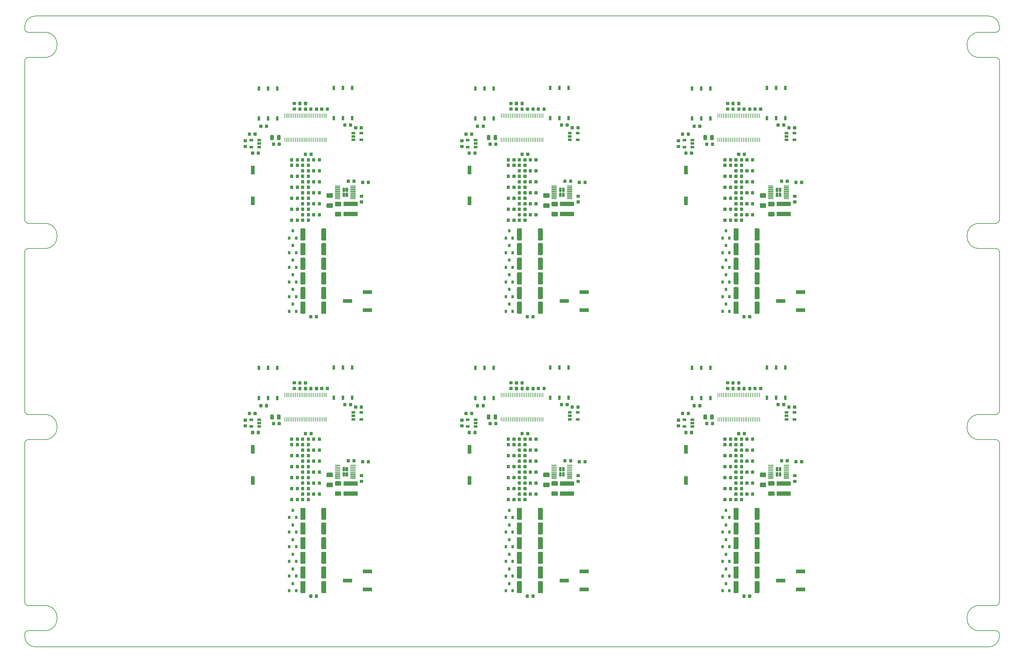
<source format=gtp>
G04 #@! TF.GenerationSoftware,KiCad,Pcbnew,(5.1.4)-1*
G04 #@! TF.CreationDate,2020-11-07T13:08:33+01:00*
G04 #@! TF.ProjectId,FPGA_nutzen,46504741-5f6e-4757-947a-656e2e6b6963,rev?*
G04 #@! TF.SameCoordinates,Original*
G04 #@! TF.FileFunction,Paste,Top*
G04 #@! TF.FilePolarity,Positive*
%FSLAX46Y46*%
G04 Gerber Fmt 4.6, Leading zero omitted, Abs format (unit mm)*
G04 Created by KiCad (PCBNEW (5.1.4)-1) date 2020-11-07 13:08:33*
%MOMM*%
%LPD*%
G04 APERTURE LIST*
%ADD10C,0.150000*%
%ADD11R,2.500000X1.000000*%
%ADD12C,0.100000*%
%ADD13C,0.690000*%
%ADD14C,0.300000*%
%ADD15C,0.875000*%
%ADD16C,1.250000*%
%ADD17R,3.900000X1.200000*%
%ADD18R,1.120000X2.440000*%
%ADD19C,1.350000*%
%ADD20R,0.250000X1.250000*%
%ADD21C,0.975000*%
%ADD22R,0.800000X0.900000*%
%ADD23R,1.060000X0.650000*%
%ADD24R,0.760000X1.270000*%
G04 APERTURE END LIST*
D10*
X15000000Y-178500000D02*
X19500000Y-178500000D01*
X14000000Y-18500000D02*
X14000000Y-18000000D01*
X15000000Y-26500000D02*
X19500000Y-26500000D01*
X19500000Y-19500000D02*
G75*
G02X19500000Y-26500000I0J-3500000D01*
G01*
X15000000Y-125500000D02*
G75*
G02X14000000Y-124500000I0J1000000D01*
G01*
X14000000Y-133500000D02*
G75*
G02X15000000Y-132500000I1000000J0D01*
G01*
X14000000Y-186500000D02*
G75*
G02X15000000Y-185500000I1000000J0D01*
G01*
X14000000Y-71500000D02*
X14000000Y-27500000D01*
X15000000Y-19500000D02*
G75*
G02X14000000Y-18500000I0J1000000D01*
G01*
X14000000Y-187000000D02*
X14000000Y-186500000D01*
X14000000Y-177500000D02*
X14000000Y-133500000D01*
X19500000Y-72500000D02*
G75*
G02X19500000Y-79500000I0J-3500000D01*
G01*
X14000000Y-80500000D02*
G75*
G02X15000000Y-79500000I1000000J0D01*
G01*
X19500000Y-178500000D02*
G75*
G02X19500000Y-185500000I0J-3500000D01*
G01*
X15000000Y-185500000D02*
X19500000Y-185500000D01*
X15000000Y-132500000D02*
X19500000Y-132500000D01*
X15000000Y-72500000D02*
X19500000Y-72500000D01*
X14000000Y-80500000D02*
X14000000Y-124500000D01*
X15000000Y-19500000D02*
X19500000Y-19500000D01*
X19500000Y-125500000D02*
G75*
G02X19500000Y-132500000I0J-3500000D01*
G01*
X15000000Y-125500000D02*
X19500000Y-125500000D01*
X15000000Y-79500000D02*
X19500000Y-79500000D01*
X15000000Y-72500000D02*
G75*
G02X14000000Y-71500000I0J1000000D01*
G01*
X14000000Y-27500000D02*
G75*
G02X15000000Y-26500000I1000000J0D01*
G01*
X15000000Y-178500000D02*
G75*
G02X14000000Y-177500000I0J1000000D01*
G01*
X284000000Y-133500000D02*
X284000000Y-177500000D01*
X284000000Y-18000000D02*
X284000000Y-18500000D01*
X283000000Y-26500000D02*
G75*
G02X284000000Y-27500000I0J-1000000D01*
G01*
X283000000Y-185500000D02*
X278500000Y-185500000D01*
X283000000Y-132500000D02*
G75*
G02X284000000Y-133500000I0J-1000000D01*
G01*
X283000000Y-185500000D02*
G75*
G02X284000000Y-186500000I0J-1000000D01*
G01*
X284000000Y-124500000D02*
X284000000Y-80500000D01*
X284000000Y-18500000D02*
G75*
G02X283000000Y-19500000I-1000000J0D01*
G01*
X284000000Y-71500000D02*
G75*
G02X283000000Y-72500000I-1000000J0D01*
G01*
X283000000Y-178500000D02*
X278500000Y-178500000D01*
X284000000Y-177500000D02*
G75*
G02X283000000Y-178500000I-1000000J0D01*
G01*
X278500000Y-26500000D02*
G75*
G02X278500000Y-19500000I0J3500000D01*
G01*
X278500000Y-185500000D02*
G75*
G02X278500000Y-178500000I0J3500000D01*
G01*
X283000000Y-19500000D02*
X278500000Y-19500000D01*
X284000000Y-124500000D02*
G75*
G02X283000000Y-125500000I-1000000J0D01*
G01*
X278500000Y-79500000D02*
G75*
G02X278500000Y-72500000I0J3500000D01*
G01*
X283000000Y-125500000D02*
X278500000Y-125500000D01*
X284000000Y-27500000D02*
X284000000Y-71500000D01*
X283000000Y-79500000D02*
X278500000Y-79500000D01*
X283000000Y-26500000D02*
X278500000Y-26500000D01*
X283000000Y-79500000D02*
G75*
G02X284000000Y-80500000I0J-1000000D01*
G01*
X278500000Y-132500000D02*
G75*
G02X278500000Y-125500000I0J3500000D01*
G01*
X283000000Y-132500000D02*
X278500000Y-132500000D01*
X283000000Y-72500000D02*
X278500000Y-72500000D01*
X284000000Y-186500000D02*
X284000000Y-187000000D01*
X14000000Y-18000000D02*
G75*
G02X17000000Y-15000000I3000000J0D01*
G01*
X281000000Y-15000000D02*
G75*
G02X284000000Y-18000000I0J-3000000D01*
G01*
X284000000Y-187000000D02*
G75*
G02X281000000Y-190000000I-3000000J0D01*
G01*
X17000000Y-190000000D02*
G75*
G02X14000000Y-187000000I0J3000000D01*
G01*
X281000000Y-190000000D02*
X17000000Y-190000000D01*
X17000000Y-15000000D02*
X281000000Y-15000000D01*
D11*
X223438640Y-171564040D03*
X228938640Y-174064040D03*
X228938640Y-169064040D03*
X163438640Y-171564040D03*
X168938640Y-174064040D03*
X168938640Y-169064040D03*
X103438640Y-171564040D03*
X108938640Y-174064040D03*
X108938640Y-169064040D03*
X223438640Y-94064040D03*
X228938640Y-96564040D03*
X228938640Y-91564040D03*
X163438640Y-94064040D03*
X168938640Y-96564040D03*
X168938640Y-91564040D03*
D12*
G36*
X222582308Y-140094831D02*
G01*
X222599053Y-140097315D01*
X222615474Y-140101428D01*
X222631413Y-140107131D01*
X222646716Y-140114369D01*
X222661236Y-140123071D01*
X222674833Y-140133156D01*
X222687376Y-140144524D01*
X222698744Y-140157067D01*
X222708829Y-140170664D01*
X222717531Y-140185184D01*
X222724769Y-140200487D01*
X222730472Y-140216426D01*
X222734585Y-140232847D01*
X222737069Y-140249592D01*
X222737900Y-140266500D01*
X222737900Y-141111500D01*
X222737069Y-141128408D01*
X222734585Y-141145153D01*
X222730472Y-141161574D01*
X222724769Y-141177513D01*
X222717531Y-141192816D01*
X222708829Y-141207336D01*
X222698744Y-141220933D01*
X222687376Y-141233476D01*
X222674833Y-141244844D01*
X222661236Y-141254929D01*
X222646716Y-141263631D01*
X222631413Y-141270869D01*
X222615474Y-141276572D01*
X222599053Y-141280685D01*
X222582308Y-141283169D01*
X222565400Y-141284000D01*
X222220400Y-141284000D01*
X222203492Y-141283169D01*
X222186747Y-141280685D01*
X222170326Y-141276572D01*
X222154387Y-141270869D01*
X222139084Y-141263631D01*
X222124564Y-141254929D01*
X222110967Y-141244844D01*
X222098424Y-141233476D01*
X222087056Y-141220933D01*
X222076971Y-141207336D01*
X222068269Y-141192816D01*
X222061031Y-141177513D01*
X222055328Y-141161574D01*
X222051215Y-141145153D01*
X222048731Y-141128408D01*
X222047900Y-141111500D01*
X222047900Y-140266500D01*
X222048731Y-140249592D01*
X222051215Y-140232847D01*
X222055328Y-140216426D01*
X222061031Y-140200487D01*
X222068269Y-140185184D01*
X222076971Y-140170664D01*
X222087056Y-140157067D01*
X222098424Y-140144524D01*
X222110967Y-140133156D01*
X222124564Y-140123071D01*
X222139084Y-140114369D01*
X222154387Y-140107131D01*
X222170326Y-140101428D01*
X222186747Y-140097315D01*
X222203492Y-140094831D01*
X222220400Y-140094000D01*
X222565400Y-140094000D01*
X222582308Y-140094831D01*
X222582308Y-140094831D01*
G37*
D13*
X222392900Y-140689000D03*
D12*
G36*
X222582308Y-141514831D02*
G01*
X222599053Y-141517315D01*
X222615474Y-141521428D01*
X222631413Y-141527131D01*
X222646716Y-141534369D01*
X222661236Y-141543071D01*
X222674833Y-141553156D01*
X222687376Y-141564524D01*
X222698744Y-141577067D01*
X222708829Y-141590664D01*
X222717531Y-141605184D01*
X222724769Y-141620487D01*
X222730472Y-141636426D01*
X222734585Y-141652847D01*
X222737069Y-141669592D01*
X222737900Y-141686500D01*
X222737900Y-142531500D01*
X222737069Y-142548408D01*
X222734585Y-142565153D01*
X222730472Y-142581574D01*
X222724769Y-142597513D01*
X222717531Y-142612816D01*
X222708829Y-142627336D01*
X222698744Y-142640933D01*
X222687376Y-142653476D01*
X222674833Y-142664844D01*
X222661236Y-142674929D01*
X222646716Y-142683631D01*
X222631413Y-142690869D01*
X222615474Y-142696572D01*
X222599053Y-142700685D01*
X222582308Y-142703169D01*
X222565400Y-142704000D01*
X222220400Y-142704000D01*
X222203492Y-142703169D01*
X222186747Y-142700685D01*
X222170326Y-142696572D01*
X222154387Y-142690869D01*
X222139084Y-142683631D01*
X222124564Y-142674929D01*
X222110967Y-142664844D01*
X222098424Y-142653476D01*
X222087056Y-142640933D01*
X222076971Y-142627336D01*
X222068269Y-142612816D01*
X222061031Y-142597513D01*
X222055328Y-142581574D01*
X222051215Y-142565153D01*
X222048731Y-142548408D01*
X222047900Y-142531500D01*
X222047900Y-141686500D01*
X222048731Y-141669592D01*
X222051215Y-141652847D01*
X222055328Y-141636426D01*
X222061031Y-141620487D01*
X222068269Y-141605184D01*
X222076971Y-141590664D01*
X222087056Y-141577067D01*
X222098424Y-141564524D01*
X222110967Y-141553156D01*
X222124564Y-141543071D01*
X222139084Y-141534369D01*
X222154387Y-141527131D01*
X222170326Y-141521428D01*
X222186747Y-141517315D01*
X222203492Y-141514831D01*
X222220400Y-141514000D01*
X222565400Y-141514000D01*
X222582308Y-141514831D01*
X222582308Y-141514831D01*
G37*
D13*
X222392900Y-142109000D03*
D12*
G36*
X223412308Y-140094831D02*
G01*
X223429053Y-140097315D01*
X223445474Y-140101428D01*
X223461413Y-140107131D01*
X223476716Y-140114369D01*
X223491236Y-140123071D01*
X223504833Y-140133156D01*
X223517376Y-140144524D01*
X223528744Y-140157067D01*
X223538829Y-140170664D01*
X223547531Y-140185184D01*
X223554769Y-140200487D01*
X223560472Y-140216426D01*
X223564585Y-140232847D01*
X223567069Y-140249592D01*
X223567900Y-140266500D01*
X223567900Y-141111500D01*
X223567069Y-141128408D01*
X223564585Y-141145153D01*
X223560472Y-141161574D01*
X223554769Y-141177513D01*
X223547531Y-141192816D01*
X223538829Y-141207336D01*
X223528744Y-141220933D01*
X223517376Y-141233476D01*
X223504833Y-141244844D01*
X223491236Y-141254929D01*
X223476716Y-141263631D01*
X223461413Y-141270869D01*
X223445474Y-141276572D01*
X223429053Y-141280685D01*
X223412308Y-141283169D01*
X223395400Y-141284000D01*
X223050400Y-141284000D01*
X223033492Y-141283169D01*
X223016747Y-141280685D01*
X223000326Y-141276572D01*
X222984387Y-141270869D01*
X222969084Y-141263631D01*
X222954564Y-141254929D01*
X222940967Y-141244844D01*
X222928424Y-141233476D01*
X222917056Y-141220933D01*
X222906971Y-141207336D01*
X222898269Y-141192816D01*
X222891031Y-141177513D01*
X222885328Y-141161574D01*
X222881215Y-141145153D01*
X222878731Y-141128408D01*
X222877900Y-141111500D01*
X222877900Y-140266500D01*
X222878731Y-140249592D01*
X222881215Y-140232847D01*
X222885328Y-140216426D01*
X222891031Y-140200487D01*
X222898269Y-140185184D01*
X222906971Y-140170664D01*
X222917056Y-140157067D01*
X222928424Y-140144524D01*
X222940967Y-140133156D01*
X222954564Y-140123071D01*
X222969084Y-140114369D01*
X222984387Y-140107131D01*
X223000326Y-140101428D01*
X223016747Y-140097315D01*
X223033492Y-140094831D01*
X223050400Y-140094000D01*
X223395400Y-140094000D01*
X223412308Y-140094831D01*
X223412308Y-140094831D01*
G37*
D13*
X223222900Y-140689000D03*
D12*
G36*
X223412308Y-141514831D02*
G01*
X223429053Y-141517315D01*
X223445474Y-141521428D01*
X223461413Y-141527131D01*
X223476716Y-141534369D01*
X223491236Y-141543071D01*
X223504833Y-141553156D01*
X223517376Y-141564524D01*
X223528744Y-141577067D01*
X223538829Y-141590664D01*
X223547531Y-141605184D01*
X223554769Y-141620487D01*
X223560472Y-141636426D01*
X223564585Y-141652847D01*
X223567069Y-141669592D01*
X223567900Y-141686500D01*
X223567900Y-142531500D01*
X223567069Y-142548408D01*
X223564585Y-142565153D01*
X223560472Y-142581574D01*
X223554769Y-142597513D01*
X223547531Y-142612816D01*
X223538829Y-142627336D01*
X223528744Y-142640933D01*
X223517376Y-142653476D01*
X223504833Y-142664844D01*
X223491236Y-142674929D01*
X223476716Y-142683631D01*
X223461413Y-142690869D01*
X223445474Y-142696572D01*
X223429053Y-142700685D01*
X223412308Y-142703169D01*
X223395400Y-142704000D01*
X223050400Y-142704000D01*
X223033492Y-142703169D01*
X223016747Y-142700685D01*
X223000326Y-142696572D01*
X222984387Y-142690869D01*
X222969084Y-142683631D01*
X222954564Y-142674929D01*
X222940967Y-142664844D01*
X222928424Y-142653476D01*
X222917056Y-142640933D01*
X222906971Y-142627336D01*
X222898269Y-142612816D01*
X222891031Y-142597513D01*
X222885328Y-142581574D01*
X222881215Y-142565153D01*
X222878731Y-142548408D01*
X222877900Y-142531500D01*
X222877900Y-141686500D01*
X222878731Y-141669592D01*
X222881215Y-141652847D01*
X222885328Y-141636426D01*
X222891031Y-141620487D01*
X222898269Y-141605184D01*
X222906971Y-141590664D01*
X222917056Y-141577067D01*
X222928424Y-141564524D01*
X222940967Y-141553156D01*
X222954564Y-141543071D01*
X222969084Y-141534369D01*
X222984387Y-141527131D01*
X223000326Y-141521428D01*
X223016747Y-141517315D01*
X223033492Y-141514831D01*
X223050400Y-141514000D01*
X223395400Y-141514000D01*
X223412308Y-141514831D01*
X223412308Y-141514831D01*
G37*
D13*
X223222900Y-142109000D03*
D12*
G36*
X221315251Y-139499361D02*
G01*
X221322532Y-139500441D01*
X221329671Y-139502229D01*
X221336601Y-139504709D01*
X221343255Y-139507856D01*
X221349568Y-139511640D01*
X221355479Y-139516024D01*
X221360933Y-139520967D01*
X221365876Y-139526421D01*
X221370260Y-139532332D01*
X221374044Y-139538645D01*
X221377191Y-139545299D01*
X221379671Y-139552229D01*
X221381459Y-139559368D01*
X221382539Y-139566649D01*
X221382900Y-139574000D01*
X221382900Y-139724000D01*
X221382539Y-139731351D01*
X221381459Y-139738632D01*
X221379671Y-139745771D01*
X221377191Y-139752701D01*
X221374044Y-139759355D01*
X221370260Y-139765668D01*
X221365876Y-139771579D01*
X221360933Y-139777033D01*
X221355479Y-139781976D01*
X221349568Y-139786360D01*
X221343255Y-139790144D01*
X221336601Y-139793291D01*
X221329671Y-139795771D01*
X221322532Y-139797559D01*
X221315251Y-139798639D01*
X221307900Y-139799000D01*
X220007900Y-139799000D01*
X220000549Y-139798639D01*
X219993268Y-139797559D01*
X219986129Y-139795771D01*
X219979199Y-139793291D01*
X219972545Y-139790144D01*
X219966232Y-139786360D01*
X219960321Y-139781976D01*
X219954867Y-139777033D01*
X219949924Y-139771579D01*
X219945540Y-139765668D01*
X219941756Y-139759355D01*
X219938609Y-139752701D01*
X219936129Y-139745771D01*
X219934341Y-139738632D01*
X219933261Y-139731351D01*
X219932900Y-139724000D01*
X219932900Y-139574000D01*
X219933261Y-139566649D01*
X219934341Y-139559368D01*
X219936129Y-139552229D01*
X219938609Y-139545299D01*
X219941756Y-139538645D01*
X219945540Y-139532332D01*
X219949924Y-139526421D01*
X219954867Y-139520967D01*
X219960321Y-139516024D01*
X219966232Y-139511640D01*
X219972545Y-139507856D01*
X219979199Y-139504709D01*
X219986129Y-139502229D01*
X219993268Y-139500441D01*
X220000549Y-139499361D01*
X220007900Y-139499000D01*
X221307900Y-139499000D01*
X221315251Y-139499361D01*
X221315251Y-139499361D01*
G37*
D14*
X220657900Y-139649000D03*
D12*
G36*
X221315251Y-139999361D02*
G01*
X221322532Y-140000441D01*
X221329671Y-140002229D01*
X221336601Y-140004709D01*
X221343255Y-140007856D01*
X221349568Y-140011640D01*
X221355479Y-140016024D01*
X221360933Y-140020967D01*
X221365876Y-140026421D01*
X221370260Y-140032332D01*
X221374044Y-140038645D01*
X221377191Y-140045299D01*
X221379671Y-140052229D01*
X221381459Y-140059368D01*
X221382539Y-140066649D01*
X221382900Y-140074000D01*
X221382900Y-140224000D01*
X221382539Y-140231351D01*
X221381459Y-140238632D01*
X221379671Y-140245771D01*
X221377191Y-140252701D01*
X221374044Y-140259355D01*
X221370260Y-140265668D01*
X221365876Y-140271579D01*
X221360933Y-140277033D01*
X221355479Y-140281976D01*
X221349568Y-140286360D01*
X221343255Y-140290144D01*
X221336601Y-140293291D01*
X221329671Y-140295771D01*
X221322532Y-140297559D01*
X221315251Y-140298639D01*
X221307900Y-140299000D01*
X220007900Y-140299000D01*
X220000549Y-140298639D01*
X219993268Y-140297559D01*
X219986129Y-140295771D01*
X219979199Y-140293291D01*
X219972545Y-140290144D01*
X219966232Y-140286360D01*
X219960321Y-140281976D01*
X219954867Y-140277033D01*
X219949924Y-140271579D01*
X219945540Y-140265668D01*
X219941756Y-140259355D01*
X219938609Y-140252701D01*
X219936129Y-140245771D01*
X219934341Y-140238632D01*
X219933261Y-140231351D01*
X219932900Y-140224000D01*
X219932900Y-140074000D01*
X219933261Y-140066649D01*
X219934341Y-140059368D01*
X219936129Y-140052229D01*
X219938609Y-140045299D01*
X219941756Y-140038645D01*
X219945540Y-140032332D01*
X219949924Y-140026421D01*
X219954867Y-140020967D01*
X219960321Y-140016024D01*
X219966232Y-140011640D01*
X219972545Y-140007856D01*
X219979199Y-140004709D01*
X219986129Y-140002229D01*
X219993268Y-140000441D01*
X220000549Y-139999361D01*
X220007900Y-139999000D01*
X221307900Y-139999000D01*
X221315251Y-139999361D01*
X221315251Y-139999361D01*
G37*
D14*
X220657900Y-140149000D03*
D12*
G36*
X221315251Y-140499361D02*
G01*
X221322532Y-140500441D01*
X221329671Y-140502229D01*
X221336601Y-140504709D01*
X221343255Y-140507856D01*
X221349568Y-140511640D01*
X221355479Y-140516024D01*
X221360933Y-140520967D01*
X221365876Y-140526421D01*
X221370260Y-140532332D01*
X221374044Y-140538645D01*
X221377191Y-140545299D01*
X221379671Y-140552229D01*
X221381459Y-140559368D01*
X221382539Y-140566649D01*
X221382900Y-140574000D01*
X221382900Y-140724000D01*
X221382539Y-140731351D01*
X221381459Y-140738632D01*
X221379671Y-140745771D01*
X221377191Y-140752701D01*
X221374044Y-140759355D01*
X221370260Y-140765668D01*
X221365876Y-140771579D01*
X221360933Y-140777033D01*
X221355479Y-140781976D01*
X221349568Y-140786360D01*
X221343255Y-140790144D01*
X221336601Y-140793291D01*
X221329671Y-140795771D01*
X221322532Y-140797559D01*
X221315251Y-140798639D01*
X221307900Y-140799000D01*
X220007900Y-140799000D01*
X220000549Y-140798639D01*
X219993268Y-140797559D01*
X219986129Y-140795771D01*
X219979199Y-140793291D01*
X219972545Y-140790144D01*
X219966232Y-140786360D01*
X219960321Y-140781976D01*
X219954867Y-140777033D01*
X219949924Y-140771579D01*
X219945540Y-140765668D01*
X219941756Y-140759355D01*
X219938609Y-140752701D01*
X219936129Y-140745771D01*
X219934341Y-140738632D01*
X219933261Y-140731351D01*
X219932900Y-140724000D01*
X219932900Y-140574000D01*
X219933261Y-140566649D01*
X219934341Y-140559368D01*
X219936129Y-140552229D01*
X219938609Y-140545299D01*
X219941756Y-140538645D01*
X219945540Y-140532332D01*
X219949924Y-140526421D01*
X219954867Y-140520967D01*
X219960321Y-140516024D01*
X219966232Y-140511640D01*
X219972545Y-140507856D01*
X219979199Y-140504709D01*
X219986129Y-140502229D01*
X219993268Y-140500441D01*
X220000549Y-140499361D01*
X220007900Y-140499000D01*
X221307900Y-140499000D01*
X221315251Y-140499361D01*
X221315251Y-140499361D01*
G37*
D14*
X220657900Y-140649000D03*
D12*
G36*
X221315251Y-140999361D02*
G01*
X221322532Y-141000441D01*
X221329671Y-141002229D01*
X221336601Y-141004709D01*
X221343255Y-141007856D01*
X221349568Y-141011640D01*
X221355479Y-141016024D01*
X221360933Y-141020967D01*
X221365876Y-141026421D01*
X221370260Y-141032332D01*
X221374044Y-141038645D01*
X221377191Y-141045299D01*
X221379671Y-141052229D01*
X221381459Y-141059368D01*
X221382539Y-141066649D01*
X221382900Y-141074000D01*
X221382900Y-141224000D01*
X221382539Y-141231351D01*
X221381459Y-141238632D01*
X221379671Y-141245771D01*
X221377191Y-141252701D01*
X221374044Y-141259355D01*
X221370260Y-141265668D01*
X221365876Y-141271579D01*
X221360933Y-141277033D01*
X221355479Y-141281976D01*
X221349568Y-141286360D01*
X221343255Y-141290144D01*
X221336601Y-141293291D01*
X221329671Y-141295771D01*
X221322532Y-141297559D01*
X221315251Y-141298639D01*
X221307900Y-141299000D01*
X220007900Y-141299000D01*
X220000549Y-141298639D01*
X219993268Y-141297559D01*
X219986129Y-141295771D01*
X219979199Y-141293291D01*
X219972545Y-141290144D01*
X219966232Y-141286360D01*
X219960321Y-141281976D01*
X219954867Y-141277033D01*
X219949924Y-141271579D01*
X219945540Y-141265668D01*
X219941756Y-141259355D01*
X219938609Y-141252701D01*
X219936129Y-141245771D01*
X219934341Y-141238632D01*
X219933261Y-141231351D01*
X219932900Y-141224000D01*
X219932900Y-141074000D01*
X219933261Y-141066649D01*
X219934341Y-141059368D01*
X219936129Y-141052229D01*
X219938609Y-141045299D01*
X219941756Y-141038645D01*
X219945540Y-141032332D01*
X219949924Y-141026421D01*
X219954867Y-141020967D01*
X219960321Y-141016024D01*
X219966232Y-141011640D01*
X219972545Y-141007856D01*
X219979199Y-141004709D01*
X219986129Y-141002229D01*
X219993268Y-141000441D01*
X220000549Y-140999361D01*
X220007900Y-140999000D01*
X221307900Y-140999000D01*
X221315251Y-140999361D01*
X221315251Y-140999361D01*
G37*
D14*
X220657900Y-141149000D03*
D12*
G36*
X221315251Y-141499361D02*
G01*
X221322532Y-141500441D01*
X221329671Y-141502229D01*
X221336601Y-141504709D01*
X221343255Y-141507856D01*
X221349568Y-141511640D01*
X221355479Y-141516024D01*
X221360933Y-141520967D01*
X221365876Y-141526421D01*
X221370260Y-141532332D01*
X221374044Y-141538645D01*
X221377191Y-141545299D01*
X221379671Y-141552229D01*
X221381459Y-141559368D01*
X221382539Y-141566649D01*
X221382900Y-141574000D01*
X221382900Y-141724000D01*
X221382539Y-141731351D01*
X221381459Y-141738632D01*
X221379671Y-141745771D01*
X221377191Y-141752701D01*
X221374044Y-141759355D01*
X221370260Y-141765668D01*
X221365876Y-141771579D01*
X221360933Y-141777033D01*
X221355479Y-141781976D01*
X221349568Y-141786360D01*
X221343255Y-141790144D01*
X221336601Y-141793291D01*
X221329671Y-141795771D01*
X221322532Y-141797559D01*
X221315251Y-141798639D01*
X221307900Y-141799000D01*
X220007900Y-141799000D01*
X220000549Y-141798639D01*
X219993268Y-141797559D01*
X219986129Y-141795771D01*
X219979199Y-141793291D01*
X219972545Y-141790144D01*
X219966232Y-141786360D01*
X219960321Y-141781976D01*
X219954867Y-141777033D01*
X219949924Y-141771579D01*
X219945540Y-141765668D01*
X219941756Y-141759355D01*
X219938609Y-141752701D01*
X219936129Y-141745771D01*
X219934341Y-141738632D01*
X219933261Y-141731351D01*
X219932900Y-141724000D01*
X219932900Y-141574000D01*
X219933261Y-141566649D01*
X219934341Y-141559368D01*
X219936129Y-141552229D01*
X219938609Y-141545299D01*
X219941756Y-141538645D01*
X219945540Y-141532332D01*
X219949924Y-141526421D01*
X219954867Y-141520967D01*
X219960321Y-141516024D01*
X219966232Y-141511640D01*
X219972545Y-141507856D01*
X219979199Y-141504709D01*
X219986129Y-141502229D01*
X219993268Y-141500441D01*
X220000549Y-141499361D01*
X220007900Y-141499000D01*
X221307900Y-141499000D01*
X221315251Y-141499361D01*
X221315251Y-141499361D01*
G37*
D14*
X220657900Y-141649000D03*
D12*
G36*
X221315251Y-141999361D02*
G01*
X221322532Y-142000441D01*
X221329671Y-142002229D01*
X221336601Y-142004709D01*
X221343255Y-142007856D01*
X221349568Y-142011640D01*
X221355479Y-142016024D01*
X221360933Y-142020967D01*
X221365876Y-142026421D01*
X221370260Y-142032332D01*
X221374044Y-142038645D01*
X221377191Y-142045299D01*
X221379671Y-142052229D01*
X221381459Y-142059368D01*
X221382539Y-142066649D01*
X221382900Y-142074000D01*
X221382900Y-142224000D01*
X221382539Y-142231351D01*
X221381459Y-142238632D01*
X221379671Y-142245771D01*
X221377191Y-142252701D01*
X221374044Y-142259355D01*
X221370260Y-142265668D01*
X221365876Y-142271579D01*
X221360933Y-142277033D01*
X221355479Y-142281976D01*
X221349568Y-142286360D01*
X221343255Y-142290144D01*
X221336601Y-142293291D01*
X221329671Y-142295771D01*
X221322532Y-142297559D01*
X221315251Y-142298639D01*
X221307900Y-142299000D01*
X220007900Y-142299000D01*
X220000549Y-142298639D01*
X219993268Y-142297559D01*
X219986129Y-142295771D01*
X219979199Y-142293291D01*
X219972545Y-142290144D01*
X219966232Y-142286360D01*
X219960321Y-142281976D01*
X219954867Y-142277033D01*
X219949924Y-142271579D01*
X219945540Y-142265668D01*
X219941756Y-142259355D01*
X219938609Y-142252701D01*
X219936129Y-142245771D01*
X219934341Y-142238632D01*
X219933261Y-142231351D01*
X219932900Y-142224000D01*
X219932900Y-142074000D01*
X219933261Y-142066649D01*
X219934341Y-142059368D01*
X219936129Y-142052229D01*
X219938609Y-142045299D01*
X219941756Y-142038645D01*
X219945540Y-142032332D01*
X219949924Y-142026421D01*
X219954867Y-142020967D01*
X219960321Y-142016024D01*
X219966232Y-142011640D01*
X219972545Y-142007856D01*
X219979199Y-142004709D01*
X219986129Y-142002229D01*
X219993268Y-142000441D01*
X220000549Y-141999361D01*
X220007900Y-141999000D01*
X221307900Y-141999000D01*
X221315251Y-141999361D01*
X221315251Y-141999361D01*
G37*
D14*
X220657900Y-142149000D03*
D12*
G36*
X221315251Y-142499361D02*
G01*
X221322532Y-142500441D01*
X221329671Y-142502229D01*
X221336601Y-142504709D01*
X221343255Y-142507856D01*
X221349568Y-142511640D01*
X221355479Y-142516024D01*
X221360933Y-142520967D01*
X221365876Y-142526421D01*
X221370260Y-142532332D01*
X221374044Y-142538645D01*
X221377191Y-142545299D01*
X221379671Y-142552229D01*
X221381459Y-142559368D01*
X221382539Y-142566649D01*
X221382900Y-142574000D01*
X221382900Y-142724000D01*
X221382539Y-142731351D01*
X221381459Y-142738632D01*
X221379671Y-142745771D01*
X221377191Y-142752701D01*
X221374044Y-142759355D01*
X221370260Y-142765668D01*
X221365876Y-142771579D01*
X221360933Y-142777033D01*
X221355479Y-142781976D01*
X221349568Y-142786360D01*
X221343255Y-142790144D01*
X221336601Y-142793291D01*
X221329671Y-142795771D01*
X221322532Y-142797559D01*
X221315251Y-142798639D01*
X221307900Y-142799000D01*
X220007900Y-142799000D01*
X220000549Y-142798639D01*
X219993268Y-142797559D01*
X219986129Y-142795771D01*
X219979199Y-142793291D01*
X219972545Y-142790144D01*
X219966232Y-142786360D01*
X219960321Y-142781976D01*
X219954867Y-142777033D01*
X219949924Y-142771579D01*
X219945540Y-142765668D01*
X219941756Y-142759355D01*
X219938609Y-142752701D01*
X219936129Y-142745771D01*
X219934341Y-142738632D01*
X219933261Y-142731351D01*
X219932900Y-142724000D01*
X219932900Y-142574000D01*
X219933261Y-142566649D01*
X219934341Y-142559368D01*
X219936129Y-142552229D01*
X219938609Y-142545299D01*
X219941756Y-142538645D01*
X219945540Y-142532332D01*
X219949924Y-142526421D01*
X219954867Y-142520967D01*
X219960321Y-142516024D01*
X219966232Y-142511640D01*
X219972545Y-142507856D01*
X219979199Y-142504709D01*
X219986129Y-142502229D01*
X219993268Y-142500441D01*
X220000549Y-142499361D01*
X220007900Y-142499000D01*
X221307900Y-142499000D01*
X221315251Y-142499361D01*
X221315251Y-142499361D01*
G37*
D14*
X220657900Y-142649000D03*
D12*
G36*
X221315251Y-142999361D02*
G01*
X221322532Y-143000441D01*
X221329671Y-143002229D01*
X221336601Y-143004709D01*
X221343255Y-143007856D01*
X221349568Y-143011640D01*
X221355479Y-143016024D01*
X221360933Y-143020967D01*
X221365876Y-143026421D01*
X221370260Y-143032332D01*
X221374044Y-143038645D01*
X221377191Y-143045299D01*
X221379671Y-143052229D01*
X221381459Y-143059368D01*
X221382539Y-143066649D01*
X221382900Y-143074000D01*
X221382900Y-143224000D01*
X221382539Y-143231351D01*
X221381459Y-143238632D01*
X221379671Y-143245771D01*
X221377191Y-143252701D01*
X221374044Y-143259355D01*
X221370260Y-143265668D01*
X221365876Y-143271579D01*
X221360933Y-143277033D01*
X221355479Y-143281976D01*
X221349568Y-143286360D01*
X221343255Y-143290144D01*
X221336601Y-143293291D01*
X221329671Y-143295771D01*
X221322532Y-143297559D01*
X221315251Y-143298639D01*
X221307900Y-143299000D01*
X220007900Y-143299000D01*
X220000549Y-143298639D01*
X219993268Y-143297559D01*
X219986129Y-143295771D01*
X219979199Y-143293291D01*
X219972545Y-143290144D01*
X219966232Y-143286360D01*
X219960321Y-143281976D01*
X219954867Y-143277033D01*
X219949924Y-143271579D01*
X219945540Y-143265668D01*
X219941756Y-143259355D01*
X219938609Y-143252701D01*
X219936129Y-143245771D01*
X219934341Y-143238632D01*
X219933261Y-143231351D01*
X219932900Y-143224000D01*
X219932900Y-143074000D01*
X219933261Y-143066649D01*
X219934341Y-143059368D01*
X219936129Y-143052229D01*
X219938609Y-143045299D01*
X219941756Y-143038645D01*
X219945540Y-143032332D01*
X219949924Y-143026421D01*
X219954867Y-143020967D01*
X219960321Y-143016024D01*
X219966232Y-143011640D01*
X219972545Y-143007856D01*
X219979199Y-143004709D01*
X219986129Y-143002229D01*
X219993268Y-143000441D01*
X220000549Y-142999361D01*
X220007900Y-142999000D01*
X221307900Y-142999000D01*
X221315251Y-142999361D01*
X221315251Y-142999361D01*
G37*
D14*
X220657900Y-143149000D03*
D12*
G36*
X225615251Y-142999361D02*
G01*
X225622532Y-143000441D01*
X225629671Y-143002229D01*
X225636601Y-143004709D01*
X225643255Y-143007856D01*
X225649568Y-143011640D01*
X225655479Y-143016024D01*
X225660933Y-143020967D01*
X225665876Y-143026421D01*
X225670260Y-143032332D01*
X225674044Y-143038645D01*
X225677191Y-143045299D01*
X225679671Y-143052229D01*
X225681459Y-143059368D01*
X225682539Y-143066649D01*
X225682900Y-143074000D01*
X225682900Y-143224000D01*
X225682539Y-143231351D01*
X225681459Y-143238632D01*
X225679671Y-143245771D01*
X225677191Y-143252701D01*
X225674044Y-143259355D01*
X225670260Y-143265668D01*
X225665876Y-143271579D01*
X225660933Y-143277033D01*
X225655479Y-143281976D01*
X225649568Y-143286360D01*
X225643255Y-143290144D01*
X225636601Y-143293291D01*
X225629671Y-143295771D01*
X225622532Y-143297559D01*
X225615251Y-143298639D01*
X225607900Y-143299000D01*
X224307900Y-143299000D01*
X224300549Y-143298639D01*
X224293268Y-143297559D01*
X224286129Y-143295771D01*
X224279199Y-143293291D01*
X224272545Y-143290144D01*
X224266232Y-143286360D01*
X224260321Y-143281976D01*
X224254867Y-143277033D01*
X224249924Y-143271579D01*
X224245540Y-143265668D01*
X224241756Y-143259355D01*
X224238609Y-143252701D01*
X224236129Y-143245771D01*
X224234341Y-143238632D01*
X224233261Y-143231351D01*
X224232900Y-143224000D01*
X224232900Y-143074000D01*
X224233261Y-143066649D01*
X224234341Y-143059368D01*
X224236129Y-143052229D01*
X224238609Y-143045299D01*
X224241756Y-143038645D01*
X224245540Y-143032332D01*
X224249924Y-143026421D01*
X224254867Y-143020967D01*
X224260321Y-143016024D01*
X224266232Y-143011640D01*
X224272545Y-143007856D01*
X224279199Y-143004709D01*
X224286129Y-143002229D01*
X224293268Y-143000441D01*
X224300549Y-142999361D01*
X224307900Y-142999000D01*
X225607900Y-142999000D01*
X225615251Y-142999361D01*
X225615251Y-142999361D01*
G37*
D14*
X224957900Y-143149000D03*
D12*
G36*
X225615251Y-142499361D02*
G01*
X225622532Y-142500441D01*
X225629671Y-142502229D01*
X225636601Y-142504709D01*
X225643255Y-142507856D01*
X225649568Y-142511640D01*
X225655479Y-142516024D01*
X225660933Y-142520967D01*
X225665876Y-142526421D01*
X225670260Y-142532332D01*
X225674044Y-142538645D01*
X225677191Y-142545299D01*
X225679671Y-142552229D01*
X225681459Y-142559368D01*
X225682539Y-142566649D01*
X225682900Y-142574000D01*
X225682900Y-142724000D01*
X225682539Y-142731351D01*
X225681459Y-142738632D01*
X225679671Y-142745771D01*
X225677191Y-142752701D01*
X225674044Y-142759355D01*
X225670260Y-142765668D01*
X225665876Y-142771579D01*
X225660933Y-142777033D01*
X225655479Y-142781976D01*
X225649568Y-142786360D01*
X225643255Y-142790144D01*
X225636601Y-142793291D01*
X225629671Y-142795771D01*
X225622532Y-142797559D01*
X225615251Y-142798639D01*
X225607900Y-142799000D01*
X224307900Y-142799000D01*
X224300549Y-142798639D01*
X224293268Y-142797559D01*
X224286129Y-142795771D01*
X224279199Y-142793291D01*
X224272545Y-142790144D01*
X224266232Y-142786360D01*
X224260321Y-142781976D01*
X224254867Y-142777033D01*
X224249924Y-142771579D01*
X224245540Y-142765668D01*
X224241756Y-142759355D01*
X224238609Y-142752701D01*
X224236129Y-142745771D01*
X224234341Y-142738632D01*
X224233261Y-142731351D01*
X224232900Y-142724000D01*
X224232900Y-142574000D01*
X224233261Y-142566649D01*
X224234341Y-142559368D01*
X224236129Y-142552229D01*
X224238609Y-142545299D01*
X224241756Y-142538645D01*
X224245540Y-142532332D01*
X224249924Y-142526421D01*
X224254867Y-142520967D01*
X224260321Y-142516024D01*
X224266232Y-142511640D01*
X224272545Y-142507856D01*
X224279199Y-142504709D01*
X224286129Y-142502229D01*
X224293268Y-142500441D01*
X224300549Y-142499361D01*
X224307900Y-142499000D01*
X225607900Y-142499000D01*
X225615251Y-142499361D01*
X225615251Y-142499361D01*
G37*
D14*
X224957900Y-142649000D03*
D12*
G36*
X225615251Y-141999361D02*
G01*
X225622532Y-142000441D01*
X225629671Y-142002229D01*
X225636601Y-142004709D01*
X225643255Y-142007856D01*
X225649568Y-142011640D01*
X225655479Y-142016024D01*
X225660933Y-142020967D01*
X225665876Y-142026421D01*
X225670260Y-142032332D01*
X225674044Y-142038645D01*
X225677191Y-142045299D01*
X225679671Y-142052229D01*
X225681459Y-142059368D01*
X225682539Y-142066649D01*
X225682900Y-142074000D01*
X225682900Y-142224000D01*
X225682539Y-142231351D01*
X225681459Y-142238632D01*
X225679671Y-142245771D01*
X225677191Y-142252701D01*
X225674044Y-142259355D01*
X225670260Y-142265668D01*
X225665876Y-142271579D01*
X225660933Y-142277033D01*
X225655479Y-142281976D01*
X225649568Y-142286360D01*
X225643255Y-142290144D01*
X225636601Y-142293291D01*
X225629671Y-142295771D01*
X225622532Y-142297559D01*
X225615251Y-142298639D01*
X225607900Y-142299000D01*
X224307900Y-142299000D01*
X224300549Y-142298639D01*
X224293268Y-142297559D01*
X224286129Y-142295771D01*
X224279199Y-142293291D01*
X224272545Y-142290144D01*
X224266232Y-142286360D01*
X224260321Y-142281976D01*
X224254867Y-142277033D01*
X224249924Y-142271579D01*
X224245540Y-142265668D01*
X224241756Y-142259355D01*
X224238609Y-142252701D01*
X224236129Y-142245771D01*
X224234341Y-142238632D01*
X224233261Y-142231351D01*
X224232900Y-142224000D01*
X224232900Y-142074000D01*
X224233261Y-142066649D01*
X224234341Y-142059368D01*
X224236129Y-142052229D01*
X224238609Y-142045299D01*
X224241756Y-142038645D01*
X224245540Y-142032332D01*
X224249924Y-142026421D01*
X224254867Y-142020967D01*
X224260321Y-142016024D01*
X224266232Y-142011640D01*
X224272545Y-142007856D01*
X224279199Y-142004709D01*
X224286129Y-142002229D01*
X224293268Y-142000441D01*
X224300549Y-141999361D01*
X224307900Y-141999000D01*
X225607900Y-141999000D01*
X225615251Y-141999361D01*
X225615251Y-141999361D01*
G37*
D14*
X224957900Y-142149000D03*
D12*
G36*
X225615251Y-141499361D02*
G01*
X225622532Y-141500441D01*
X225629671Y-141502229D01*
X225636601Y-141504709D01*
X225643255Y-141507856D01*
X225649568Y-141511640D01*
X225655479Y-141516024D01*
X225660933Y-141520967D01*
X225665876Y-141526421D01*
X225670260Y-141532332D01*
X225674044Y-141538645D01*
X225677191Y-141545299D01*
X225679671Y-141552229D01*
X225681459Y-141559368D01*
X225682539Y-141566649D01*
X225682900Y-141574000D01*
X225682900Y-141724000D01*
X225682539Y-141731351D01*
X225681459Y-141738632D01*
X225679671Y-141745771D01*
X225677191Y-141752701D01*
X225674044Y-141759355D01*
X225670260Y-141765668D01*
X225665876Y-141771579D01*
X225660933Y-141777033D01*
X225655479Y-141781976D01*
X225649568Y-141786360D01*
X225643255Y-141790144D01*
X225636601Y-141793291D01*
X225629671Y-141795771D01*
X225622532Y-141797559D01*
X225615251Y-141798639D01*
X225607900Y-141799000D01*
X224307900Y-141799000D01*
X224300549Y-141798639D01*
X224293268Y-141797559D01*
X224286129Y-141795771D01*
X224279199Y-141793291D01*
X224272545Y-141790144D01*
X224266232Y-141786360D01*
X224260321Y-141781976D01*
X224254867Y-141777033D01*
X224249924Y-141771579D01*
X224245540Y-141765668D01*
X224241756Y-141759355D01*
X224238609Y-141752701D01*
X224236129Y-141745771D01*
X224234341Y-141738632D01*
X224233261Y-141731351D01*
X224232900Y-141724000D01*
X224232900Y-141574000D01*
X224233261Y-141566649D01*
X224234341Y-141559368D01*
X224236129Y-141552229D01*
X224238609Y-141545299D01*
X224241756Y-141538645D01*
X224245540Y-141532332D01*
X224249924Y-141526421D01*
X224254867Y-141520967D01*
X224260321Y-141516024D01*
X224266232Y-141511640D01*
X224272545Y-141507856D01*
X224279199Y-141504709D01*
X224286129Y-141502229D01*
X224293268Y-141500441D01*
X224300549Y-141499361D01*
X224307900Y-141499000D01*
X225607900Y-141499000D01*
X225615251Y-141499361D01*
X225615251Y-141499361D01*
G37*
D14*
X224957900Y-141649000D03*
D12*
G36*
X225615251Y-140999361D02*
G01*
X225622532Y-141000441D01*
X225629671Y-141002229D01*
X225636601Y-141004709D01*
X225643255Y-141007856D01*
X225649568Y-141011640D01*
X225655479Y-141016024D01*
X225660933Y-141020967D01*
X225665876Y-141026421D01*
X225670260Y-141032332D01*
X225674044Y-141038645D01*
X225677191Y-141045299D01*
X225679671Y-141052229D01*
X225681459Y-141059368D01*
X225682539Y-141066649D01*
X225682900Y-141074000D01*
X225682900Y-141224000D01*
X225682539Y-141231351D01*
X225681459Y-141238632D01*
X225679671Y-141245771D01*
X225677191Y-141252701D01*
X225674044Y-141259355D01*
X225670260Y-141265668D01*
X225665876Y-141271579D01*
X225660933Y-141277033D01*
X225655479Y-141281976D01*
X225649568Y-141286360D01*
X225643255Y-141290144D01*
X225636601Y-141293291D01*
X225629671Y-141295771D01*
X225622532Y-141297559D01*
X225615251Y-141298639D01*
X225607900Y-141299000D01*
X224307900Y-141299000D01*
X224300549Y-141298639D01*
X224293268Y-141297559D01*
X224286129Y-141295771D01*
X224279199Y-141293291D01*
X224272545Y-141290144D01*
X224266232Y-141286360D01*
X224260321Y-141281976D01*
X224254867Y-141277033D01*
X224249924Y-141271579D01*
X224245540Y-141265668D01*
X224241756Y-141259355D01*
X224238609Y-141252701D01*
X224236129Y-141245771D01*
X224234341Y-141238632D01*
X224233261Y-141231351D01*
X224232900Y-141224000D01*
X224232900Y-141074000D01*
X224233261Y-141066649D01*
X224234341Y-141059368D01*
X224236129Y-141052229D01*
X224238609Y-141045299D01*
X224241756Y-141038645D01*
X224245540Y-141032332D01*
X224249924Y-141026421D01*
X224254867Y-141020967D01*
X224260321Y-141016024D01*
X224266232Y-141011640D01*
X224272545Y-141007856D01*
X224279199Y-141004709D01*
X224286129Y-141002229D01*
X224293268Y-141000441D01*
X224300549Y-140999361D01*
X224307900Y-140999000D01*
X225607900Y-140999000D01*
X225615251Y-140999361D01*
X225615251Y-140999361D01*
G37*
D14*
X224957900Y-141149000D03*
D12*
G36*
X225615251Y-140499361D02*
G01*
X225622532Y-140500441D01*
X225629671Y-140502229D01*
X225636601Y-140504709D01*
X225643255Y-140507856D01*
X225649568Y-140511640D01*
X225655479Y-140516024D01*
X225660933Y-140520967D01*
X225665876Y-140526421D01*
X225670260Y-140532332D01*
X225674044Y-140538645D01*
X225677191Y-140545299D01*
X225679671Y-140552229D01*
X225681459Y-140559368D01*
X225682539Y-140566649D01*
X225682900Y-140574000D01*
X225682900Y-140724000D01*
X225682539Y-140731351D01*
X225681459Y-140738632D01*
X225679671Y-140745771D01*
X225677191Y-140752701D01*
X225674044Y-140759355D01*
X225670260Y-140765668D01*
X225665876Y-140771579D01*
X225660933Y-140777033D01*
X225655479Y-140781976D01*
X225649568Y-140786360D01*
X225643255Y-140790144D01*
X225636601Y-140793291D01*
X225629671Y-140795771D01*
X225622532Y-140797559D01*
X225615251Y-140798639D01*
X225607900Y-140799000D01*
X224307900Y-140799000D01*
X224300549Y-140798639D01*
X224293268Y-140797559D01*
X224286129Y-140795771D01*
X224279199Y-140793291D01*
X224272545Y-140790144D01*
X224266232Y-140786360D01*
X224260321Y-140781976D01*
X224254867Y-140777033D01*
X224249924Y-140771579D01*
X224245540Y-140765668D01*
X224241756Y-140759355D01*
X224238609Y-140752701D01*
X224236129Y-140745771D01*
X224234341Y-140738632D01*
X224233261Y-140731351D01*
X224232900Y-140724000D01*
X224232900Y-140574000D01*
X224233261Y-140566649D01*
X224234341Y-140559368D01*
X224236129Y-140552229D01*
X224238609Y-140545299D01*
X224241756Y-140538645D01*
X224245540Y-140532332D01*
X224249924Y-140526421D01*
X224254867Y-140520967D01*
X224260321Y-140516024D01*
X224266232Y-140511640D01*
X224272545Y-140507856D01*
X224279199Y-140504709D01*
X224286129Y-140502229D01*
X224293268Y-140500441D01*
X224300549Y-140499361D01*
X224307900Y-140499000D01*
X225607900Y-140499000D01*
X225615251Y-140499361D01*
X225615251Y-140499361D01*
G37*
D14*
X224957900Y-140649000D03*
D12*
G36*
X225615251Y-139999361D02*
G01*
X225622532Y-140000441D01*
X225629671Y-140002229D01*
X225636601Y-140004709D01*
X225643255Y-140007856D01*
X225649568Y-140011640D01*
X225655479Y-140016024D01*
X225660933Y-140020967D01*
X225665876Y-140026421D01*
X225670260Y-140032332D01*
X225674044Y-140038645D01*
X225677191Y-140045299D01*
X225679671Y-140052229D01*
X225681459Y-140059368D01*
X225682539Y-140066649D01*
X225682900Y-140074000D01*
X225682900Y-140224000D01*
X225682539Y-140231351D01*
X225681459Y-140238632D01*
X225679671Y-140245771D01*
X225677191Y-140252701D01*
X225674044Y-140259355D01*
X225670260Y-140265668D01*
X225665876Y-140271579D01*
X225660933Y-140277033D01*
X225655479Y-140281976D01*
X225649568Y-140286360D01*
X225643255Y-140290144D01*
X225636601Y-140293291D01*
X225629671Y-140295771D01*
X225622532Y-140297559D01*
X225615251Y-140298639D01*
X225607900Y-140299000D01*
X224307900Y-140299000D01*
X224300549Y-140298639D01*
X224293268Y-140297559D01*
X224286129Y-140295771D01*
X224279199Y-140293291D01*
X224272545Y-140290144D01*
X224266232Y-140286360D01*
X224260321Y-140281976D01*
X224254867Y-140277033D01*
X224249924Y-140271579D01*
X224245540Y-140265668D01*
X224241756Y-140259355D01*
X224238609Y-140252701D01*
X224236129Y-140245771D01*
X224234341Y-140238632D01*
X224233261Y-140231351D01*
X224232900Y-140224000D01*
X224232900Y-140074000D01*
X224233261Y-140066649D01*
X224234341Y-140059368D01*
X224236129Y-140052229D01*
X224238609Y-140045299D01*
X224241756Y-140038645D01*
X224245540Y-140032332D01*
X224249924Y-140026421D01*
X224254867Y-140020967D01*
X224260321Y-140016024D01*
X224266232Y-140011640D01*
X224272545Y-140007856D01*
X224279199Y-140004709D01*
X224286129Y-140002229D01*
X224293268Y-140000441D01*
X224300549Y-139999361D01*
X224307900Y-139999000D01*
X225607900Y-139999000D01*
X225615251Y-139999361D01*
X225615251Y-139999361D01*
G37*
D14*
X224957900Y-140149000D03*
D12*
G36*
X225615251Y-139499361D02*
G01*
X225622532Y-139500441D01*
X225629671Y-139502229D01*
X225636601Y-139504709D01*
X225643255Y-139507856D01*
X225649568Y-139511640D01*
X225655479Y-139516024D01*
X225660933Y-139520967D01*
X225665876Y-139526421D01*
X225670260Y-139532332D01*
X225674044Y-139538645D01*
X225677191Y-139545299D01*
X225679671Y-139552229D01*
X225681459Y-139559368D01*
X225682539Y-139566649D01*
X225682900Y-139574000D01*
X225682900Y-139724000D01*
X225682539Y-139731351D01*
X225681459Y-139738632D01*
X225679671Y-139745771D01*
X225677191Y-139752701D01*
X225674044Y-139759355D01*
X225670260Y-139765668D01*
X225665876Y-139771579D01*
X225660933Y-139777033D01*
X225655479Y-139781976D01*
X225649568Y-139786360D01*
X225643255Y-139790144D01*
X225636601Y-139793291D01*
X225629671Y-139795771D01*
X225622532Y-139797559D01*
X225615251Y-139798639D01*
X225607900Y-139799000D01*
X224307900Y-139799000D01*
X224300549Y-139798639D01*
X224293268Y-139797559D01*
X224286129Y-139795771D01*
X224279199Y-139793291D01*
X224272545Y-139790144D01*
X224266232Y-139786360D01*
X224260321Y-139781976D01*
X224254867Y-139777033D01*
X224249924Y-139771579D01*
X224245540Y-139765668D01*
X224241756Y-139759355D01*
X224238609Y-139752701D01*
X224236129Y-139745771D01*
X224234341Y-139738632D01*
X224233261Y-139731351D01*
X224232900Y-139724000D01*
X224232900Y-139574000D01*
X224233261Y-139566649D01*
X224234341Y-139559368D01*
X224236129Y-139552229D01*
X224238609Y-139545299D01*
X224241756Y-139538645D01*
X224245540Y-139532332D01*
X224249924Y-139526421D01*
X224254867Y-139520967D01*
X224260321Y-139516024D01*
X224266232Y-139511640D01*
X224272545Y-139507856D01*
X224279199Y-139504709D01*
X224286129Y-139502229D01*
X224293268Y-139500441D01*
X224300549Y-139499361D01*
X224307900Y-139499000D01*
X225607900Y-139499000D01*
X225615251Y-139499361D01*
X225615251Y-139499361D01*
G37*
D14*
X224957900Y-139649000D03*
D12*
G36*
X162582308Y-140094831D02*
G01*
X162599053Y-140097315D01*
X162615474Y-140101428D01*
X162631413Y-140107131D01*
X162646716Y-140114369D01*
X162661236Y-140123071D01*
X162674833Y-140133156D01*
X162687376Y-140144524D01*
X162698744Y-140157067D01*
X162708829Y-140170664D01*
X162717531Y-140185184D01*
X162724769Y-140200487D01*
X162730472Y-140216426D01*
X162734585Y-140232847D01*
X162737069Y-140249592D01*
X162737900Y-140266500D01*
X162737900Y-141111500D01*
X162737069Y-141128408D01*
X162734585Y-141145153D01*
X162730472Y-141161574D01*
X162724769Y-141177513D01*
X162717531Y-141192816D01*
X162708829Y-141207336D01*
X162698744Y-141220933D01*
X162687376Y-141233476D01*
X162674833Y-141244844D01*
X162661236Y-141254929D01*
X162646716Y-141263631D01*
X162631413Y-141270869D01*
X162615474Y-141276572D01*
X162599053Y-141280685D01*
X162582308Y-141283169D01*
X162565400Y-141284000D01*
X162220400Y-141284000D01*
X162203492Y-141283169D01*
X162186747Y-141280685D01*
X162170326Y-141276572D01*
X162154387Y-141270869D01*
X162139084Y-141263631D01*
X162124564Y-141254929D01*
X162110967Y-141244844D01*
X162098424Y-141233476D01*
X162087056Y-141220933D01*
X162076971Y-141207336D01*
X162068269Y-141192816D01*
X162061031Y-141177513D01*
X162055328Y-141161574D01*
X162051215Y-141145153D01*
X162048731Y-141128408D01*
X162047900Y-141111500D01*
X162047900Y-140266500D01*
X162048731Y-140249592D01*
X162051215Y-140232847D01*
X162055328Y-140216426D01*
X162061031Y-140200487D01*
X162068269Y-140185184D01*
X162076971Y-140170664D01*
X162087056Y-140157067D01*
X162098424Y-140144524D01*
X162110967Y-140133156D01*
X162124564Y-140123071D01*
X162139084Y-140114369D01*
X162154387Y-140107131D01*
X162170326Y-140101428D01*
X162186747Y-140097315D01*
X162203492Y-140094831D01*
X162220400Y-140094000D01*
X162565400Y-140094000D01*
X162582308Y-140094831D01*
X162582308Y-140094831D01*
G37*
D13*
X162392900Y-140689000D03*
D12*
G36*
X162582308Y-141514831D02*
G01*
X162599053Y-141517315D01*
X162615474Y-141521428D01*
X162631413Y-141527131D01*
X162646716Y-141534369D01*
X162661236Y-141543071D01*
X162674833Y-141553156D01*
X162687376Y-141564524D01*
X162698744Y-141577067D01*
X162708829Y-141590664D01*
X162717531Y-141605184D01*
X162724769Y-141620487D01*
X162730472Y-141636426D01*
X162734585Y-141652847D01*
X162737069Y-141669592D01*
X162737900Y-141686500D01*
X162737900Y-142531500D01*
X162737069Y-142548408D01*
X162734585Y-142565153D01*
X162730472Y-142581574D01*
X162724769Y-142597513D01*
X162717531Y-142612816D01*
X162708829Y-142627336D01*
X162698744Y-142640933D01*
X162687376Y-142653476D01*
X162674833Y-142664844D01*
X162661236Y-142674929D01*
X162646716Y-142683631D01*
X162631413Y-142690869D01*
X162615474Y-142696572D01*
X162599053Y-142700685D01*
X162582308Y-142703169D01*
X162565400Y-142704000D01*
X162220400Y-142704000D01*
X162203492Y-142703169D01*
X162186747Y-142700685D01*
X162170326Y-142696572D01*
X162154387Y-142690869D01*
X162139084Y-142683631D01*
X162124564Y-142674929D01*
X162110967Y-142664844D01*
X162098424Y-142653476D01*
X162087056Y-142640933D01*
X162076971Y-142627336D01*
X162068269Y-142612816D01*
X162061031Y-142597513D01*
X162055328Y-142581574D01*
X162051215Y-142565153D01*
X162048731Y-142548408D01*
X162047900Y-142531500D01*
X162047900Y-141686500D01*
X162048731Y-141669592D01*
X162051215Y-141652847D01*
X162055328Y-141636426D01*
X162061031Y-141620487D01*
X162068269Y-141605184D01*
X162076971Y-141590664D01*
X162087056Y-141577067D01*
X162098424Y-141564524D01*
X162110967Y-141553156D01*
X162124564Y-141543071D01*
X162139084Y-141534369D01*
X162154387Y-141527131D01*
X162170326Y-141521428D01*
X162186747Y-141517315D01*
X162203492Y-141514831D01*
X162220400Y-141514000D01*
X162565400Y-141514000D01*
X162582308Y-141514831D01*
X162582308Y-141514831D01*
G37*
D13*
X162392900Y-142109000D03*
D12*
G36*
X163412308Y-140094831D02*
G01*
X163429053Y-140097315D01*
X163445474Y-140101428D01*
X163461413Y-140107131D01*
X163476716Y-140114369D01*
X163491236Y-140123071D01*
X163504833Y-140133156D01*
X163517376Y-140144524D01*
X163528744Y-140157067D01*
X163538829Y-140170664D01*
X163547531Y-140185184D01*
X163554769Y-140200487D01*
X163560472Y-140216426D01*
X163564585Y-140232847D01*
X163567069Y-140249592D01*
X163567900Y-140266500D01*
X163567900Y-141111500D01*
X163567069Y-141128408D01*
X163564585Y-141145153D01*
X163560472Y-141161574D01*
X163554769Y-141177513D01*
X163547531Y-141192816D01*
X163538829Y-141207336D01*
X163528744Y-141220933D01*
X163517376Y-141233476D01*
X163504833Y-141244844D01*
X163491236Y-141254929D01*
X163476716Y-141263631D01*
X163461413Y-141270869D01*
X163445474Y-141276572D01*
X163429053Y-141280685D01*
X163412308Y-141283169D01*
X163395400Y-141284000D01*
X163050400Y-141284000D01*
X163033492Y-141283169D01*
X163016747Y-141280685D01*
X163000326Y-141276572D01*
X162984387Y-141270869D01*
X162969084Y-141263631D01*
X162954564Y-141254929D01*
X162940967Y-141244844D01*
X162928424Y-141233476D01*
X162917056Y-141220933D01*
X162906971Y-141207336D01*
X162898269Y-141192816D01*
X162891031Y-141177513D01*
X162885328Y-141161574D01*
X162881215Y-141145153D01*
X162878731Y-141128408D01*
X162877900Y-141111500D01*
X162877900Y-140266500D01*
X162878731Y-140249592D01*
X162881215Y-140232847D01*
X162885328Y-140216426D01*
X162891031Y-140200487D01*
X162898269Y-140185184D01*
X162906971Y-140170664D01*
X162917056Y-140157067D01*
X162928424Y-140144524D01*
X162940967Y-140133156D01*
X162954564Y-140123071D01*
X162969084Y-140114369D01*
X162984387Y-140107131D01*
X163000326Y-140101428D01*
X163016747Y-140097315D01*
X163033492Y-140094831D01*
X163050400Y-140094000D01*
X163395400Y-140094000D01*
X163412308Y-140094831D01*
X163412308Y-140094831D01*
G37*
D13*
X163222900Y-140689000D03*
D12*
G36*
X163412308Y-141514831D02*
G01*
X163429053Y-141517315D01*
X163445474Y-141521428D01*
X163461413Y-141527131D01*
X163476716Y-141534369D01*
X163491236Y-141543071D01*
X163504833Y-141553156D01*
X163517376Y-141564524D01*
X163528744Y-141577067D01*
X163538829Y-141590664D01*
X163547531Y-141605184D01*
X163554769Y-141620487D01*
X163560472Y-141636426D01*
X163564585Y-141652847D01*
X163567069Y-141669592D01*
X163567900Y-141686500D01*
X163567900Y-142531500D01*
X163567069Y-142548408D01*
X163564585Y-142565153D01*
X163560472Y-142581574D01*
X163554769Y-142597513D01*
X163547531Y-142612816D01*
X163538829Y-142627336D01*
X163528744Y-142640933D01*
X163517376Y-142653476D01*
X163504833Y-142664844D01*
X163491236Y-142674929D01*
X163476716Y-142683631D01*
X163461413Y-142690869D01*
X163445474Y-142696572D01*
X163429053Y-142700685D01*
X163412308Y-142703169D01*
X163395400Y-142704000D01*
X163050400Y-142704000D01*
X163033492Y-142703169D01*
X163016747Y-142700685D01*
X163000326Y-142696572D01*
X162984387Y-142690869D01*
X162969084Y-142683631D01*
X162954564Y-142674929D01*
X162940967Y-142664844D01*
X162928424Y-142653476D01*
X162917056Y-142640933D01*
X162906971Y-142627336D01*
X162898269Y-142612816D01*
X162891031Y-142597513D01*
X162885328Y-142581574D01*
X162881215Y-142565153D01*
X162878731Y-142548408D01*
X162877900Y-142531500D01*
X162877900Y-141686500D01*
X162878731Y-141669592D01*
X162881215Y-141652847D01*
X162885328Y-141636426D01*
X162891031Y-141620487D01*
X162898269Y-141605184D01*
X162906971Y-141590664D01*
X162917056Y-141577067D01*
X162928424Y-141564524D01*
X162940967Y-141553156D01*
X162954564Y-141543071D01*
X162969084Y-141534369D01*
X162984387Y-141527131D01*
X163000326Y-141521428D01*
X163016747Y-141517315D01*
X163033492Y-141514831D01*
X163050400Y-141514000D01*
X163395400Y-141514000D01*
X163412308Y-141514831D01*
X163412308Y-141514831D01*
G37*
D13*
X163222900Y-142109000D03*
D12*
G36*
X161315251Y-139499361D02*
G01*
X161322532Y-139500441D01*
X161329671Y-139502229D01*
X161336601Y-139504709D01*
X161343255Y-139507856D01*
X161349568Y-139511640D01*
X161355479Y-139516024D01*
X161360933Y-139520967D01*
X161365876Y-139526421D01*
X161370260Y-139532332D01*
X161374044Y-139538645D01*
X161377191Y-139545299D01*
X161379671Y-139552229D01*
X161381459Y-139559368D01*
X161382539Y-139566649D01*
X161382900Y-139574000D01*
X161382900Y-139724000D01*
X161382539Y-139731351D01*
X161381459Y-139738632D01*
X161379671Y-139745771D01*
X161377191Y-139752701D01*
X161374044Y-139759355D01*
X161370260Y-139765668D01*
X161365876Y-139771579D01*
X161360933Y-139777033D01*
X161355479Y-139781976D01*
X161349568Y-139786360D01*
X161343255Y-139790144D01*
X161336601Y-139793291D01*
X161329671Y-139795771D01*
X161322532Y-139797559D01*
X161315251Y-139798639D01*
X161307900Y-139799000D01*
X160007900Y-139799000D01*
X160000549Y-139798639D01*
X159993268Y-139797559D01*
X159986129Y-139795771D01*
X159979199Y-139793291D01*
X159972545Y-139790144D01*
X159966232Y-139786360D01*
X159960321Y-139781976D01*
X159954867Y-139777033D01*
X159949924Y-139771579D01*
X159945540Y-139765668D01*
X159941756Y-139759355D01*
X159938609Y-139752701D01*
X159936129Y-139745771D01*
X159934341Y-139738632D01*
X159933261Y-139731351D01*
X159932900Y-139724000D01*
X159932900Y-139574000D01*
X159933261Y-139566649D01*
X159934341Y-139559368D01*
X159936129Y-139552229D01*
X159938609Y-139545299D01*
X159941756Y-139538645D01*
X159945540Y-139532332D01*
X159949924Y-139526421D01*
X159954867Y-139520967D01*
X159960321Y-139516024D01*
X159966232Y-139511640D01*
X159972545Y-139507856D01*
X159979199Y-139504709D01*
X159986129Y-139502229D01*
X159993268Y-139500441D01*
X160000549Y-139499361D01*
X160007900Y-139499000D01*
X161307900Y-139499000D01*
X161315251Y-139499361D01*
X161315251Y-139499361D01*
G37*
D14*
X160657900Y-139649000D03*
D12*
G36*
X161315251Y-139999361D02*
G01*
X161322532Y-140000441D01*
X161329671Y-140002229D01*
X161336601Y-140004709D01*
X161343255Y-140007856D01*
X161349568Y-140011640D01*
X161355479Y-140016024D01*
X161360933Y-140020967D01*
X161365876Y-140026421D01*
X161370260Y-140032332D01*
X161374044Y-140038645D01*
X161377191Y-140045299D01*
X161379671Y-140052229D01*
X161381459Y-140059368D01*
X161382539Y-140066649D01*
X161382900Y-140074000D01*
X161382900Y-140224000D01*
X161382539Y-140231351D01*
X161381459Y-140238632D01*
X161379671Y-140245771D01*
X161377191Y-140252701D01*
X161374044Y-140259355D01*
X161370260Y-140265668D01*
X161365876Y-140271579D01*
X161360933Y-140277033D01*
X161355479Y-140281976D01*
X161349568Y-140286360D01*
X161343255Y-140290144D01*
X161336601Y-140293291D01*
X161329671Y-140295771D01*
X161322532Y-140297559D01*
X161315251Y-140298639D01*
X161307900Y-140299000D01*
X160007900Y-140299000D01*
X160000549Y-140298639D01*
X159993268Y-140297559D01*
X159986129Y-140295771D01*
X159979199Y-140293291D01*
X159972545Y-140290144D01*
X159966232Y-140286360D01*
X159960321Y-140281976D01*
X159954867Y-140277033D01*
X159949924Y-140271579D01*
X159945540Y-140265668D01*
X159941756Y-140259355D01*
X159938609Y-140252701D01*
X159936129Y-140245771D01*
X159934341Y-140238632D01*
X159933261Y-140231351D01*
X159932900Y-140224000D01*
X159932900Y-140074000D01*
X159933261Y-140066649D01*
X159934341Y-140059368D01*
X159936129Y-140052229D01*
X159938609Y-140045299D01*
X159941756Y-140038645D01*
X159945540Y-140032332D01*
X159949924Y-140026421D01*
X159954867Y-140020967D01*
X159960321Y-140016024D01*
X159966232Y-140011640D01*
X159972545Y-140007856D01*
X159979199Y-140004709D01*
X159986129Y-140002229D01*
X159993268Y-140000441D01*
X160000549Y-139999361D01*
X160007900Y-139999000D01*
X161307900Y-139999000D01*
X161315251Y-139999361D01*
X161315251Y-139999361D01*
G37*
D14*
X160657900Y-140149000D03*
D12*
G36*
X161315251Y-140499361D02*
G01*
X161322532Y-140500441D01*
X161329671Y-140502229D01*
X161336601Y-140504709D01*
X161343255Y-140507856D01*
X161349568Y-140511640D01*
X161355479Y-140516024D01*
X161360933Y-140520967D01*
X161365876Y-140526421D01*
X161370260Y-140532332D01*
X161374044Y-140538645D01*
X161377191Y-140545299D01*
X161379671Y-140552229D01*
X161381459Y-140559368D01*
X161382539Y-140566649D01*
X161382900Y-140574000D01*
X161382900Y-140724000D01*
X161382539Y-140731351D01*
X161381459Y-140738632D01*
X161379671Y-140745771D01*
X161377191Y-140752701D01*
X161374044Y-140759355D01*
X161370260Y-140765668D01*
X161365876Y-140771579D01*
X161360933Y-140777033D01*
X161355479Y-140781976D01*
X161349568Y-140786360D01*
X161343255Y-140790144D01*
X161336601Y-140793291D01*
X161329671Y-140795771D01*
X161322532Y-140797559D01*
X161315251Y-140798639D01*
X161307900Y-140799000D01*
X160007900Y-140799000D01*
X160000549Y-140798639D01*
X159993268Y-140797559D01*
X159986129Y-140795771D01*
X159979199Y-140793291D01*
X159972545Y-140790144D01*
X159966232Y-140786360D01*
X159960321Y-140781976D01*
X159954867Y-140777033D01*
X159949924Y-140771579D01*
X159945540Y-140765668D01*
X159941756Y-140759355D01*
X159938609Y-140752701D01*
X159936129Y-140745771D01*
X159934341Y-140738632D01*
X159933261Y-140731351D01*
X159932900Y-140724000D01*
X159932900Y-140574000D01*
X159933261Y-140566649D01*
X159934341Y-140559368D01*
X159936129Y-140552229D01*
X159938609Y-140545299D01*
X159941756Y-140538645D01*
X159945540Y-140532332D01*
X159949924Y-140526421D01*
X159954867Y-140520967D01*
X159960321Y-140516024D01*
X159966232Y-140511640D01*
X159972545Y-140507856D01*
X159979199Y-140504709D01*
X159986129Y-140502229D01*
X159993268Y-140500441D01*
X160000549Y-140499361D01*
X160007900Y-140499000D01*
X161307900Y-140499000D01*
X161315251Y-140499361D01*
X161315251Y-140499361D01*
G37*
D14*
X160657900Y-140649000D03*
D12*
G36*
X161315251Y-140999361D02*
G01*
X161322532Y-141000441D01*
X161329671Y-141002229D01*
X161336601Y-141004709D01*
X161343255Y-141007856D01*
X161349568Y-141011640D01*
X161355479Y-141016024D01*
X161360933Y-141020967D01*
X161365876Y-141026421D01*
X161370260Y-141032332D01*
X161374044Y-141038645D01*
X161377191Y-141045299D01*
X161379671Y-141052229D01*
X161381459Y-141059368D01*
X161382539Y-141066649D01*
X161382900Y-141074000D01*
X161382900Y-141224000D01*
X161382539Y-141231351D01*
X161381459Y-141238632D01*
X161379671Y-141245771D01*
X161377191Y-141252701D01*
X161374044Y-141259355D01*
X161370260Y-141265668D01*
X161365876Y-141271579D01*
X161360933Y-141277033D01*
X161355479Y-141281976D01*
X161349568Y-141286360D01*
X161343255Y-141290144D01*
X161336601Y-141293291D01*
X161329671Y-141295771D01*
X161322532Y-141297559D01*
X161315251Y-141298639D01*
X161307900Y-141299000D01*
X160007900Y-141299000D01*
X160000549Y-141298639D01*
X159993268Y-141297559D01*
X159986129Y-141295771D01*
X159979199Y-141293291D01*
X159972545Y-141290144D01*
X159966232Y-141286360D01*
X159960321Y-141281976D01*
X159954867Y-141277033D01*
X159949924Y-141271579D01*
X159945540Y-141265668D01*
X159941756Y-141259355D01*
X159938609Y-141252701D01*
X159936129Y-141245771D01*
X159934341Y-141238632D01*
X159933261Y-141231351D01*
X159932900Y-141224000D01*
X159932900Y-141074000D01*
X159933261Y-141066649D01*
X159934341Y-141059368D01*
X159936129Y-141052229D01*
X159938609Y-141045299D01*
X159941756Y-141038645D01*
X159945540Y-141032332D01*
X159949924Y-141026421D01*
X159954867Y-141020967D01*
X159960321Y-141016024D01*
X159966232Y-141011640D01*
X159972545Y-141007856D01*
X159979199Y-141004709D01*
X159986129Y-141002229D01*
X159993268Y-141000441D01*
X160000549Y-140999361D01*
X160007900Y-140999000D01*
X161307900Y-140999000D01*
X161315251Y-140999361D01*
X161315251Y-140999361D01*
G37*
D14*
X160657900Y-141149000D03*
D12*
G36*
X161315251Y-141499361D02*
G01*
X161322532Y-141500441D01*
X161329671Y-141502229D01*
X161336601Y-141504709D01*
X161343255Y-141507856D01*
X161349568Y-141511640D01*
X161355479Y-141516024D01*
X161360933Y-141520967D01*
X161365876Y-141526421D01*
X161370260Y-141532332D01*
X161374044Y-141538645D01*
X161377191Y-141545299D01*
X161379671Y-141552229D01*
X161381459Y-141559368D01*
X161382539Y-141566649D01*
X161382900Y-141574000D01*
X161382900Y-141724000D01*
X161382539Y-141731351D01*
X161381459Y-141738632D01*
X161379671Y-141745771D01*
X161377191Y-141752701D01*
X161374044Y-141759355D01*
X161370260Y-141765668D01*
X161365876Y-141771579D01*
X161360933Y-141777033D01*
X161355479Y-141781976D01*
X161349568Y-141786360D01*
X161343255Y-141790144D01*
X161336601Y-141793291D01*
X161329671Y-141795771D01*
X161322532Y-141797559D01*
X161315251Y-141798639D01*
X161307900Y-141799000D01*
X160007900Y-141799000D01*
X160000549Y-141798639D01*
X159993268Y-141797559D01*
X159986129Y-141795771D01*
X159979199Y-141793291D01*
X159972545Y-141790144D01*
X159966232Y-141786360D01*
X159960321Y-141781976D01*
X159954867Y-141777033D01*
X159949924Y-141771579D01*
X159945540Y-141765668D01*
X159941756Y-141759355D01*
X159938609Y-141752701D01*
X159936129Y-141745771D01*
X159934341Y-141738632D01*
X159933261Y-141731351D01*
X159932900Y-141724000D01*
X159932900Y-141574000D01*
X159933261Y-141566649D01*
X159934341Y-141559368D01*
X159936129Y-141552229D01*
X159938609Y-141545299D01*
X159941756Y-141538645D01*
X159945540Y-141532332D01*
X159949924Y-141526421D01*
X159954867Y-141520967D01*
X159960321Y-141516024D01*
X159966232Y-141511640D01*
X159972545Y-141507856D01*
X159979199Y-141504709D01*
X159986129Y-141502229D01*
X159993268Y-141500441D01*
X160000549Y-141499361D01*
X160007900Y-141499000D01*
X161307900Y-141499000D01*
X161315251Y-141499361D01*
X161315251Y-141499361D01*
G37*
D14*
X160657900Y-141649000D03*
D12*
G36*
X161315251Y-141999361D02*
G01*
X161322532Y-142000441D01*
X161329671Y-142002229D01*
X161336601Y-142004709D01*
X161343255Y-142007856D01*
X161349568Y-142011640D01*
X161355479Y-142016024D01*
X161360933Y-142020967D01*
X161365876Y-142026421D01*
X161370260Y-142032332D01*
X161374044Y-142038645D01*
X161377191Y-142045299D01*
X161379671Y-142052229D01*
X161381459Y-142059368D01*
X161382539Y-142066649D01*
X161382900Y-142074000D01*
X161382900Y-142224000D01*
X161382539Y-142231351D01*
X161381459Y-142238632D01*
X161379671Y-142245771D01*
X161377191Y-142252701D01*
X161374044Y-142259355D01*
X161370260Y-142265668D01*
X161365876Y-142271579D01*
X161360933Y-142277033D01*
X161355479Y-142281976D01*
X161349568Y-142286360D01*
X161343255Y-142290144D01*
X161336601Y-142293291D01*
X161329671Y-142295771D01*
X161322532Y-142297559D01*
X161315251Y-142298639D01*
X161307900Y-142299000D01*
X160007900Y-142299000D01*
X160000549Y-142298639D01*
X159993268Y-142297559D01*
X159986129Y-142295771D01*
X159979199Y-142293291D01*
X159972545Y-142290144D01*
X159966232Y-142286360D01*
X159960321Y-142281976D01*
X159954867Y-142277033D01*
X159949924Y-142271579D01*
X159945540Y-142265668D01*
X159941756Y-142259355D01*
X159938609Y-142252701D01*
X159936129Y-142245771D01*
X159934341Y-142238632D01*
X159933261Y-142231351D01*
X159932900Y-142224000D01*
X159932900Y-142074000D01*
X159933261Y-142066649D01*
X159934341Y-142059368D01*
X159936129Y-142052229D01*
X159938609Y-142045299D01*
X159941756Y-142038645D01*
X159945540Y-142032332D01*
X159949924Y-142026421D01*
X159954867Y-142020967D01*
X159960321Y-142016024D01*
X159966232Y-142011640D01*
X159972545Y-142007856D01*
X159979199Y-142004709D01*
X159986129Y-142002229D01*
X159993268Y-142000441D01*
X160000549Y-141999361D01*
X160007900Y-141999000D01*
X161307900Y-141999000D01*
X161315251Y-141999361D01*
X161315251Y-141999361D01*
G37*
D14*
X160657900Y-142149000D03*
D12*
G36*
X161315251Y-142499361D02*
G01*
X161322532Y-142500441D01*
X161329671Y-142502229D01*
X161336601Y-142504709D01*
X161343255Y-142507856D01*
X161349568Y-142511640D01*
X161355479Y-142516024D01*
X161360933Y-142520967D01*
X161365876Y-142526421D01*
X161370260Y-142532332D01*
X161374044Y-142538645D01*
X161377191Y-142545299D01*
X161379671Y-142552229D01*
X161381459Y-142559368D01*
X161382539Y-142566649D01*
X161382900Y-142574000D01*
X161382900Y-142724000D01*
X161382539Y-142731351D01*
X161381459Y-142738632D01*
X161379671Y-142745771D01*
X161377191Y-142752701D01*
X161374044Y-142759355D01*
X161370260Y-142765668D01*
X161365876Y-142771579D01*
X161360933Y-142777033D01*
X161355479Y-142781976D01*
X161349568Y-142786360D01*
X161343255Y-142790144D01*
X161336601Y-142793291D01*
X161329671Y-142795771D01*
X161322532Y-142797559D01*
X161315251Y-142798639D01*
X161307900Y-142799000D01*
X160007900Y-142799000D01*
X160000549Y-142798639D01*
X159993268Y-142797559D01*
X159986129Y-142795771D01*
X159979199Y-142793291D01*
X159972545Y-142790144D01*
X159966232Y-142786360D01*
X159960321Y-142781976D01*
X159954867Y-142777033D01*
X159949924Y-142771579D01*
X159945540Y-142765668D01*
X159941756Y-142759355D01*
X159938609Y-142752701D01*
X159936129Y-142745771D01*
X159934341Y-142738632D01*
X159933261Y-142731351D01*
X159932900Y-142724000D01*
X159932900Y-142574000D01*
X159933261Y-142566649D01*
X159934341Y-142559368D01*
X159936129Y-142552229D01*
X159938609Y-142545299D01*
X159941756Y-142538645D01*
X159945540Y-142532332D01*
X159949924Y-142526421D01*
X159954867Y-142520967D01*
X159960321Y-142516024D01*
X159966232Y-142511640D01*
X159972545Y-142507856D01*
X159979199Y-142504709D01*
X159986129Y-142502229D01*
X159993268Y-142500441D01*
X160000549Y-142499361D01*
X160007900Y-142499000D01*
X161307900Y-142499000D01*
X161315251Y-142499361D01*
X161315251Y-142499361D01*
G37*
D14*
X160657900Y-142649000D03*
D12*
G36*
X161315251Y-142999361D02*
G01*
X161322532Y-143000441D01*
X161329671Y-143002229D01*
X161336601Y-143004709D01*
X161343255Y-143007856D01*
X161349568Y-143011640D01*
X161355479Y-143016024D01*
X161360933Y-143020967D01*
X161365876Y-143026421D01*
X161370260Y-143032332D01*
X161374044Y-143038645D01*
X161377191Y-143045299D01*
X161379671Y-143052229D01*
X161381459Y-143059368D01*
X161382539Y-143066649D01*
X161382900Y-143074000D01*
X161382900Y-143224000D01*
X161382539Y-143231351D01*
X161381459Y-143238632D01*
X161379671Y-143245771D01*
X161377191Y-143252701D01*
X161374044Y-143259355D01*
X161370260Y-143265668D01*
X161365876Y-143271579D01*
X161360933Y-143277033D01*
X161355479Y-143281976D01*
X161349568Y-143286360D01*
X161343255Y-143290144D01*
X161336601Y-143293291D01*
X161329671Y-143295771D01*
X161322532Y-143297559D01*
X161315251Y-143298639D01*
X161307900Y-143299000D01*
X160007900Y-143299000D01*
X160000549Y-143298639D01*
X159993268Y-143297559D01*
X159986129Y-143295771D01*
X159979199Y-143293291D01*
X159972545Y-143290144D01*
X159966232Y-143286360D01*
X159960321Y-143281976D01*
X159954867Y-143277033D01*
X159949924Y-143271579D01*
X159945540Y-143265668D01*
X159941756Y-143259355D01*
X159938609Y-143252701D01*
X159936129Y-143245771D01*
X159934341Y-143238632D01*
X159933261Y-143231351D01*
X159932900Y-143224000D01*
X159932900Y-143074000D01*
X159933261Y-143066649D01*
X159934341Y-143059368D01*
X159936129Y-143052229D01*
X159938609Y-143045299D01*
X159941756Y-143038645D01*
X159945540Y-143032332D01*
X159949924Y-143026421D01*
X159954867Y-143020967D01*
X159960321Y-143016024D01*
X159966232Y-143011640D01*
X159972545Y-143007856D01*
X159979199Y-143004709D01*
X159986129Y-143002229D01*
X159993268Y-143000441D01*
X160000549Y-142999361D01*
X160007900Y-142999000D01*
X161307900Y-142999000D01*
X161315251Y-142999361D01*
X161315251Y-142999361D01*
G37*
D14*
X160657900Y-143149000D03*
D12*
G36*
X165615251Y-142999361D02*
G01*
X165622532Y-143000441D01*
X165629671Y-143002229D01*
X165636601Y-143004709D01*
X165643255Y-143007856D01*
X165649568Y-143011640D01*
X165655479Y-143016024D01*
X165660933Y-143020967D01*
X165665876Y-143026421D01*
X165670260Y-143032332D01*
X165674044Y-143038645D01*
X165677191Y-143045299D01*
X165679671Y-143052229D01*
X165681459Y-143059368D01*
X165682539Y-143066649D01*
X165682900Y-143074000D01*
X165682900Y-143224000D01*
X165682539Y-143231351D01*
X165681459Y-143238632D01*
X165679671Y-143245771D01*
X165677191Y-143252701D01*
X165674044Y-143259355D01*
X165670260Y-143265668D01*
X165665876Y-143271579D01*
X165660933Y-143277033D01*
X165655479Y-143281976D01*
X165649568Y-143286360D01*
X165643255Y-143290144D01*
X165636601Y-143293291D01*
X165629671Y-143295771D01*
X165622532Y-143297559D01*
X165615251Y-143298639D01*
X165607900Y-143299000D01*
X164307900Y-143299000D01*
X164300549Y-143298639D01*
X164293268Y-143297559D01*
X164286129Y-143295771D01*
X164279199Y-143293291D01*
X164272545Y-143290144D01*
X164266232Y-143286360D01*
X164260321Y-143281976D01*
X164254867Y-143277033D01*
X164249924Y-143271579D01*
X164245540Y-143265668D01*
X164241756Y-143259355D01*
X164238609Y-143252701D01*
X164236129Y-143245771D01*
X164234341Y-143238632D01*
X164233261Y-143231351D01*
X164232900Y-143224000D01*
X164232900Y-143074000D01*
X164233261Y-143066649D01*
X164234341Y-143059368D01*
X164236129Y-143052229D01*
X164238609Y-143045299D01*
X164241756Y-143038645D01*
X164245540Y-143032332D01*
X164249924Y-143026421D01*
X164254867Y-143020967D01*
X164260321Y-143016024D01*
X164266232Y-143011640D01*
X164272545Y-143007856D01*
X164279199Y-143004709D01*
X164286129Y-143002229D01*
X164293268Y-143000441D01*
X164300549Y-142999361D01*
X164307900Y-142999000D01*
X165607900Y-142999000D01*
X165615251Y-142999361D01*
X165615251Y-142999361D01*
G37*
D14*
X164957900Y-143149000D03*
D12*
G36*
X165615251Y-142499361D02*
G01*
X165622532Y-142500441D01*
X165629671Y-142502229D01*
X165636601Y-142504709D01*
X165643255Y-142507856D01*
X165649568Y-142511640D01*
X165655479Y-142516024D01*
X165660933Y-142520967D01*
X165665876Y-142526421D01*
X165670260Y-142532332D01*
X165674044Y-142538645D01*
X165677191Y-142545299D01*
X165679671Y-142552229D01*
X165681459Y-142559368D01*
X165682539Y-142566649D01*
X165682900Y-142574000D01*
X165682900Y-142724000D01*
X165682539Y-142731351D01*
X165681459Y-142738632D01*
X165679671Y-142745771D01*
X165677191Y-142752701D01*
X165674044Y-142759355D01*
X165670260Y-142765668D01*
X165665876Y-142771579D01*
X165660933Y-142777033D01*
X165655479Y-142781976D01*
X165649568Y-142786360D01*
X165643255Y-142790144D01*
X165636601Y-142793291D01*
X165629671Y-142795771D01*
X165622532Y-142797559D01*
X165615251Y-142798639D01*
X165607900Y-142799000D01*
X164307900Y-142799000D01*
X164300549Y-142798639D01*
X164293268Y-142797559D01*
X164286129Y-142795771D01*
X164279199Y-142793291D01*
X164272545Y-142790144D01*
X164266232Y-142786360D01*
X164260321Y-142781976D01*
X164254867Y-142777033D01*
X164249924Y-142771579D01*
X164245540Y-142765668D01*
X164241756Y-142759355D01*
X164238609Y-142752701D01*
X164236129Y-142745771D01*
X164234341Y-142738632D01*
X164233261Y-142731351D01*
X164232900Y-142724000D01*
X164232900Y-142574000D01*
X164233261Y-142566649D01*
X164234341Y-142559368D01*
X164236129Y-142552229D01*
X164238609Y-142545299D01*
X164241756Y-142538645D01*
X164245540Y-142532332D01*
X164249924Y-142526421D01*
X164254867Y-142520967D01*
X164260321Y-142516024D01*
X164266232Y-142511640D01*
X164272545Y-142507856D01*
X164279199Y-142504709D01*
X164286129Y-142502229D01*
X164293268Y-142500441D01*
X164300549Y-142499361D01*
X164307900Y-142499000D01*
X165607900Y-142499000D01*
X165615251Y-142499361D01*
X165615251Y-142499361D01*
G37*
D14*
X164957900Y-142649000D03*
D12*
G36*
X165615251Y-141999361D02*
G01*
X165622532Y-142000441D01*
X165629671Y-142002229D01*
X165636601Y-142004709D01*
X165643255Y-142007856D01*
X165649568Y-142011640D01*
X165655479Y-142016024D01*
X165660933Y-142020967D01*
X165665876Y-142026421D01*
X165670260Y-142032332D01*
X165674044Y-142038645D01*
X165677191Y-142045299D01*
X165679671Y-142052229D01*
X165681459Y-142059368D01*
X165682539Y-142066649D01*
X165682900Y-142074000D01*
X165682900Y-142224000D01*
X165682539Y-142231351D01*
X165681459Y-142238632D01*
X165679671Y-142245771D01*
X165677191Y-142252701D01*
X165674044Y-142259355D01*
X165670260Y-142265668D01*
X165665876Y-142271579D01*
X165660933Y-142277033D01*
X165655479Y-142281976D01*
X165649568Y-142286360D01*
X165643255Y-142290144D01*
X165636601Y-142293291D01*
X165629671Y-142295771D01*
X165622532Y-142297559D01*
X165615251Y-142298639D01*
X165607900Y-142299000D01*
X164307900Y-142299000D01*
X164300549Y-142298639D01*
X164293268Y-142297559D01*
X164286129Y-142295771D01*
X164279199Y-142293291D01*
X164272545Y-142290144D01*
X164266232Y-142286360D01*
X164260321Y-142281976D01*
X164254867Y-142277033D01*
X164249924Y-142271579D01*
X164245540Y-142265668D01*
X164241756Y-142259355D01*
X164238609Y-142252701D01*
X164236129Y-142245771D01*
X164234341Y-142238632D01*
X164233261Y-142231351D01*
X164232900Y-142224000D01*
X164232900Y-142074000D01*
X164233261Y-142066649D01*
X164234341Y-142059368D01*
X164236129Y-142052229D01*
X164238609Y-142045299D01*
X164241756Y-142038645D01*
X164245540Y-142032332D01*
X164249924Y-142026421D01*
X164254867Y-142020967D01*
X164260321Y-142016024D01*
X164266232Y-142011640D01*
X164272545Y-142007856D01*
X164279199Y-142004709D01*
X164286129Y-142002229D01*
X164293268Y-142000441D01*
X164300549Y-141999361D01*
X164307900Y-141999000D01*
X165607900Y-141999000D01*
X165615251Y-141999361D01*
X165615251Y-141999361D01*
G37*
D14*
X164957900Y-142149000D03*
D12*
G36*
X165615251Y-141499361D02*
G01*
X165622532Y-141500441D01*
X165629671Y-141502229D01*
X165636601Y-141504709D01*
X165643255Y-141507856D01*
X165649568Y-141511640D01*
X165655479Y-141516024D01*
X165660933Y-141520967D01*
X165665876Y-141526421D01*
X165670260Y-141532332D01*
X165674044Y-141538645D01*
X165677191Y-141545299D01*
X165679671Y-141552229D01*
X165681459Y-141559368D01*
X165682539Y-141566649D01*
X165682900Y-141574000D01*
X165682900Y-141724000D01*
X165682539Y-141731351D01*
X165681459Y-141738632D01*
X165679671Y-141745771D01*
X165677191Y-141752701D01*
X165674044Y-141759355D01*
X165670260Y-141765668D01*
X165665876Y-141771579D01*
X165660933Y-141777033D01*
X165655479Y-141781976D01*
X165649568Y-141786360D01*
X165643255Y-141790144D01*
X165636601Y-141793291D01*
X165629671Y-141795771D01*
X165622532Y-141797559D01*
X165615251Y-141798639D01*
X165607900Y-141799000D01*
X164307900Y-141799000D01*
X164300549Y-141798639D01*
X164293268Y-141797559D01*
X164286129Y-141795771D01*
X164279199Y-141793291D01*
X164272545Y-141790144D01*
X164266232Y-141786360D01*
X164260321Y-141781976D01*
X164254867Y-141777033D01*
X164249924Y-141771579D01*
X164245540Y-141765668D01*
X164241756Y-141759355D01*
X164238609Y-141752701D01*
X164236129Y-141745771D01*
X164234341Y-141738632D01*
X164233261Y-141731351D01*
X164232900Y-141724000D01*
X164232900Y-141574000D01*
X164233261Y-141566649D01*
X164234341Y-141559368D01*
X164236129Y-141552229D01*
X164238609Y-141545299D01*
X164241756Y-141538645D01*
X164245540Y-141532332D01*
X164249924Y-141526421D01*
X164254867Y-141520967D01*
X164260321Y-141516024D01*
X164266232Y-141511640D01*
X164272545Y-141507856D01*
X164279199Y-141504709D01*
X164286129Y-141502229D01*
X164293268Y-141500441D01*
X164300549Y-141499361D01*
X164307900Y-141499000D01*
X165607900Y-141499000D01*
X165615251Y-141499361D01*
X165615251Y-141499361D01*
G37*
D14*
X164957900Y-141649000D03*
D12*
G36*
X165615251Y-140999361D02*
G01*
X165622532Y-141000441D01*
X165629671Y-141002229D01*
X165636601Y-141004709D01*
X165643255Y-141007856D01*
X165649568Y-141011640D01*
X165655479Y-141016024D01*
X165660933Y-141020967D01*
X165665876Y-141026421D01*
X165670260Y-141032332D01*
X165674044Y-141038645D01*
X165677191Y-141045299D01*
X165679671Y-141052229D01*
X165681459Y-141059368D01*
X165682539Y-141066649D01*
X165682900Y-141074000D01*
X165682900Y-141224000D01*
X165682539Y-141231351D01*
X165681459Y-141238632D01*
X165679671Y-141245771D01*
X165677191Y-141252701D01*
X165674044Y-141259355D01*
X165670260Y-141265668D01*
X165665876Y-141271579D01*
X165660933Y-141277033D01*
X165655479Y-141281976D01*
X165649568Y-141286360D01*
X165643255Y-141290144D01*
X165636601Y-141293291D01*
X165629671Y-141295771D01*
X165622532Y-141297559D01*
X165615251Y-141298639D01*
X165607900Y-141299000D01*
X164307900Y-141299000D01*
X164300549Y-141298639D01*
X164293268Y-141297559D01*
X164286129Y-141295771D01*
X164279199Y-141293291D01*
X164272545Y-141290144D01*
X164266232Y-141286360D01*
X164260321Y-141281976D01*
X164254867Y-141277033D01*
X164249924Y-141271579D01*
X164245540Y-141265668D01*
X164241756Y-141259355D01*
X164238609Y-141252701D01*
X164236129Y-141245771D01*
X164234341Y-141238632D01*
X164233261Y-141231351D01*
X164232900Y-141224000D01*
X164232900Y-141074000D01*
X164233261Y-141066649D01*
X164234341Y-141059368D01*
X164236129Y-141052229D01*
X164238609Y-141045299D01*
X164241756Y-141038645D01*
X164245540Y-141032332D01*
X164249924Y-141026421D01*
X164254867Y-141020967D01*
X164260321Y-141016024D01*
X164266232Y-141011640D01*
X164272545Y-141007856D01*
X164279199Y-141004709D01*
X164286129Y-141002229D01*
X164293268Y-141000441D01*
X164300549Y-140999361D01*
X164307900Y-140999000D01*
X165607900Y-140999000D01*
X165615251Y-140999361D01*
X165615251Y-140999361D01*
G37*
D14*
X164957900Y-141149000D03*
D12*
G36*
X165615251Y-140499361D02*
G01*
X165622532Y-140500441D01*
X165629671Y-140502229D01*
X165636601Y-140504709D01*
X165643255Y-140507856D01*
X165649568Y-140511640D01*
X165655479Y-140516024D01*
X165660933Y-140520967D01*
X165665876Y-140526421D01*
X165670260Y-140532332D01*
X165674044Y-140538645D01*
X165677191Y-140545299D01*
X165679671Y-140552229D01*
X165681459Y-140559368D01*
X165682539Y-140566649D01*
X165682900Y-140574000D01*
X165682900Y-140724000D01*
X165682539Y-140731351D01*
X165681459Y-140738632D01*
X165679671Y-140745771D01*
X165677191Y-140752701D01*
X165674044Y-140759355D01*
X165670260Y-140765668D01*
X165665876Y-140771579D01*
X165660933Y-140777033D01*
X165655479Y-140781976D01*
X165649568Y-140786360D01*
X165643255Y-140790144D01*
X165636601Y-140793291D01*
X165629671Y-140795771D01*
X165622532Y-140797559D01*
X165615251Y-140798639D01*
X165607900Y-140799000D01*
X164307900Y-140799000D01*
X164300549Y-140798639D01*
X164293268Y-140797559D01*
X164286129Y-140795771D01*
X164279199Y-140793291D01*
X164272545Y-140790144D01*
X164266232Y-140786360D01*
X164260321Y-140781976D01*
X164254867Y-140777033D01*
X164249924Y-140771579D01*
X164245540Y-140765668D01*
X164241756Y-140759355D01*
X164238609Y-140752701D01*
X164236129Y-140745771D01*
X164234341Y-140738632D01*
X164233261Y-140731351D01*
X164232900Y-140724000D01*
X164232900Y-140574000D01*
X164233261Y-140566649D01*
X164234341Y-140559368D01*
X164236129Y-140552229D01*
X164238609Y-140545299D01*
X164241756Y-140538645D01*
X164245540Y-140532332D01*
X164249924Y-140526421D01*
X164254867Y-140520967D01*
X164260321Y-140516024D01*
X164266232Y-140511640D01*
X164272545Y-140507856D01*
X164279199Y-140504709D01*
X164286129Y-140502229D01*
X164293268Y-140500441D01*
X164300549Y-140499361D01*
X164307900Y-140499000D01*
X165607900Y-140499000D01*
X165615251Y-140499361D01*
X165615251Y-140499361D01*
G37*
D14*
X164957900Y-140649000D03*
D12*
G36*
X165615251Y-139999361D02*
G01*
X165622532Y-140000441D01*
X165629671Y-140002229D01*
X165636601Y-140004709D01*
X165643255Y-140007856D01*
X165649568Y-140011640D01*
X165655479Y-140016024D01*
X165660933Y-140020967D01*
X165665876Y-140026421D01*
X165670260Y-140032332D01*
X165674044Y-140038645D01*
X165677191Y-140045299D01*
X165679671Y-140052229D01*
X165681459Y-140059368D01*
X165682539Y-140066649D01*
X165682900Y-140074000D01*
X165682900Y-140224000D01*
X165682539Y-140231351D01*
X165681459Y-140238632D01*
X165679671Y-140245771D01*
X165677191Y-140252701D01*
X165674044Y-140259355D01*
X165670260Y-140265668D01*
X165665876Y-140271579D01*
X165660933Y-140277033D01*
X165655479Y-140281976D01*
X165649568Y-140286360D01*
X165643255Y-140290144D01*
X165636601Y-140293291D01*
X165629671Y-140295771D01*
X165622532Y-140297559D01*
X165615251Y-140298639D01*
X165607900Y-140299000D01*
X164307900Y-140299000D01*
X164300549Y-140298639D01*
X164293268Y-140297559D01*
X164286129Y-140295771D01*
X164279199Y-140293291D01*
X164272545Y-140290144D01*
X164266232Y-140286360D01*
X164260321Y-140281976D01*
X164254867Y-140277033D01*
X164249924Y-140271579D01*
X164245540Y-140265668D01*
X164241756Y-140259355D01*
X164238609Y-140252701D01*
X164236129Y-140245771D01*
X164234341Y-140238632D01*
X164233261Y-140231351D01*
X164232900Y-140224000D01*
X164232900Y-140074000D01*
X164233261Y-140066649D01*
X164234341Y-140059368D01*
X164236129Y-140052229D01*
X164238609Y-140045299D01*
X164241756Y-140038645D01*
X164245540Y-140032332D01*
X164249924Y-140026421D01*
X164254867Y-140020967D01*
X164260321Y-140016024D01*
X164266232Y-140011640D01*
X164272545Y-140007856D01*
X164279199Y-140004709D01*
X164286129Y-140002229D01*
X164293268Y-140000441D01*
X164300549Y-139999361D01*
X164307900Y-139999000D01*
X165607900Y-139999000D01*
X165615251Y-139999361D01*
X165615251Y-139999361D01*
G37*
D14*
X164957900Y-140149000D03*
D12*
G36*
X165615251Y-139499361D02*
G01*
X165622532Y-139500441D01*
X165629671Y-139502229D01*
X165636601Y-139504709D01*
X165643255Y-139507856D01*
X165649568Y-139511640D01*
X165655479Y-139516024D01*
X165660933Y-139520967D01*
X165665876Y-139526421D01*
X165670260Y-139532332D01*
X165674044Y-139538645D01*
X165677191Y-139545299D01*
X165679671Y-139552229D01*
X165681459Y-139559368D01*
X165682539Y-139566649D01*
X165682900Y-139574000D01*
X165682900Y-139724000D01*
X165682539Y-139731351D01*
X165681459Y-139738632D01*
X165679671Y-139745771D01*
X165677191Y-139752701D01*
X165674044Y-139759355D01*
X165670260Y-139765668D01*
X165665876Y-139771579D01*
X165660933Y-139777033D01*
X165655479Y-139781976D01*
X165649568Y-139786360D01*
X165643255Y-139790144D01*
X165636601Y-139793291D01*
X165629671Y-139795771D01*
X165622532Y-139797559D01*
X165615251Y-139798639D01*
X165607900Y-139799000D01*
X164307900Y-139799000D01*
X164300549Y-139798639D01*
X164293268Y-139797559D01*
X164286129Y-139795771D01*
X164279199Y-139793291D01*
X164272545Y-139790144D01*
X164266232Y-139786360D01*
X164260321Y-139781976D01*
X164254867Y-139777033D01*
X164249924Y-139771579D01*
X164245540Y-139765668D01*
X164241756Y-139759355D01*
X164238609Y-139752701D01*
X164236129Y-139745771D01*
X164234341Y-139738632D01*
X164233261Y-139731351D01*
X164232900Y-139724000D01*
X164232900Y-139574000D01*
X164233261Y-139566649D01*
X164234341Y-139559368D01*
X164236129Y-139552229D01*
X164238609Y-139545299D01*
X164241756Y-139538645D01*
X164245540Y-139532332D01*
X164249924Y-139526421D01*
X164254867Y-139520967D01*
X164260321Y-139516024D01*
X164266232Y-139511640D01*
X164272545Y-139507856D01*
X164279199Y-139504709D01*
X164286129Y-139502229D01*
X164293268Y-139500441D01*
X164300549Y-139499361D01*
X164307900Y-139499000D01*
X165607900Y-139499000D01*
X165615251Y-139499361D01*
X165615251Y-139499361D01*
G37*
D14*
X164957900Y-139649000D03*
D12*
G36*
X102582308Y-140094831D02*
G01*
X102599053Y-140097315D01*
X102615474Y-140101428D01*
X102631413Y-140107131D01*
X102646716Y-140114369D01*
X102661236Y-140123071D01*
X102674833Y-140133156D01*
X102687376Y-140144524D01*
X102698744Y-140157067D01*
X102708829Y-140170664D01*
X102717531Y-140185184D01*
X102724769Y-140200487D01*
X102730472Y-140216426D01*
X102734585Y-140232847D01*
X102737069Y-140249592D01*
X102737900Y-140266500D01*
X102737900Y-141111500D01*
X102737069Y-141128408D01*
X102734585Y-141145153D01*
X102730472Y-141161574D01*
X102724769Y-141177513D01*
X102717531Y-141192816D01*
X102708829Y-141207336D01*
X102698744Y-141220933D01*
X102687376Y-141233476D01*
X102674833Y-141244844D01*
X102661236Y-141254929D01*
X102646716Y-141263631D01*
X102631413Y-141270869D01*
X102615474Y-141276572D01*
X102599053Y-141280685D01*
X102582308Y-141283169D01*
X102565400Y-141284000D01*
X102220400Y-141284000D01*
X102203492Y-141283169D01*
X102186747Y-141280685D01*
X102170326Y-141276572D01*
X102154387Y-141270869D01*
X102139084Y-141263631D01*
X102124564Y-141254929D01*
X102110967Y-141244844D01*
X102098424Y-141233476D01*
X102087056Y-141220933D01*
X102076971Y-141207336D01*
X102068269Y-141192816D01*
X102061031Y-141177513D01*
X102055328Y-141161574D01*
X102051215Y-141145153D01*
X102048731Y-141128408D01*
X102047900Y-141111500D01*
X102047900Y-140266500D01*
X102048731Y-140249592D01*
X102051215Y-140232847D01*
X102055328Y-140216426D01*
X102061031Y-140200487D01*
X102068269Y-140185184D01*
X102076971Y-140170664D01*
X102087056Y-140157067D01*
X102098424Y-140144524D01*
X102110967Y-140133156D01*
X102124564Y-140123071D01*
X102139084Y-140114369D01*
X102154387Y-140107131D01*
X102170326Y-140101428D01*
X102186747Y-140097315D01*
X102203492Y-140094831D01*
X102220400Y-140094000D01*
X102565400Y-140094000D01*
X102582308Y-140094831D01*
X102582308Y-140094831D01*
G37*
D13*
X102392900Y-140689000D03*
D12*
G36*
X102582308Y-141514831D02*
G01*
X102599053Y-141517315D01*
X102615474Y-141521428D01*
X102631413Y-141527131D01*
X102646716Y-141534369D01*
X102661236Y-141543071D01*
X102674833Y-141553156D01*
X102687376Y-141564524D01*
X102698744Y-141577067D01*
X102708829Y-141590664D01*
X102717531Y-141605184D01*
X102724769Y-141620487D01*
X102730472Y-141636426D01*
X102734585Y-141652847D01*
X102737069Y-141669592D01*
X102737900Y-141686500D01*
X102737900Y-142531500D01*
X102737069Y-142548408D01*
X102734585Y-142565153D01*
X102730472Y-142581574D01*
X102724769Y-142597513D01*
X102717531Y-142612816D01*
X102708829Y-142627336D01*
X102698744Y-142640933D01*
X102687376Y-142653476D01*
X102674833Y-142664844D01*
X102661236Y-142674929D01*
X102646716Y-142683631D01*
X102631413Y-142690869D01*
X102615474Y-142696572D01*
X102599053Y-142700685D01*
X102582308Y-142703169D01*
X102565400Y-142704000D01*
X102220400Y-142704000D01*
X102203492Y-142703169D01*
X102186747Y-142700685D01*
X102170326Y-142696572D01*
X102154387Y-142690869D01*
X102139084Y-142683631D01*
X102124564Y-142674929D01*
X102110967Y-142664844D01*
X102098424Y-142653476D01*
X102087056Y-142640933D01*
X102076971Y-142627336D01*
X102068269Y-142612816D01*
X102061031Y-142597513D01*
X102055328Y-142581574D01*
X102051215Y-142565153D01*
X102048731Y-142548408D01*
X102047900Y-142531500D01*
X102047900Y-141686500D01*
X102048731Y-141669592D01*
X102051215Y-141652847D01*
X102055328Y-141636426D01*
X102061031Y-141620487D01*
X102068269Y-141605184D01*
X102076971Y-141590664D01*
X102087056Y-141577067D01*
X102098424Y-141564524D01*
X102110967Y-141553156D01*
X102124564Y-141543071D01*
X102139084Y-141534369D01*
X102154387Y-141527131D01*
X102170326Y-141521428D01*
X102186747Y-141517315D01*
X102203492Y-141514831D01*
X102220400Y-141514000D01*
X102565400Y-141514000D01*
X102582308Y-141514831D01*
X102582308Y-141514831D01*
G37*
D13*
X102392900Y-142109000D03*
D12*
G36*
X103412308Y-140094831D02*
G01*
X103429053Y-140097315D01*
X103445474Y-140101428D01*
X103461413Y-140107131D01*
X103476716Y-140114369D01*
X103491236Y-140123071D01*
X103504833Y-140133156D01*
X103517376Y-140144524D01*
X103528744Y-140157067D01*
X103538829Y-140170664D01*
X103547531Y-140185184D01*
X103554769Y-140200487D01*
X103560472Y-140216426D01*
X103564585Y-140232847D01*
X103567069Y-140249592D01*
X103567900Y-140266500D01*
X103567900Y-141111500D01*
X103567069Y-141128408D01*
X103564585Y-141145153D01*
X103560472Y-141161574D01*
X103554769Y-141177513D01*
X103547531Y-141192816D01*
X103538829Y-141207336D01*
X103528744Y-141220933D01*
X103517376Y-141233476D01*
X103504833Y-141244844D01*
X103491236Y-141254929D01*
X103476716Y-141263631D01*
X103461413Y-141270869D01*
X103445474Y-141276572D01*
X103429053Y-141280685D01*
X103412308Y-141283169D01*
X103395400Y-141284000D01*
X103050400Y-141284000D01*
X103033492Y-141283169D01*
X103016747Y-141280685D01*
X103000326Y-141276572D01*
X102984387Y-141270869D01*
X102969084Y-141263631D01*
X102954564Y-141254929D01*
X102940967Y-141244844D01*
X102928424Y-141233476D01*
X102917056Y-141220933D01*
X102906971Y-141207336D01*
X102898269Y-141192816D01*
X102891031Y-141177513D01*
X102885328Y-141161574D01*
X102881215Y-141145153D01*
X102878731Y-141128408D01*
X102877900Y-141111500D01*
X102877900Y-140266500D01*
X102878731Y-140249592D01*
X102881215Y-140232847D01*
X102885328Y-140216426D01*
X102891031Y-140200487D01*
X102898269Y-140185184D01*
X102906971Y-140170664D01*
X102917056Y-140157067D01*
X102928424Y-140144524D01*
X102940967Y-140133156D01*
X102954564Y-140123071D01*
X102969084Y-140114369D01*
X102984387Y-140107131D01*
X103000326Y-140101428D01*
X103016747Y-140097315D01*
X103033492Y-140094831D01*
X103050400Y-140094000D01*
X103395400Y-140094000D01*
X103412308Y-140094831D01*
X103412308Y-140094831D01*
G37*
D13*
X103222900Y-140689000D03*
D12*
G36*
X103412308Y-141514831D02*
G01*
X103429053Y-141517315D01*
X103445474Y-141521428D01*
X103461413Y-141527131D01*
X103476716Y-141534369D01*
X103491236Y-141543071D01*
X103504833Y-141553156D01*
X103517376Y-141564524D01*
X103528744Y-141577067D01*
X103538829Y-141590664D01*
X103547531Y-141605184D01*
X103554769Y-141620487D01*
X103560472Y-141636426D01*
X103564585Y-141652847D01*
X103567069Y-141669592D01*
X103567900Y-141686500D01*
X103567900Y-142531500D01*
X103567069Y-142548408D01*
X103564585Y-142565153D01*
X103560472Y-142581574D01*
X103554769Y-142597513D01*
X103547531Y-142612816D01*
X103538829Y-142627336D01*
X103528744Y-142640933D01*
X103517376Y-142653476D01*
X103504833Y-142664844D01*
X103491236Y-142674929D01*
X103476716Y-142683631D01*
X103461413Y-142690869D01*
X103445474Y-142696572D01*
X103429053Y-142700685D01*
X103412308Y-142703169D01*
X103395400Y-142704000D01*
X103050400Y-142704000D01*
X103033492Y-142703169D01*
X103016747Y-142700685D01*
X103000326Y-142696572D01*
X102984387Y-142690869D01*
X102969084Y-142683631D01*
X102954564Y-142674929D01*
X102940967Y-142664844D01*
X102928424Y-142653476D01*
X102917056Y-142640933D01*
X102906971Y-142627336D01*
X102898269Y-142612816D01*
X102891031Y-142597513D01*
X102885328Y-142581574D01*
X102881215Y-142565153D01*
X102878731Y-142548408D01*
X102877900Y-142531500D01*
X102877900Y-141686500D01*
X102878731Y-141669592D01*
X102881215Y-141652847D01*
X102885328Y-141636426D01*
X102891031Y-141620487D01*
X102898269Y-141605184D01*
X102906971Y-141590664D01*
X102917056Y-141577067D01*
X102928424Y-141564524D01*
X102940967Y-141553156D01*
X102954564Y-141543071D01*
X102969084Y-141534369D01*
X102984387Y-141527131D01*
X103000326Y-141521428D01*
X103016747Y-141517315D01*
X103033492Y-141514831D01*
X103050400Y-141514000D01*
X103395400Y-141514000D01*
X103412308Y-141514831D01*
X103412308Y-141514831D01*
G37*
D13*
X103222900Y-142109000D03*
D12*
G36*
X101315251Y-139499361D02*
G01*
X101322532Y-139500441D01*
X101329671Y-139502229D01*
X101336601Y-139504709D01*
X101343255Y-139507856D01*
X101349568Y-139511640D01*
X101355479Y-139516024D01*
X101360933Y-139520967D01*
X101365876Y-139526421D01*
X101370260Y-139532332D01*
X101374044Y-139538645D01*
X101377191Y-139545299D01*
X101379671Y-139552229D01*
X101381459Y-139559368D01*
X101382539Y-139566649D01*
X101382900Y-139574000D01*
X101382900Y-139724000D01*
X101382539Y-139731351D01*
X101381459Y-139738632D01*
X101379671Y-139745771D01*
X101377191Y-139752701D01*
X101374044Y-139759355D01*
X101370260Y-139765668D01*
X101365876Y-139771579D01*
X101360933Y-139777033D01*
X101355479Y-139781976D01*
X101349568Y-139786360D01*
X101343255Y-139790144D01*
X101336601Y-139793291D01*
X101329671Y-139795771D01*
X101322532Y-139797559D01*
X101315251Y-139798639D01*
X101307900Y-139799000D01*
X100007900Y-139799000D01*
X100000549Y-139798639D01*
X99993268Y-139797559D01*
X99986129Y-139795771D01*
X99979199Y-139793291D01*
X99972545Y-139790144D01*
X99966232Y-139786360D01*
X99960321Y-139781976D01*
X99954867Y-139777033D01*
X99949924Y-139771579D01*
X99945540Y-139765668D01*
X99941756Y-139759355D01*
X99938609Y-139752701D01*
X99936129Y-139745771D01*
X99934341Y-139738632D01*
X99933261Y-139731351D01*
X99932900Y-139724000D01*
X99932900Y-139574000D01*
X99933261Y-139566649D01*
X99934341Y-139559368D01*
X99936129Y-139552229D01*
X99938609Y-139545299D01*
X99941756Y-139538645D01*
X99945540Y-139532332D01*
X99949924Y-139526421D01*
X99954867Y-139520967D01*
X99960321Y-139516024D01*
X99966232Y-139511640D01*
X99972545Y-139507856D01*
X99979199Y-139504709D01*
X99986129Y-139502229D01*
X99993268Y-139500441D01*
X100000549Y-139499361D01*
X100007900Y-139499000D01*
X101307900Y-139499000D01*
X101315251Y-139499361D01*
X101315251Y-139499361D01*
G37*
D14*
X100657900Y-139649000D03*
D12*
G36*
X101315251Y-139999361D02*
G01*
X101322532Y-140000441D01*
X101329671Y-140002229D01*
X101336601Y-140004709D01*
X101343255Y-140007856D01*
X101349568Y-140011640D01*
X101355479Y-140016024D01*
X101360933Y-140020967D01*
X101365876Y-140026421D01*
X101370260Y-140032332D01*
X101374044Y-140038645D01*
X101377191Y-140045299D01*
X101379671Y-140052229D01*
X101381459Y-140059368D01*
X101382539Y-140066649D01*
X101382900Y-140074000D01*
X101382900Y-140224000D01*
X101382539Y-140231351D01*
X101381459Y-140238632D01*
X101379671Y-140245771D01*
X101377191Y-140252701D01*
X101374044Y-140259355D01*
X101370260Y-140265668D01*
X101365876Y-140271579D01*
X101360933Y-140277033D01*
X101355479Y-140281976D01*
X101349568Y-140286360D01*
X101343255Y-140290144D01*
X101336601Y-140293291D01*
X101329671Y-140295771D01*
X101322532Y-140297559D01*
X101315251Y-140298639D01*
X101307900Y-140299000D01*
X100007900Y-140299000D01*
X100000549Y-140298639D01*
X99993268Y-140297559D01*
X99986129Y-140295771D01*
X99979199Y-140293291D01*
X99972545Y-140290144D01*
X99966232Y-140286360D01*
X99960321Y-140281976D01*
X99954867Y-140277033D01*
X99949924Y-140271579D01*
X99945540Y-140265668D01*
X99941756Y-140259355D01*
X99938609Y-140252701D01*
X99936129Y-140245771D01*
X99934341Y-140238632D01*
X99933261Y-140231351D01*
X99932900Y-140224000D01*
X99932900Y-140074000D01*
X99933261Y-140066649D01*
X99934341Y-140059368D01*
X99936129Y-140052229D01*
X99938609Y-140045299D01*
X99941756Y-140038645D01*
X99945540Y-140032332D01*
X99949924Y-140026421D01*
X99954867Y-140020967D01*
X99960321Y-140016024D01*
X99966232Y-140011640D01*
X99972545Y-140007856D01*
X99979199Y-140004709D01*
X99986129Y-140002229D01*
X99993268Y-140000441D01*
X100000549Y-139999361D01*
X100007900Y-139999000D01*
X101307900Y-139999000D01*
X101315251Y-139999361D01*
X101315251Y-139999361D01*
G37*
D14*
X100657900Y-140149000D03*
D12*
G36*
X101315251Y-140499361D02*
G01*
X101322532Y-140500441D01*
X101329671Y-140502229D01*
X101336601Y-140504709D01*
X101343255Y-140507856D01*
X101349568Y-140511640D01*
X101355479Y-140516024D01*
X101360933Y-140520967D01*
X101365876Y-140526421D01*
X101370260Y-140532332D01*
X101374044Y-140538645D01*
X101377191Y-140545299D01*
X101379671Y-140552229D01*
X101381459Y-140559368D01*
X101382539Y-140566649D01*
X101382900Y-140574000D01*
X101382900Y-140724000D01*
X101382539Y-140731351D01*
X101381459Y-140738632D01*
X101379671Y-140745771D01*
X101377191Y-140752701D01*
X101374044Y-140759355D01*
X101370260Y-140765668D01*
X101365876Y-140771579D01*
X101360933Y-140777033D01*
X101355479Y-140781976D01*
X101349568Y-140786360D01*
X101343255Y-140790144D01*
X101336601Y-140793291D01*
X101329671Y-140795771D01*
X101322532Y-140797559D01*
X101315251Y-140798639D01*
X101307900Y-140799000D01*
X100007900Y-140799000D01*
X100000549Y-140798639D01*
X99993268Y-140797559D01*
X99986129Y-140795771D01*
X99979199Y-140793291D01*
X99972545Y-140790144D01*
X99966232Y-140786360D01*
X99960321Y-140781976D01*
X99954867Y-140777033D01*
X99949924Y-140771579D01*
X99945540Y-140765668D01*
X99941756Y-140759355D01*
X99938609Y-140752701D01*
X99936129Y-140745771D01*
X99934341Y-140738632D01*
X99933261Y-140731351D01*
X99932900Y-140724000D01*
X99932900Y-140574000D01*
X99933261Y-140566649D01*
X99934341Y-140559368D01*
X99936129Y-140552229D01*
X99938609Y-140545299D01*
X99941756Y-140538645D01*
X99945540Y-140532332D01*
X99949924Y-140526421D01*
X99954867Y-140520967D01*
X99960321Y-140516024D01*
X99966232Y-140511640D01*
X99972545Y-140507856D01*
X99979199Y-140504709D01*
X99986129Y-140502229D01*
X99993268Y-140500441D01*
X100000549Y-140499361D01*
X100007900Y-140499000D01*
X101307900Y-140499000D01*
X101315251Y-140499361D01*
X101315251Y-140499361D01*
G37*
D14*
X100657900Y-140649000D03*
D12*
G36*
X101315251Y-140999361D02*
G01*
X101322532Y-141000441D01*
X101329671Y-141002229D01*
X101336601Y-141004709D01*
X101343255Y-141007856D01*
X101349568Y-141011640D01*
X101355479Y-141016024D01*
X101360933Y-141020967D01*
X101365876Y-141026421D01*
X101370260Y-141032332D01*
X101374044Y-141038645D01*
X101377191Y-141045299D01*
X101379671Y-141052229D01*
X101381459Y-141059368D01*
X101382539Y-141066649D01*
X101382900Y-141074000D01*
X101382900Y-141224000D01*
X101382539Y-141231351D01*
X101381459Y-141238632D01*
X101379671Y-141245771D01*
X101377191Y-141252701D01*
X101374044Y-141259355D01*
X101370260Y-141265668D01*
X101365876Y-141271579D01*
X101360933Y-141277033D01*
X101355479Y-141281976D01*
X101349568Y-141286360D01*
X101343255Y-141290144D01*
X101336601Y-141293291D01*
X101329671Y-141295771D01*
X101322532Y-141297559D01*
X101315251Y-141298639D01*
X101307900Y-141299000D01*
X100007900Y-141299000D01*
X100000549Y-141298639D01*
X99993268Y-141297559D01*
X99986129Y-141295771D01*
X99979199Y-141293291D01*
X99972545Y-141290144D01*
X99966232Y-141286360D01*
X99960321Y-141281976D01*
X99954867Y-141277033D01*
X99949924Y-141271579D01*
X99945540Y-141265668D01*
X99941756Y-141259355D01*
X99938609Y-141252701D01*
X99936129Y-141245771D01*
X99934341Y-141238632D01*
X99933261Y-141231351D01*
X99932900Y-141224000D01*
X99932900Y-141074000D01*
X99933261Y-141066649D01*
X99934341Y-141059368D01*
X99936129Y-141052229D01*
X99938609Y-141045299D01*
X99941756Y-141038645D01*
X99945540Y-141032332D01*
X99949924Y-141026421D01*
X99954867Y-141020967D01*
X99960321Y-141016024D01*
X99966232Y-141011640D01*
X99972545Y-141007856D01*
X99979199Y-141004709D01*
X99986129Y-141002229D01*
X99993268Y-141000441D01*
X100000549Y-140999361D01*
X100007900Y-140999000D01*
X101307900Y-140999000D01*
X101315251Y-140999361D01*
X101315251Y-140999361D01*
G37*
D14*
X100657900Y-141149000D03*
D12*
G36*
X101315251Y-141499361D02*
G01*
X101322532Y-141500441D01*
X101329671Y-141502229D01*
X101336601Y-141504709D01*
X101343255Y-141507856D01*
X101349568Y-141511640D01*
X101355479Y-141516024D01*
X101360933Y-141520967D01*
X101365876Y-141526421D01*
X101370260Y-141532332D01*
X101374044Y-141538645D01*
X101377191Y-141545299D01*
X101379671Y-141552229D01*
X101381459Y-141559368D01*
X101382539Y-141566649D01*
X101382900Y-141574000D01*
X101382900Y-141724000D01*
X101382539Y-141731351D01*
X101381459Y-141738632D01*
X101379671Y-141745771D01*
X101377191Y-141752701D01*
X101374044Y-141759355D01*
X101370260Y-141765668D01*
X101365876Y-141771579D01*
X101360933Y-141777033D01*
X101355479Y-141781976D01*
X101349568Y-141786360D01*
X101343255Y-141790144D01*
X101336601Y-141793291D01*
X101329671Y-141795771D01*
X101322532Y-141797559D01*
X101315251Y-141798639D01*
X101307900Y-141799000D01*
X100007900Y-141799000D01*
X100000549Y-141798639D01*
X99993268Y-141797559D01*
X99986129Y-141795771D01*
X99979199Y-141793291D01*
X99972545Y-141790144D01*
X99966232Y-141786360D01*
X99960321Y-141781976D01*
X99954867Y-141777033D01*
X99949924Y-141771579D01*
X99945540Y-141765668D01*
X99941756Y-141759355D01*
X99938609Y-141752701D01*
X99936129Y-141745771D01*
X99934341Y-141738632D01*
X99933261Y-141731351D01*
X99932900Y-141724000D01*
X99932900Y-141574000D01*
X99933261Y-141566649D01*
X99934341Y-141559368D01*
X99936129Y-141552229D01*
X99938609Y-141545299D01*
X99941756Y-141538645D01*
X99945540Y-141532332D01*
X99949924Y-141526421D01*
X99954867Y-141520967D01*
X99960321Y-141516024D01*
X99966232Y-141511640D01*
X99972545Y-141507856D01*
X99979199Y-141504709D01*
X99986129Y-141502229D01*
X99993268Y-141500441D01*
X100000549Y-141499361D01*
X100007900Y-141499000D01*
X101307900Y-141499000D01*
X101315251Y-141499361D01*
X101315251Y-141499361D01*
G37*
D14*
X100657900Y-141649000D03*
D12*
G36*
X101315251Y-141999361D02*
G01*
X101322532Y-142000441D01*
X101329671Y-142002229D01*
X101336601Y-142004709D01*
X101343255Y-142007856D01*
X101349568Y-142011640D01*
X101355479Y-142016024D01*
X101360933Y-142020967D01*
X101365876Y-142026421D01*
X101370260Y-142032332D01*
X101374044Y-142038645D01*
X101377191Y-142045299D01*
X101379671Y-142052229D01*
X101381459Y-142059368D01*
X101382539Y-142066649D01*
X101382900Y-142074000D01*
X101382900Y-142224000D01*
X101382539Y-142231351D01*
X101381459Y-142238632D01*
X101379671Y-142245771D01*
X101377191Y-142252701D01*
X101374044Y-142259355D01*
X101370260Y-142265668D01*
X101365876Y-142271579D01*
X101360933Y-142277033D01*
X101355479Y-142281976D01*
X101349568Y-142286360D01*
X101343255Y-142290144D01*
X101336601Y-142293291D01*
X101329671Y-142295771D01*
X101322532Y-142297559D01*
X101315251Y-142298639D01*
X101307900Y-142299000D01*
X100007900Y-142299000D01*
X100000549Y-142298639D01*
X99993268Y-142297559D01*
X99986129Y-142295771D01*
X99979199Y-142293291D01*
X99972545Y-142290144D01*
X99966232Y-142286360D01*
X99960321Y-142281976D01*
X99954867Y-142277033D01*
X99949924Y-142271579D01*
X99945540Y-142265668D01*
X99941756Y-142259355D01*
X99938609Y-142252701D01*
X99936129Y-142245771D01*
X99934341Y-142238632D01*
X99933261Y-142231351D01*
X99932900Y-142224000D01*
X99932900Y-142074000D01*
X99933261Y-142066649D01*
X99934341Y-142059368D01*
X99936129Y-142052229D01*
X99938609Y-142045299D01*
X99941756Y-142038645D01*
X99945540Y-142032332D01*
X99949924Y-142026421D01*
X99954867Y-142020967D01*
X99960321Y-142016024D01*
X99966232Y-142011640D01*
X99972545Y-142007856D01*
X99979199Y-142004709D01*
X99986129Y-142002229D01*
X99993268Y-142000441D01*
X100000549Y-141999361D01*
X100007900Y-141999000D01*
X101307900Y-141999000D01*
X101315251Y-141999361D01*
X101315251Y-141999361D01*
G37*
D14*
X100657900Y-142149000D03*
D12*
G36*
X101315251Y-142499361D02*
G01*
X101322532Y-142500441D01*
X101329671Y-142502229D01*
X101336601Y-142504709D01*
X101343255Y-142507856D01*
X101349568Y-142511640D01*
X101355479Y-142516024D01*
X101360933Y-142520967D01*
X101365876Y-142526421D01*
X101370260Y-142532332D01*
X101374044Y-142538645D01*
X101377191Y-142545299D01*
X101379671Y-142552229D01*
X101381459Y-142559368D01*
X101382539Y-142566649D01*
X101382900Y-142574000D01*
X101382900Y-142724000D01*
X101382539Y-142731351D01*
X101381459Y-142738632D01*
X101379671Y-142745771D01*
X101377191Y-142752701D01*
X101374044Y-142759355D01*
X101370260Y-142765668D01*
X101365876Y-142771579D01*
X101360933Y-142777033D01*
X101355479Y-142781976D01*
X101349568Y-142786360D01*
X101343255Y-142790144D01*
X101336601Y-142793291D01*
X101329671Y-142795771D01*
X101322532Y-142797559D01*
X101315251Y-142798639D01*
X101307900Y-142799000D01*
X100007900Y-142799000D01*
X100000549Y-142798639D01*
X99993268Y-142797559D01*
X99986129Y-142795771D01*
X99979199Y-142793291D01*
X99972545Y-142790144D01*
X99966232Y-142786360D01*
X99960321Y-142781976D01*
X99954867Y-142777033D01*
X99949924Y-142771579D01*
X99945540Y-142765668D01*
X99941756Y-142759355D01*
X99938609Y-142752701D01*
X99936129Y-142745771D01*
X99934341Y-142738632D01*
X99933261Y-142731351D01*
X99932900Y-142724000D01*
X99932900Y-142574000D01*
X99933261Y-142566649D01*
X99934341Y-142559368D01*
X99936129Y-142552229D01*
X99938609Y-142545299D01*
X99941756Y-142538645D01*
X99945540Y-142532332D01*
X99949924Y-142526421D01*
X99954867Y-142520967D01*
X99960321Y-142516024D01*
X99966232Y-142511640D01*
X99972545Y-142507856D01*
X99979199Y-142504709D01*
X99986129Y-142502229D01*
X99993268Y-142500441D01*
X100000549Y-142499361D01*
X100007900Y-142499000D01*
X101307900Y-142499000D01*
X101315251Y-142499361D01*
X101315251Y-142499361D01*
G37*
D14*
X100657900Y-142649000D03*
D12*
G36*
X101315251Y-142999361D02*
G01*
X101322532Y-143000441D01*
X101329671Y-143002229D01*
X101336601Y-143004709D01*
X101343255Y-143007856D01*
X101349568Y-143011640D01*
X101355479Y-143016024D01*
X101360933Y-143020967D01*
X101365876Y-143026421D01*
X101370260Y-143032332D01*
X101374044Y-143038645D01*
X101377191Y-143045299D01*
X101379671Y-143052229D01*
X101381459Y-143059368D01*
X101382539Y-143066649D01*
X101382900Y-143074000D01*
X101382900Y-143224000D01*
X101382539Y-143231351D01*
X101381459Y-143238632D01*
X101379671Y-143245771D01*
X101377191Y-143252701D01*
X101374044Y-143259355D01*
X101370260Y-143265668D01*
X101365876Y-143271579D01*
X101360933Y-143277033D01*
X101355479Y-143281976D01*
X101349568Y-143286360D01*
X101343255Y-143290144D01*
X101336601Y-143293291D01*
X101329671Y-143295771D01*
X101322532Y-143297559D01*
X101315251Y-143298639D01*
X101307900Y-143299000D01*
X100007900Y-143299000D01*
X100000549Y-143298639D01*
X99993268Y-143297559D01*
X99986129Y-143295771D01*
X99979199Y-143293291D01*
X99972545Y-143290144D01*
X99966232Y-143286360D01*
X99960321Y-143281976D01*
X99954867Y-143277033D01*
X99949924Y-143271579D01*
X99945540Y-143265668D01*
X99941756Y-143259355D01*
X99938609Y-143252701D01*
X99936129Y-143245771D01*
X99934341Y-143238632D01*
X99933261Y-143231351D01*
X99932900Y-143224000D01*
X99932900Y-143074000D01*
X99933261Y-143066649D01*
X99934341Y-143059368D01*
X99936129Y-143052229D01*
X99938609Y-143045299D01*
X99941756Y-143038645D01*
X99945540Y-143032332D01*
X99949924Y-143026421D01*
X99954867Y-143020967D01*
X99960321Y-143016024D01*
X99966232Y-143011640D01*
X99972545Y-143007856D01*
X99979199Y-143004709D01*
X99986129Y-143002229D01*
X99993268Y-143000441D01*
X100000549Y-142999361D01*
X100007900Y-142999000D01*
X101307900Y-142999000D01*
X101315251Y-142999361D01*
X101315251Y-142999361D01*
G37*
D14*
X100657900Y-143149000D03*
D12*
G36*
X105615251Y-142999361D02*
G01*
X105622532Y-143000441D01*
X105629671Y-143002229D01*
X105636601Y-143004709D01*
X105643255Y-143007856D01*
X105649568Y-143011640D01*
X105655479Y-143016024D01*
X105660933Y-143020967D01*
X105665876Y-143026421D01*
X105670260Y-143032332D01*
X105674044Y-143038645D01*
X105677191Y-143045299D01*
X105679671Y-143052229D01*
X105681459Y-143059368D01*
X105682539Y-143066649D01*
X105682900Y-143074000D01*
X105682900Y-143224000D01*
X105682539Y-143231351D01*
X105681459Y-143238632D01*
X105679671Y-143245771D01*
X105677191Y-143252701D01*
X105674044Y-143259355D01*
X105670260Y-143265668D01*
X105665876Y-143271579D01*
X105660933Y-143277033D01*
X105655479Y-143281976D01*
X105649568Y-143286360D01*
X105643255Y-143290144D01*
X105636601Y-143293291D01*
X105629671Y-143295771D01*
X105622532Y-143297559D01*
X105615251Y-143298639D01*
X105607900Y-143299000D01*
X104307900Y-143299000D01*
X104300549Y-143298639D01*
X104293268Y-143297559D01*
X104286129Y-143295771D01*
X104279199Y-143293291D01*
X104272545Y-143290144D01*
X104266232Y-143286360D01*
X104260321Y-143281976D01*
X104254867Y-143277033D01*
X104249924Y-143271579D01*
X104245540Y-143265668D01*
X104241756Y-143259355D01*
X104238609Y-143252701D01*
X104236129Y-143245771D01*
X104234341Y-143238632D01*
X104233261Y-143231351D01*
X104232900Y-143224000D01*
X104232900Y-143074000D01*
X104233261Y-143066649D01*
X104234341Y-143059368D01*
X104236129Y-143052229D01*
X104238609Y-143045299D01*
X104241756Y-143038645D01*
X104245540Y-143032332D01*
X104249924Y-143026421D01*
X104254867Y-143020967D01*
X104260321Y-143016024D01*
X104266232Y-143011640D01*
X104272545Y-143007856D01*
X104279199Y-143004709D01*
X104286129Y-143002229D01*
X104293268Y-143000441D01*
X104300549Y-142999361D01*
X104307900Y-142999000D01*
X105607900Y-142999000D01*
X105615251Y-142999361D01*
X105615251Y-142999361D01*
G37*
D14*
X104957900Y-143149000D03*
D12*
G36*
X105615251Y-142499361D02*
G01*
X105622532Y-142500441D01*
X105629671Y-142502229D01*
X105636601Y-142504709D01*
X105643255Y-142507856D01*
X105649568Y-142511640D01*
X105655479Y-142516024D01*
X105660933Y-142520967D01*
X105665876Y-142526421D01*
X105670260Y-142532332D01*
X105674044Y-142538645D01*
X105677191Y-142545299D01*
X105679671Y-142552229D01*
X105681459Y-142559368D01*
X105682539Y-142566649D01*
X105682900Y-142574000D01*
X105682900Y-142724000D01*
X105682539Y-142731351D01*
X105681459Y-142738632D01*
X105679671Y-142745771D01*
X105677191Y-142752701D01*
X105674044Y-142759355D01*
X105670260Y-142765668D01*
X105665876Y-142771579D01*
X105660933Y-142777033D01*
X105655479Y-142781976D01*
X105649568Y-142786360D01*
X105643255Y-142790144D01*
X105636601Y-142793291D01*
X105629671Y-142795771D01*
X105622532Y-142797559D01*
X105615251Y-142798639D01*
X105607900Y-142799000D01*
X104307900Y-142799000D01*
X104300549Y-142798639D01*
X104293268Y-142797559D01*
X104286129Y-142795771D01*
X104279199Y-142793291D01*
X104272545Y-142790144D01*
X104266232Y-142786360D01*
X104260321Y-142781976D01*
X104254867Y-142777033D01*
X104249924Y-142771579D01*
X104245540Y-142765668D01*
X104241756Y-142759355D01*
X104238609Y-142752701D01*
X104236129Y-142745771D01*
X104234341Y-142738632D01*
X104233261Y-142731351D01*
X104232900Y-142724000D01*
X104232900Y-142574000D01*
X104233261Y-142566649D01*
X104234341Y-142559368D01*
X104236129Y-142552229D01*
X104238609Y-142545299D01*
X104241756Y-142538645D01*
X104245540Y-142532332D01*
X104249924Y-142526421D01*
X104254867Y-142520967D01*
X104260321Y-142516024D01*
X104266232Y-142511640D01*
X104272545Y-142507856D01*
X104279199Y-142504709D01*
X104286129Y-142502229D01*
X104293268Y-142500441D01*
X104300549Y-142499361D01*
X104307900Y-142499000D01*
X105607900Y-142499000D01*
X105615251Y-142499361D01*
X105615251Y-142499361D01*
G37*
D14*
X104957900Y-142649000D03*
D12*
G36*
X105615251Y-141999361D02*
G01*
X105622532Y-142000441D01*
X105629671Y-142002229D01*
X105636601Y-142004709D01*
X105643255Y-142007856D01*
X105649568Y-142011640D01*
X105655479Y-142016024D01*
X105660933Y-142020967D01*
X105665876Y-142026421D01*
X105670260Y-142032332D01*
X105674044Y-142038645D01*
X105677191Y-142045299D01*
X105679671Y-142052229D01*
X105681459Y-142059368D01*
X105682539Y-142066649D01*
X105682900Y-142074000D01*
X105682900Y-142224000D01*
X105682539Y-142231351D01*
X105681459Y-142238632D01*
X105679671Y-142245771D01*
X105677191Y-142252701D01*
X105674044Y-142259355D01*
X105670260Y-142265668D01*
X105665876Y-142271579D01*
X105660933Y-142277033D01*
X105655479Y-142281976D01*
X105649568Y-142286360D01*
X105643255Y-142290144D01*
X105636601Y-142293291D01*
X105629671Y-142295771D01*
X105622532Y-142297559D01*
X105615251Y-142298639D01*
X105607900Y-142299000D01*
X104307900Y-142299000D01*
X104300549Y-142298639D01*
X104293268Y-142297559D01*
X104286129Y-142295771D01*
X104279199Y-142293291D01*
X104272545Y-142290144D01*
X104266232Y-142286360D01*
X104260321Y-142281976D01*
X104254867Y-142277033D01*
X104249924Y-142271579D01*
X104245540Y-142265668D01*
X104241756Y-142259355D01*
X104238609Y-142252701D01*
X104236129Y-142245771D01*
X104234341Y-142238632D01*
X104233261Y-142231351D01*
X104232900Y-142224000D01*
X104232900Y-142074000D01*
X104233261Y-142066649D01*
X104234341Y-142059368D01*
X104236129Y-142052229D01*
X104238609Y-142045299D01*
X104241756Y-142038645D01*
X104245540Y-142032332D01*
X104249924Y-142026421D01*
X104254867Y-142020967D01*
X104260321Y-142016024D01*
X104266232Y-142011640D01*
X104272545Y-142007856D01*
X104279199Y-142004709D01*
X104286129Y-142002229D01*
X104293268Y-142000441D01*
X104300549Y-141999361D01*
X104307900Y-141999000D01*
X105607900Y-141999000D01*
X105615251Y-141999361D01*
X105615251Y-141999361D01*
G37*
D14*
X104957900Y-142149000D03*
D12*
G36*
X105615251Y-141499361D02*
G01*
X105622532Y-141500441D01*
X105629671Y-141502229D01*
X105636601Y-141504709D01*
X105643255Y-141507856D01*
X105649568Y-141511640D01*
X105655479Y-141516024D01*
X105660933Y-141520967D01*
X105665876Y-141526421D01*
X105670260Y-141532332D01*
X105674044Y-141538645D01*
X105677191Y-141545299D01*
X105679671Y-141552229D01*
X105681459Y-141559368D01*
X105682539Y-141566649D01*
X105682900Y-141574000D01*
X105682900Y-141724000D01*
X105682539Y-141731351D01*
X105681459Y-141738632D01*
X105679671Y-141745771D01*
X105677191Y-141752701D01*
X105674044Y-141759355D01*
X105670260Y-141765668D01*
X105665876Y-141771579D01*
X105660933Y-141777033D01*
X105655479Y-141781976D01*
X105649568Y-141786360D01*
X105643255Y-141790144D01*
X105636601Y-141793291D01*
X105629671Y-141795771D01*
X105622532Y-141797559D01*
X105615251Y-141798639D01*
X105607900Y-141799000D01*
X104307900Y-141799000D01*
X104300549Y-141798639D01*
X104293268Y-141797559D01*
X104286129Y-141795771D01*
X104279199Y-141793291D01*
X104272545Y-141790144D01*
X104266232Y-141786360D01*
X104260321Y-141781976D01*
X104254867Y-141777033D01*
X104249924Y-141771579D01*
X104245540Y-141765668D01*
X104241756Y-141759355D01*
X104238609Y-141752701D01*
X104236129Y-141745771D01*
X104234341Y-141738632D01*
X104233261Y-141731351D01*
X104232900Y-141724000D01*
X104232900Y-141574000D01*
X104233261Y-141566649D01*
X104234341Y-141559368D01*
X104236129Y-141552229D01*
X104238609Y-141545299D01*
X104241756Y-141538645D01*
X104245540Y-141532332D01*
X104249924Y-141526421D01*
X104254867Y-141520967D01*
X104260321Y-141516024D01*
X104266232Y-141511640D01*
X104272545Y-141507856D01*
X104279199Y-141504709D01*
X104286129Y-141502229D01*
X104293268Y-141500441D01*
X104300549Y-141499361D01*
X104307900Y-141499000D01*
X105607900Y-141499000D01*
X105615251Y-141499361D01*
X105615251Y-141499361D01*
G37*
D14*
X104957900Y-141649000D03*
D12*
G36*
X105615251Y-140999361D02*
G01*
X105622532Y-141000441D01*
X105629671Y-141002229D01*
X105636601Y-141004709D01*
X105643255Y-141007856D01*
X105649568Y-141011640D01*
X105655479Y-141016024D01*
X105660933Y-141020967D01*
X105665876Y-141026421D01*
X105670260Y-141032332D01*
X105674044Y-141038645D01*
X105677191Y-141045299D01*
X105679671Y-141052229D01*
X105681459Y-141059368D01*
X105682539Y-141066649D01*
X105682900Y-141074000D01*
X105682900Y-141224000D01*
X105682539Y-141231351D01*
X105681459Y-141238632D01*
X105679671Y-141245771D01*
X105677191Y-141252701D01*
X105674044Y-141259355D01*
X105670260Y-141265668D01*
X105665876Y-141271579D01*
X105660933Y-141277033D01*
X105655479Y-141281976D01*
X105649568Y-141286360D01*
X105643255Y-141290144D01*
X105636601Y-141293291D01*
X105629671Y-141295771D01*
X105622532Y-141297559D01*
X105615251Y-141298639D01*
X105607900Y-141299000D01*
X104307900Y-141299000D01*
X104300549Y-141298639D01*
X104293268Y-141297559D01*
X104286129Y-141295771D01*
X104279199Y-141293291D01*
X104272545Y-141290144D01*
X104266232Y-141286360D01*
X104260321Y-141281976D01*
X104254867Y-141277033D01*
X104249924Y-141271579D01*
X104245540Y-141265668D01*
X104241756Y-141259355D01*
X104238609Y-141252701D01*
X104236129Y-141245771D01*
X104234341Y-141238632D01*
X104233261Y-141231351D01*
X104232900Y-141224000D01*
X104232900Y-141074000D01*
X104233261Y-141066649D01*
X104234341Y-141059368D01*
X104236129Y-141052229D01*
X104238609Y-141045299D01*
X104241756Y-141038645D01*
X104245540Y-141032332D01*
X104249924Y-141026421D01*
X104254867Y-141020967D01*
X104260321Y-141016024D01*
X104266232Y-141011640D01*
X104272545Y-141007856D01*
X104279199Y-141004709D01*
X104286129Y-141002229D01*
X104293268Y-141000441D01*
X104300549Y-140999361D01*
X104307900Y-140999000D01*
X105607900Y-140999000D01*
X105615251Y-140999361D01*
X105615251Y-140999361D01*
G37*
D14*
X104957900Y-141149000D03*
D12*
G36*
X105615251Y-140499361D02*
G01*
X105622532Y-140500441D01*
X105629671Y-140502229D01*
X105636601Y-140504709D01*
X105643255Y-140507856D01*
X105649568Y-140511640D01*
X105655479Y-140516024D01*
X105660933Y-140520967D01*
X105665876Y-140526421D01*
X105670260Y-140532332D01*
X105674044Y-140538645D01*
X105677191Y-140545299D01*
X105679671Y-140552229D01*
X105681459Y-140559368D01*
X105682539Y-140566649D01*
X105682900Y-140574000D01*
X105682900Y-140724000D01*
X105682539Y-140731351D01*
X105681459Y-140738632D01*
X105679671Y-140745771D01*
X105677191Y-140752701D01*
X105674044Y-140759355D01*
X105670260Y-140765668D01*
X105665876Y-140771579D01*
X105660933Y-140777033D01*
X105655479Y-140781976D01*
X105649568Y-140786360D01*
X105643255Y-140790144D01*
X105636601Y-140793291D01*
X105629671Y-140795771D01*
X105622532Y-140797559D01*
X105615251Y-140798639D01*
X105607900Y-140799000D01*
X104307900Y-140799000D01*
X104300549Y-140798639D01*
X104293268Y-140797559D01*
X104286129Y-140795771D01*
X104279199Y-140793291D01*
X104272545Y-140790144D01*
X104266232Y-140786360D01*
X104260321Y-140781976D01*
X104254867Y-140777033D01*
X104249924Y-140771579D01*
X104245540Y-140765668D01*
X104241756Y-140759355D01*
X104238609Y-140752701D01*
X104236129Y-140745771D01*
X104234341Y-140738632D01*
X104233261Y-140731351D01*
X104232900Y-140724000D01*
X104232900Y-140574000D01*
X104233261Y-140566649D01*
X104234341Y-140559368D01*
X104236129Y-140552229D01*
X104238609Y-140545299D01*
X104241756Y-140538645D01*
X104245540Y-140532332D01*
X104249924Y-140526421D01*
X104254867Y-140520967D01*
X104260321Y-140516024D01*
X104266232Y-140511640D01*
X104272545Y-140507856D01*
X104279199Y-140504709D01*
X104286129Y-140502229D01*
X104293268Y-140500441D01*
X104300549Y-140499361D01*
X104307900Y-140499000D01*
X105607900Y-140499000D01*
X105615251Y-140499361D01*
X105615251Y-140499361D01*
G37*
D14*
X104957900Y-140649000D03*
D12*
G36*
X105615251Y-139999361D02*
G01*
X105622532Y-140000441D01*
X105629671Y-140002229D01*
X105636601Y-140004709D01*
X105643255Y-140007856D01*
X105649568Y-140011640D01*
X105655479Y-140016024D01*
X105660933Y-140020967D01*
X105665876Y-140026421D01*
X105670260Y-140032332D01*
X105674044Y-140038645D01*
X105677191Y-140045299D01*
X105679671Y-140052229D01*
X105681459Y-140059368D01*
X105682539Y-140066649D01*
X105682900Y-140074000D01*
X105682900Y-140224000D01*
X105682539Y-140231351D01*
X105681459Y-140238632D01*
X105679671Y-140245771D01*
X105677191Y-140252701D01*
X105674044Y-140259355D01*
X105670260Y-140265668D01*
X105665876Y-140271579D01*
X105660933Y-140277033D01*
X105655479Y-140281976D01*
X105649568Y-140286360D01*
X105643255Y-140290144D01*
X105636601Y-140293291D01*
X105629671Y-140295771D01*
X105622532Y-140297559D01*
X105615251Y-140298639D01*
X105607900Y-140299000D01*
X104307900Y-140299000D01*
X104300549Y-140298639D01*
X104293268Y-140297559D01*
X104286129Y-140295771D01*
X104279199Y-140293291D01*
X104272545Y-140290144D01*
X104266232Y-140286360D01*
X104260321Y-140281976D01*
X104254867Y-140277033D01*
X104249924Y-140271579D01*
X104245540Y-140265668D01*
X104241756Y-140259355D01*
X104238609Y-140252701D01*
X104236129Y-140245771D01*
X104234341Y-140238632D01*
X104233261Y-140231351D01*
X104232900Y-140224000D01*
X104232900Y-140074000D01*
X104233261Y-140066649D01*
X104234341Y-140059368D01*
X104236129Y-140052229D01*
X104238609Y-140045299D01*
X104241756Y-140038645D01*
X104245540Y-140032332D01*
X104249924Y-140026421D01*
X104254867Y-140020967D01*
X104260321Y-140016024D01*
X104266232Y-140011640D01*
X104272545Y-140007856D01*
X104279199Y-140004709D01*
X104286129Y-140002229D01*
X104293268Y-140000441D01*
X104300549Y-139999361D01*
X104307900Y-139999000D01*
X105607900Y-139999000D01*
X105615251Y-139999361D01*
X105615251Y-139999361D01*
G37*
D14*
X104957900Y-140149000D03*
D12*
G36*
X105615251Y-139499361D02*
G01*
X105622532Y-139500441D01*
X105629671Y-139502229D01*
X105636601Y-139504709D01*
X105643255Y-139507856D01*
X105649568Y-139511640D01*
X105655479Y-139516024D01*
X105660933Y-139520967D01*
X105665876Y-139526421D01*
X105670260Y-139532332D01*
X105674044Y-139538645D01*
X105677191Y-139545299D01*
X105679671Y-139552229D01*
X105681459Y-139559368D01*
X105682539Y-139566649D01*
X105682900Y-139574000D01*
X105682900Y-139724000D01*
X105682539Y-139731351D01*
X105681459Y-139738632D01*
X105679671Y-139745771D01*
X105677191Y-139752701D01*
X105674044Y-139759355D01*
X105670260Y-139765668D01*
X105665876Y-139771579D01*
X105660933Y-139777033D01*
X105655479Y-139781976D01*
X105649568Y-139786360D01*
X105643255Y-139790144D01*
X105636601Y-139793291D01*
X105629671Y-139795771D01*
X105622532Y-139797559D01*
X105615251Y-139798639D01*
X105607900Y-139799000D01*
X104307900Y-139799000D01*
X104300549Y-139798639D01*
X104293268Y-139797559D01*
X104286129Y-139795771D01*
X104279199Y-139793291D01*
X104272545Y-139790144D01*
X104266232Y-139786360D01*
X104260321Y-139781976D01*
X104254867Y-139777033D01*
X104249924Y-139771579D01*
X104245540Y-139765668D01*
X104241756Y-139759355D01*
X104238609Y-139752701D01*
X104236129Y-139745771D01*
X104234341Y-139738632D01*
X104233261Y-139731351D01*
X104232900Y-139724000D01*
X104232900Y-139574000D01*
X104233261Y-139566649D01*
X104234341Y-139559368D01*
X104236129Y-139552229D01*
X104238609Y-139545299D01*
X104241756Y-139538645D01*
X104245540Y-139532332D01*
X104249924Y-139526421D01*
X104254867Y-139520967D01*
X104260321Y-139516024D01*
X104266232Y-139511640D01*
X104272545Y-139507856D01*
X104279199Y-139504709D01*
X104286129Y-139502229D01*
X104293268Y-139500441D01*
X104300549Y-139499361D01*
X104307900Y-139499000D01*
X105607900Y-139499000D01*
X105615251Y-139499361D01*
X105615251Y-139499361D01*
G37*
D14*
X104957900Y-139649000D03*
D12*
G36*
X222582308Y-62594831D02*
G01*
X222599053Y-62597315D01*
X222615474Y-62601428D01*
X222631413Y-62607131D01*
X222646716Y-62614369D01*
X222661236Y-62623071D01*
X222674833Y-62633156D01*
X222687376Y-62644524D01*
X222698744Y-62657067D01*
X222708829Y-62670664D01*
X222717531Y-62685184D01*
X222724769Y-62700487D01*
X222730472Y-62716426D01*
X222734585Y-62732847D01*
X222737069Y-62749592D01*
X222737900Y-62766500D01*
X222737900Y-63611500D01*
X222737069Y-63628408D01*
X222734585Y-63645153D01*
X222730472Y-63661574D01*
X222724769Y-63677513D01*
X222717531Y-63692816D01*
X222708829Y-63707336D01*
X222698744Y-63720933D01*
X222687376Y-63733476D01*
X222674833Y-63744844D01*
X222661236Y-63754929D01*
X222646716Y-63763631D01*
X222631413Y-63770869D01*
X222615474Y-63776572D01*
X222599053Y-63780685D01*
X222582308Y-63783169D01*
X222565400Y-63784000D01*
X222220400Y-63784000D01*
X222203492Y-63783169D01*
X222186747Y-63780685D01*
X222170326Y-63776572D01*
X222154387Y-63770869D01*
X222139084Y-63763631D01*
X222124564Y-63754929D01*
X222110967Y-63744844D01*
X222098424Y-63733476D01*
X222087056Y-63720933D01*
X222076971Y-63707336D01*
X222068269Y-63692816D01*
X222061031Y-63677513D01*
X222055328Y-63661574D01*
X222051215Y-63645153D01*
X222048731Y-63628408D01*
X222047900Y-63611500D01*
X222047900Y-62766500D01*
X222048731Y-62749592D01*
X222051215Y-62732847D01*
X222055328Y-62716426D01*
X222061031Y-62700487D01*
X222068269Y-62685184D01*
X222076971Y-62670664D01*
X222087056Y-62657067D01*
X222098424Y-62644524D01*
X222110967Y-62633156D01*
X222124564Y-62623071D01*
X222139084Y-62614369D01*
X222154387Y-62607131D01*
X222170326Y-62601428D01*
X222186747Y-62597315D01*
X222203492Y-62594831D01*
X222220400Y-62594000D01*
X222565400Y-62594000D01*
X222582308Y-62594831D01*
X222582308Y-62594831D01*
G37*
D13*
X222392900Y-63189000D03*
D12*
G36*
X222582308Y-64014831D02*
G01*
X222599053Y-64017315D01*
X222615474Y-64021428D01*
X222631413Y-64027131D01*
X222646716Y-64034369D01*
X222661236Y-64043071D01*
X222674833Y-64053156D01*
X222687376Y-64064524D01*
X222698744Y-64077067D01*
X222708829Y-64090664D01*
X222717531Y-64105184D01*
X222724769Y-64120487D01*
X222730472Y-64136426D01*
X222734585Y-64152847D01*
X222737069Y-64169592D01*
X222737900Y-64186500D01*
X222737900Y-65031500D01*
X222737069Y-65048408D01*
X222734585Y-65065153D01*
X222730472Y-65081574D01*
X222724769Y-65097513D01*
X222717531Y-65112816D01*
X222708829Y-65127336D01*
X222698744Y-65140933D01*
X222687376Y-65153476D01*
X222674833Y-65164844D01*
X222661236Y-65174929D01*
X222646716Y-65183631D01*
X222631413Y-65190869D01*
X222615474Y-65196572D01*
X222599053Y-65200685D01*
X222582308Y-65203169D01*
X222565400Y-65204000D01*
X222220400Y-65204000D01*
X222203492Y-65203169D01*
X222186747Y-65200685D01*
X222170326Y-65196572D01*
X222154387Y-65190869D01*
X222139084Y-65183631D01*
X222124564Y-65174929D01*
X222110967Y-65164844D01*
X222098424Y-65153476D01*
X222087056Y-65140933D01*
X222076971Y-65127336D01*
X222068269Y-65112816D01*
X222061031Y-65097513D01*
X222055328Y-65081574D01*
X222051215Y-65065153D01*
X222048731Y-65048408D01*
X222047900Y-65031500D01*
X222047900Y-64186500D01*
X222048731Y-64169592D01*
X222051215Y-64152847D01*
X222055328Y-64136426D01*
X222061031Y-64120487D01*
X222068269Y-64105184D01*
X222076971Y-64090664D01*
X222087056Y-64077067D01*
X222098424Y-64064524D01*
X222110967Y-64053156D01*
X222124564Y-64043071D01*
X222139084Y-64034369D01*
X222154387Y-64027131D01*
X222170326Y-64021428D01*
X222186747Y-64017315D01*
X222203492Y-64014831D01*
X222220400Y-64014000D01*
X222565400Y-64014000D01*
X222582308Y-64014831D01*
X222582308Y-64014831D01*
G37*
D13*
X222392900Y-64609000D03*
D12*
G36*
X223412308Y-62594831D02*
G01*
X223429053Y-62597315D01*
X223445474Y-62601428D01*
X223461413Y-62607131D01*
X223476716Y-62614369D01*
X223491236Y-62623071D01*
X223504833Y-62633156D01*
X223517376Y-62644524D01*
X223528744Y-62657067D01*
X223538829Y-62670664D01*
X223547531Y-62685184D01*
X223554769Y-62700487D01*
X223560472Y-62716426D01*
X223564585Y-62732847D01*
X223567069Y-62749592D01*
X223567900Y-62766500D01*
X223567900Y-63611500D01*
X223567069Y-63628408D01*
X223564585Y-63645153D01*
X223560472Y-63661574D01*
X223554769Y-63677513D01*
X223547531Y-63692816D01*
X223538829Y-63707336D01*
X223528744Y-63720933D01*
X223517376Y-63733476D01*
X223504833Y-63744844D01*
X223491236Y-63754929D01*
X223476716Y-63763631D01*
X223461413Y-63770869D01*
X223445474Y-63776572D01*
X223429053Y-63780685D01*
X223412308Y-63783169D01*
X223395400Y-63784000D01*
X223050400Y-63784000D01*
X223033492Y-63783169D01*
X223016747Y-63780685D01*
X223000326Y-63776572D01*
X222984387Y-63770869D01*
X222969084Y-63763631D01*
X222954564Y-63754929D01*
X222940967Y-63744844D01*
X222928424Y-63733476D01*
X222917056Y-63720933D01*
X222906971Y-63707336D01*
X222898269Y-63692816D01*
X222891031Y-63677513D01*
X222885328Y-63661574D01*
X222881215Y-63645153D01*
X222878731Y-63628408D01*
X222877900Y-63611500D01*
X222877900Y-62766500D01*
X222878731Y-62749592D01*
X222881215Y-62732847D01*
X222885328Y-62716426D01*
X222891031Y-62700487D01*
X222898269Y-62685184D01*
X222906971Y-62670664D01*
X222917056Y-62657067D01*
X222928424Y-62644524D01*
X222940967Y-62633156D01*
X222954564Y-62623071D01*
X222969084Y-62614369D01*
X222984387Y-62607131D01*
X223000326Y-62601428D01*
X223016747Y-62597315D01*
X223033492Y-62594831D01*
X223050400Y-62594000D01*
X223395400Y-62594000D01*
X223412308Y-62594831D01*
X223412308Y-62594831D01*
G37*
D13*
X223222900Y-63189000D03*
D12*
G36*
X223412308Y-64014831D02*
G01*
X223429053Y-64017315D01*
X223445474Y-64021428D01*
X223461413Y-64027131D01*
X223476716Y-64034369D01*
X223491236Y-64043071D01*
X223504833Y-64053156D01*
X223517376Y-64064524D01*
X223528744Y-64077067D01*
X223538829Y-64090664D01*
X223547531Y-64105184D01*
X223554769Y-64120487D01*
X223560472Y-64136426D01*
X223564585Y-64152847D01*
X223567069Y-64169592D01*
X223567900Y-64186500D01*
X223567900Y-65031500D01*
X223567069Y-65048408D01*
X223564585Y-65065153D01*
X223560472Y-65081574D01*
X223554769Y-65097513D01*
X223547531Y-65112816D01*
X223538829Y-65127336D01*
X223528744Y-65140933D01*
X223517376Y-65153476D01*
X223504833Y-65164844D01*
X223491236Y-65174929D01*
X223476716Y-65183631D01*
X223461413Y-65190869D01*
X223445474Y-65196572D01*
X223429053Y-65200685D01*
X223412308Y-65203169D01*
X223395400Y-65204000D01*
X223050400Y-65204000D01*
X223033492Y-65203169D01*
X223016747Y-65200685D01*
X223000326Y-65196572D01*
X222984387Y-65190869D01*
X222969084Y-65183631D01*
X222954564Y-65174929D01*
X222940967Y-65164844D01*
X222928424Y-65153476D01*
X222917056Y-65140933D01*
X222906971Y-65127336D01*
X222898269Y-65112816D01*
X222891031Y-65097513D01*
X222885328Y-65081574D01*
X222881215Y-65065153D01*
X222878731Y-65048408D01*
X222877900Y-65031500D01*
X222877900Y-64186500D01*
X222878731Y-64169592D01*
X222881215Y-64152847D01*
X222885328Y-64136426D01*
X222891031Y-64120487D01*
X222898269Y-64105184D01*
X222906971Y-64090664D01*
X222917056Y-64077067D01*
X222928424Y-64064524D01*
X222940967Y-64053156D01*
X222954564Y-64043071D01*
X222969084Y-64034369D01*
X222984387Y-64027131D01*
X223000326Y-64021428D01*
X223016747Y-64017315D01*
X223033492Y-64014831D01*
X223050400Y-64014000D01*
X223395400Y-64014000D01*
X223412308Y-64014831D01*
X223412308Y-64014831D01*
G37*
D13*
X223222900Y-64609000D03*
D12*
G36*
X221315251Y-61999361D02*
G01*
X221322532Y-62000441D01*
X221329671Y-62002229D01*
X221336601Y-62004709D01*
X221343255Y-62007856D01*
X221349568Y-62011640D01*
X221355479Y-62016024D01*
X221360933Y-62020967D01*
X221365876Y-62026421D01*
X221370260Y-62032332D01*
X221374044Y-62038645D01*
X221377191Y-62045299D01*
X221379671Y-62052229D01*
X221381459Y-62059368D01*
X221382539Y-62066649D01*
X221382900Y-62074000D01*
X221382900Y-62224000D01*
X221382539Y-62231351D01*
X221381459Y-62238632D01*
X221379671Y-62245771D01*
X221377191Y-62252701D01*
X221374044Y-62259355D01*
X221370260Y-62265668D01*
X221365876Y-62271579D01*
X221360933Y-62277033D01*
X221355479Y-62281976D01*
X221349568Y-62286360D01*
X221343255Y-62290144D01*
X221336601Y-62293291D01*
X221329671Y-62295771D01*
X221322532Y-62297559D01*
X221315251Y-62298639D01*
X221307900Y-62299000D01*
X220007900Y-62299000D01*
X220000549Y-62298639D01*
X219993268Y-62297559D01*
X219986129Y-62295771D01*
X219979199Y-62293291D01*
X219972545Y-62290144D01*
X219966232Y-62286360D01*
X219960321Y-62281976D01*
X219954867Y-62277033D01*
X219949924Y-62271579D01*
X219945540Y-62265668D01*
X219941756Y-62259355D01*
X219938609Y-62252701D01*
X219936129Y-62245771D01*
X219934341Y-62238632D01*
X219933261Y-62231351D01*
X219932900Y-62224000D01*
X219932900Y-62074000D01*
X219933261Y-62066649D01*
X219934341Y-62059368D01*
X219936129Y-62052229D01*
X219938609Y-62045299D01*
X219941756Y-62038645D01*
X219945540Y-62032332D01*
X219949924Y-62026421D01*
X219954867Y-62020967D01*
X219960321Y-62016024D01*
X219966232Y-62011640D01*
X219972545Y-62007856D01*
X219979199Y-62004709D01*
X219986129Y-62002229D01*
X219993268Y-62000441D01*
X220000549Y-61999361D01*
X220007900Y-61999000D01*
X221307900Y-61999000D01*
X221315251Y-61999361D01*
X221315251Y-61999361D01*
G37*
D14*
X220657900Y-62149000D03*
D12*
G36*
X221315251Y-62499361D02*
G01*
X221322532Y-62500441D01*
X221329671Y-62502229D01*
X221336601Y-62504709D01*
X221343255Y-62507856D01*
X221349568Y-62511640D01*
X221355479Y-62516024D01*
X221360933Y-62520967D01*
X221365876Y-62526421D01*
X221370260Y-62532332D01*
X221374044Y-62538645D01*
X221377191Y-62545299D01*
X221379671Y-62552229D01*
X221381459Y-62559368D01*
X221382539Y-62566649D01*
X221382900Y-62574000D01*
X221382900Y-62724000D01*
X221382539Y-62731351D01*
X221381459Y-62738632D01*
X221379671Y-62745771D01*
X221377191Y-62752701D01*
X221374044Y-62759355D01*
X221370260Y-62765668D01*
X221365876Y-62771579D01*
X221360933Y-62777033D01*
X221355479Y-62781976D01*
X221349568Y-62786360D01*
X221343255Y-62790144D01*
X221336601Y-62793291D01*
X221329671Y-62795771D01*
X221322532Y-62797559D01*
X221315251Y-62798639D01*
X221307900Y-62799000D01*
X220007900Y-62799000D01*
X220000549Y-62798639D01*
X219993268Y-62797559D01*
X219986129Y-62795771D01*
X219979199Y-62793291D01*
X219972545Y-62790144D01*
X219966232Y-62786360D01*
X219960321Y-62781976D01*
X219954867Y-62777033D01*
X219949924Y-62771579D01*
X219945540Y-62765668D01*
X219941756Y-62759355D01*
X219938609Y-62752701D01*
X219936129Y-62745771D01*
X219934341Y-62738632D01*
X219933261Y-62731351D01*
X219932900Y-62724000D01*
X219932900Y-62574000D01*
X219933261Y-62566649D01*
X219934341Y-62559368D01*
X219936129Y-62552229D01*
X219938609Y-62545299D01*
X219941756Y-62538645D01*
X219945540Y-62532332D01*
X219949924Y-62526421D01*
X219954867Y-62520967D01*
X219960321Y-62516024D01*
X219966232Y-62511640D01*
X219972545Y-62507856D01*
X219979199Y-62504709D01*
X219986129Y-62502229D01*
X219993268Y-62500441D01*
X220000549Y-62499361D01*
X220007900Y-62499000D01*
X221307900Y-62499000D01*
X221315251Y-62499361D01*
X221315251Y-62499361D01*
G37*
D14*
X220657900Y-62649000D03*
D12*
G36*
X221315251Y-62999361D02*
G01*
X221322532Y-63000441D01*
X221329671Y-63002229D01*
X221336601Y-63004709D01*
X221343255Y-63007856D01*
X221349568Y-63011640D01*
X221355479Y-63016024D01*
X221360933Y-63020967D01*
X221365876Y-63026421D01*
X221370260Y-63032332D01*
X221374044Y-63038645D01*
X221377191Y-63045299D01*
X221379671Y-63052229D01*
X221381459Y-63059368D01*
X221382539Y-63066649D01*
X221382900Y-63074000D01*
X221382900Y-63224000D01*
X221382539Y-63231351D01*
X221381459Y-63238632D01*
X221379671Y-63245771D01*
X221377191Y-63252701D01*
X221374044Y-63259355D01*
X221370260Y-63265668D01*
X221365876Y-63271579D01*
X221360933Y-63277033D01*
X221355479Y-63281976D01*
X221349568Y-63286360D01*
X221343255Y-63290144D01*
X221336601Y-63293291D01*
X221329671Y-63295771D01*
X221322532Y-63297559D01*
X221315251Y-63298639D01*
X221307900Y-63299000D01*
X220007900Y-63299000D01*
X220000549Y-63298639D01*
X219993268Y-63297559D01*
X219986129Y-63295771D01*
X219979199Y-63293291D01*
X219972545Y-63290144D01*
X219966232Y-63286360D01*
X219960321Y-63281976D01*
X219954867Y-63277033D01*
X219949924Y-63271579D01*
X219945540Y-63265668D01*
X219941756Y-63259355D01*
X219938609Y-63252701D01*
X219936129Y-63245771D01*
X219934341Y-63238632D01*
X219933261Y-63231351D01*
X219932900Y-63224000D01*
X219932900Y-63074000D01*
X219933261Y-63066649D01*
X219934341Y-63059368D01*
X219936129Y-63052229D01*
X219938609Y-63045299D01*
X219941756Y-63038645D01*
X219945540Y-63032332D01*
X219949924Y-63026421D01*
X219954867Y-63020967D01*
X219960321Y-63016024D01*
X219966232Y-63011640D01*
X219972545Y-63007856D01*
X219979199Y-63004709D01*
X219986129Y-63002229D01*
X219993268Y-63000441D01*
X220000549Y-62999361D01*
X220007900Y-62999000D01*
X221307900Y-62999000D01*
X221315251Y-62999361D01*
X221315251Y-62999361D01*
G37*
D14*
X220657900Y-63149000D03*
D12*
G36*
X221315251Y-63499361D02*
G01*
X221322532Y-63500441D01*
X221329671Y-63502229D01*
X221336601Y-63504709D01*
X221343255Y-63507856D01*
X221349568Y-63511640D01*
X221355479Y-63516024D01*
X221360933Y-63520967D01*
X221365876Y-63526421D01*
X221370260Y-63532332D01*
X221374044Y-63538645D01*
X221377191Y-63545299D01*
X221379671Y-63552229D01*
X221381459Y-63559368D01*
X221382539Y-63566649D01*
X221382900Y-63574000D01*
X221382900Y-63724000D01*
X221382539Y-63731351D01*
X221381459Y-63738632D01*
X221379671Y-63745771D01*
X221377191Y-63752701D01*
X221374044Y-63759355D01*
X221370260Y-63765668D01*
X221365876Y-63771579D01*
X221360933Y-63777033D01*
X221355479Y-63781976D01*
X221349568Y-63786360D01*
X221343255Y-63790144D01*
X221336601Y-63793291D01*
X221329671Y-63795771D01*
X221322532Y-63797559D01*
X221315251Y-63798639D01*
X221307900Y-63799000D01*
X220007900Y-63799000D01*
X220000549Y-63798639D01*
X219993268Y-63797559D01*
X219986129Y-63795771D01*
X219979199Y-63793291D01*
X219972545Y-63790144D01*
X219966232Y-63786360D01*
X219960321Y-63781976D01*
X219954867Y-63777033D01*
X219949924Y-63771579D01*
X219945540Y-63765668D01*
X219941756Y-63759355D01*
X219938609Y-63752701D01*
X219936129Y-63745771D01*
X219934341Y-63738632D01*
X219933261Y-63731351D01*
X219932900Y-63724000D01*
X219932900Y-63574000D01*
X219933261Y-63566649D01*
X219934341Y-63559368D01*
X219936129Y-63552229D01*
X219938609Y-63545299D01*
X219941756Y-63538645D01*
X219945540Y-63532332D01*
X219949924Y-63526421D01*
X219954867Y-63520967D01*
X219960321Y-63516024D01*
X219966232Y-63511640D01*
X219972545Y-63507856D01*
X219979199Y-63504709D01*
X219986129Y-63502229D01*
X219993268Y-63500441D01*
X220000549Y-63499361D01*
X220007900Y-63499000D01*
X221307900Y-63499000D01*
X221315251Y-63499361D01*
X221315251Y-63499361D01*
G37*
D14*
X220657900Y-63649000D03*
D12*
G36*
X221315251Y-63999361D02*
G01*
X221322532Y-64000441D01*
X221329671Y-64002229D01*
X221336601Y-64004709D01*
X221343255Y-64007856D01*
X221349568Y-64011640D01*
X221355479Y-64016024D01*
X221360933Y-64020967D01*
X221365876Y-64026421D01*
X221370260Y-64032332D01*
X221374044Y-64038645D01*
X221377191Y-64045299D01*
X221379671Y-64052229D01*
X221381459Y-64059368D01*
X221382539Y-64066649D01*
X221382900Y-64074000D01*
X221382900Y-64224000D01*
X221382539Y-64231351D01*
X221381459Y-64238632D01*
X221379671Y-64245771D01*
X221377191Y-64252701D01*
X221374044Y-64259355D01*
X221370260Y-64265668D01*
X221365876Y-64271579D01*
X221360933Y-64277033D01*
X221355479Y-64281976D01*
X221349568Y-64286360D01*
X221343255Y-64290144D01*
X221336601Y-64293291D01*
X221329671Y-64295771D01*
X221322532Y-64297559D01*
X221315251Y-64298639D01*
X221307900Y-64299000D01*
X220007900Y-64299000D01*
X220000549Y-64298639D01*
X219993268Y-64297559D01*
X219986129Y-64295771D01*
X219979199Y-64293291D01*
X219972545Y-64290144D01*
X219966232Y-64286360D01*
X219960321Y-64281976D01*
X219954867Y-64277033D01*
X219949924Y-64271579D01*
X219945540Y-64265668D01*
X219941756Y-64259355D01*
X219938609Y-64252701D01*
X219936129Y-64245771D01*
X219934341Y-64238632D01*
X219933261Y-64231351D01*
X219932900Y-64224000D01*
X219932900Y-64074000D01*
X219933261Y-64066649D01*
X219934341Y-64059368D01*
X219936129Y-64052229D01*
X219938609Y-64045299D01*
X219941756Y-64038645D01*
X219945540Y-64032332D01*
X219949924Y-64026421D01*
X219954867Y-64020967D01*
X219960321Y-64016024D01*
X219966232Y-64011640D01*
X219972545Y-64007856D01*
X219979199Y-64004709D01*
X219986129Y-64002229D01*
X219993268Y-64000441D01*
X220000549Y-63999361D01*
X220007900Y-63999000D01*
X221307900Y-63999000D01*
X221315251Y-63999361D01*
X221315251Y-63999361D01*
G37*
D14*
X220657900Y-64149000D03*
D12*
G36*
X221315251Y-64499361D02*
G01*
X221322532Y-64500441D01*
X221329671Y-64502229D01*
X221336601Y-64504709D01*
X221343255Y-64507856D01*
X221349568Y-64511640D01*
X221355479Y-64516024D01*
X221360933Y-64520967D01*
X221365876Y-64526421D01*
X221370260Y-64532332D01*
X221374044Y-64538645D01*
X221377191Y-64545299D01*
X221379671Y-64552229D01*
X221381459Y-64559368D01*
X221382539Y-64566649D01*
X221382900Y-64574000D01*
X221382900Y-64724000D01*
X221382539Y-64731351D01*
X221381459Y-64738632D01*
X221379671Y-64745771D01*
X221377191Y-64752701D01*
X221374044Y-64759355D01*
X221370260Y-64765668D01*
X221365876Y-64771579D01*
X221360933Y-64777033D01*
X221355479Y-64781976D01*
X221349568Y-64786360D01*
X221343255Y-64790144D01*
X221336601Y-64793291D01*
X221329671Y-64795771D01*
X221322532Y-64797559D01*
X221315251Y-64798639D01*
X221307900Y-64799000D01*
X220007900Y-64799000D01*
X220000549Y-64798639D01*
X219993268Y-64797559D01*
X219986129Y-64795771D01*
X219979199Y-64793291D01*
X219972545Y-64790144D01*
X219966232Y-64786360D01*
X219960321Y-64781976D01*
X219954867Y-64777033D01*
X219949924Y-64771579D01*
X219945540Y-64765668D01*
X219941756Y-64759355D01*
X219938609Y-64752701D01*
X219936129Y-64745771D01*
X219934341Y-64738632D01*
X219933261Y-64731351D01*
X219932900Y-64724000D01*
X219932900Y-64574000D01*
X219933261Y-64566649D01*
X219934341Y-64559368D01*
X219936129Y-64552229D01*
X219938609Y-64545299D01*
X219941756Y-64538645D01*
X219945540Y-64532332D01*
X219949924Y-64526421D01*
X219954867Y-64520967D01*
X219960321Y-64516024D01*
X219966232Y-64511640D01*
X219972545Y-64507856D01*
X219979199Y-64504709D01*
X219986129Y-64502229D01*
X219993268Y-64500441D01*
X220000549Y-64499361D01*
X220007900Y-64499000D01*
X221307900Y-64499000D01*
X221315251Y-64499361D01*
X221315251Y-64499361D01*
G37*
D14*
X220657900Y-64649000D03*
D12*
G36*
X221315251Y-64999361D02*
G01*
X221322532Y-65000441D01*
X221329671Y-65002229D01*
X221336601Y-65004709D01*
X221343255Y-65007856D01*
X221349568Y-65011640D01*
X221355479Y-65016024D01*
X221360933Y-65020967D01*
X221365876Y-65026421D01*
X221370260Y-65032332D01*
X221374044Y-65038645D01*
X221377191Y-65045299D01*
X221379671Y-65052229D01*
X221381459Y-65059368D01*
X221382539Y-65066649D01*
X221382900Y-65074000D01*
X221382900Y-65224000D01*
X221382539Y-65231351D01*
X221381459Y-65238632D01*
X221379671Y-65245771D01*
X221377191Y-65252701D01*
X221374044Y-65259355D01*
X221370260Y-65265668D01*
X221365876Y-65271579D01*
X221360933Y-65277033D01*
X221355479Y-65281976D01*
X221349568Y-65286360D01*
X221343255Y-65290144D01*
X221336601Y-65293291D01*
X221329671Y-65295771D01*
X221322532Y-65297559D01*
X221315251Y-65298639D01*
X221307900Y-65299000D01*
X220007900Y-65299000D01*
X220000549Y-65298639D01*
X219993268Y-65297559D01*
X219986129Y-65295771D01*
X219979199Y-65293291D01*
X219972545Y-65290144D01*
X219966232Y-65286360D01*
X219960321Y-65281976D01*
X219954867Y-65277033D01*
X219949924Y-65271579D01*
X219945540Y-65265668D01*
X219941756Y-65259355D01*
X219938609Y-65252701D01*
X219936129Y-65245771D01*
X219934341Y-65238632D01*
X219933261Y-65231351D01*
X219932900Y-65224000D01*
X219932900Y-65074000D01*
X219933261Y-65066649D01*
X219934341Y-65059368D01*
X219936129Y-65052229D01*
X219938609Y-65045299D01*
X219941756Y-65038645D01*
X219945540Y-65032332D01*
X219949924Y-65026421D01*
X219954867Y-65020967D01*
X219960321Y-65016024D01*
X219966232Y-65011640D01*
X219972545Y-65007856D01*
X219979199Y-65004709D01*
X219986129Y-65002229D01*
X219993268Y-65000441D01*
X220000549Y-64999361D01*
X220007900Y-64999000D01*
X221307900Y-64999000D01*
X221315251Y-64999361D01*
X221315251Y-64999361D01*
G37*
D14*
X220657900Y-65149000D03*
D12*
G36*
X221315251Y-65499361D02*
G01*
X221322532Y-65500441D01*
X221329671Y-65502229D01*
X221336601Y-65504709D01*
X221343255Y-65507856D01*
X221349568Y-65511640D01*
X221355479Y-65516024D01*
X221360933Y-65520967D01*
X221365876Y-65526421D01*
X221370260Y-65532332D01*
X221374044Y-65538645D01*
X221377191Y-65545299D01*
X221379671Y-65552229D01*
X221381459Y-65559368D01*
X221382539Y-65566649D01*
X221382900Y-65574000D01*
X221382900Y-65724000D01*
X221382539Y-65731351D01*
X221381459Y-65738632D01*
X221379671Y-65745771D01*
X221377191Y-65752701D01*
X221374044Y-65759355D01*
X221370260Y-65765668D01*
X221365876Y-65771579D01*
X221360933Y-65777033D01*
X221355479Y-65781976D01*
X221349568Y-65786360D01*
X221343255Y-65790144D01*
X221336601Y-65793291D01*
X221329671Y-65795771D01*
X221322532Y-65797559D01*
X221315251Y-65798639D01*
X221307900Y-65799000D01*
X220007900Y-65799000D01*
X220000549Y-65798639D01*
X219993268Y-65797559D01*
X219986129Y-65795771D01*
X219979199Y-65793291D01*
X219972545Y-65790144D01*
X219966232Y-65786360D01*
X219960321Y-65781976D01*
X219954867Y-65777033D01*
X219949924Y-65771579D01*
X219945540Y-65765668D01*
X219941756Y-65759355D01*
X219938609Y-65752701D01*
X219936129Y-65745771D01*
X219934341Y-65738632D01*
X219933261Y-65731351D01*
X219932900Y-65724000D01*
X219932900Y-65574000D01*
X219933261Y-65566649D01*
X219934341Y-65559368D01*
X219936129Y-65552229D01*
X219938609Y-65545299D01*
X219941756Y-65538645D01*
X219945540Y-65532332D01*
X219949924Y-65526421D01*
X219954867Y-65520967D01*
X219960321Y-65516024D01*
X219966232Y-65511640D01*
X219972545Y-65507856D01*
X219979199Y-65504709D01*
X219986129Y-65502229D01*
X219993268Y-65500441D01*
X220000549Y-65499361D01*
X220007900Y-65499000D01*
X221307900Y-65499000D01*
X221315251Y-65499361D01*
X221315251Y-65499361D01*
G37*
D14*
X220657900Y-65649000D03*
D12*
G36*
X225615251Y-65499361D02*
G01*
X225622532Y-65500441D01*
X225629671Y-65502229D01*
X225636601Y-65504709D01*
X225643255Y-65507856D01*
X225649568Y-65511640D01*
X225655479Y-65516024D01*
X225660933Y-65520967D01*
X225665876Y-65526421D01*
X225670260Y-65532332D01*
X225674044Y-65538645D01*
X225677191Y-65545299D01*
X225679671Y-65552229D01*
X225681459Y-65559368D01*
X225682539Y-65566649D01*
X225682900Y-65574000D01*
X225682900Y-65724000D01*
X225682539Y-65731351D01*
X225681459Y-65738632D01*
X225679671Y-65745771D01*
X225677191Y-65752701D01*
X225674044Y-65759355D01*
X225670260Y-65765668D01*
X225665876Y-65771579D01*
X225660933Y-65777033D01*
X225655479Y-65781976D01*
X225649568Y-65786360D01*
X225643255Y-65790144D01*
X225636601Y-65793291D01*
X225629671Y-65795771D01*
X225622532Y-65797559D01*
X225615251Y-65798639D01*
X225607900Y-65799000D01*
X224307900Y-65799000D01*
X224300549Y-65798639D01*
X224293268Y-65797559D01*
X224286129Y-65795771D01*
X224279199Y-65793291D01*
X224272545Y-65790144D01*
X224266232Y-65786360D01*
X224260321Y-65781976D01*
X224254867Y-65777033D01*
X224249924Y-65771579D01*
X224245540Y-65765668D01*
X224241756Y-65759355D01*
X224238609Y-65752701D01*
X224236129Y-65745771D01*
X224234341Y-65738632D01*
X224233261Y-65731351D01*
X224232900Y-65724000D01*
X224232900Y-65574000D01*
X224233261Y-65566649D01*
X224234341Y-65559368D01*
X224236129Y-65552229D01*
X224238609Y-65545299D01*
X224241756Y-65538645D01*
X224245540Y-65532332D01*
X224249924Y-65526421D01*
X224254867Y-65520967D01*
X224260321Y-65516024D01*
X224266232Y-65511640D01*
X224272545Y-65507856D01*
X224279199Y-65504709D01*
X224286129Y-65502229D01*
X224293268Y-65500441D01*
X224300549Y-65499361D01*
X224307900Y-65499000D01*
X225607900Y-65499000D01*
X225615251Y-65499361D01*
X225615251Y-65499361D01*
G37*
D14*
X224957900Y-65649000D03*
D12*
G36*
X225615251Y-64999361D02*
G01*
X225622532Y-65000441D01*
X225629671Y-65002229D01*
X225636601Y-65004709D01*
X225643255Y-65007856D01*
X225649568Y-65011640D01*
X225655479Y-65016024D01*
X225660933Y-65020967D01*
X225665876Y-65026421D01*
X225670260Y-65032332D01*
X225674044Y-65038645D01*
X225677191Y-65045299D01*
X225679671Y-65052229D01*
X225681459Y-65059368D01*
X225682539Y-65066649D01*
X225682900Y-65074000D01*
X225682900Y-65224000D01*
X225682539Y-65231351D01*
X225681459Y-65238632D01*
X225679671Y-65245771D01*
X225677191Y-65252701D01*
X225674044Y-65259355D01*
X225670260Y-65265668D01*
X225665876Y-65271579D01*
X225660933Y-65277033D01*
X225655479Y-65281976D01*
X225649568Y-65286360D01*
X225643255Y-65290144D01*
X225636601Y-65293291D01*
X225629671Y-65295771D01*
X225622532Y-65297559D01*
X225615251Y-65298639D01*
X225607900Y-65299000D01*
X224307900Y-65299000D01*
X224300549Y-65298639D01*
X224293268Y-65297559D01*
X224286129Y-65295771D01*
X224279199Y-65293291D01*
X224272545Y-65290144D01*
X224266232Y-65286360D01*
X224260321Y-65281976D01*
X224254867Y-65277033D01*
X224249924Y-65271579D01*
X224245540Y-65265668D01*
X224241756Y-65259355D01*
X224238609Y-65252701D01*
X224236129Y-65245771D01*
X224234341Y-65238632D01*
X224233261Y-65231351D01*
X224232900Y-65224000D01*
X224232900Y-65074000D01*
X224233261Y-65066649D01*
X224234341Y-65059368D01*
X224236129Y-65052229D01*
X224238609Y-65045299D01*
X224241756Y-65038645D01*
X224245540Y-65032332D01*
X224249924Y-65026421D01*
X224254867Y-65020967D01*
X224260321Y-65016024D01*
X224266232Y-65011640D01*
X224272545Y-65007856D01*
X224279199Y-65004709D01*
X224286129Y-65002229D01*
X224293268Y-65000441D01*
X224300549Y-64999361D01*
X224307900Y-64999000D01*
X225607900Y-64999000D01*
X225615251Y-64999361D01*
X225615251Y-64999361D01*
G37*
D14*
X224957900Y-65149000D03*
D12*
G36*
X225615251Y-64499361D02*
G01*
X225622532Y-64500441D01*
X225629671Y-64502229D01*
X225636601Y-64504709D01*
X225643255Y-64507856D01*
X225649568Y-64511640D01*
X225655479Y-64516024D01*
X225660933Y-64520967D01*
X225665876Y-64526421D01*
X225670260Y-64532332D01*
X225674044Y-64538645D01*
X225677191Y-64545299D01*
X225679671Y-64552229D01*
X225681459Y-64559368D01*
X225682539Y-64566649D01*
X225682900Y-64574000D01*
X225682900Y-64724000D01*
X225682539Y-64731351D01*
X225681459Y-64738632D01*
X225679671Y-64745771D01*
X225677191Y-64752701D01*
X225674044Y-64759355D01*
X225670260Y-64765668D01*
X225665876Y-64771579D01*
X225660933Y-64777033D01*
X225655479Y-64781976D01*
X225649568Y-64786360D01*
X225643255Y-64790144D01*
X225636601Y-64793291D01*
X225629671Y-64795771D01*
X225622532Y-64797559D01*
X225615251Y-64798639D01*
X225607900Y-64799000D01*
X224307900Y-64799000D01*
X224300549Y-64798639D01*
X224293268Y-64797559D01*
X224286129Y-64795771D01*
X224279199Y-64793291D01*
X224272545Y-64790144D01*
X224266232Y-64786360D01*
X224260321Y-64781976D01*
X224254867Y-64777033D01*
X224249924Y-64771579D01*
X224245540Y-64765668D01*
X224241756Y-64759355D01*
X224238609Y-64752701D01*
X224236129Y-64745771D01*
X224234341Y-64738632D01*
X224233261Y-64731351D01*
X224232900Y-64724000D01*
X224232900Y-64574000D01*
X224233261Y-64566649D01*
X224234341Y-64559368D01*
X224236129Y-64552229D01*
X224238609Y-64545299D01*
X224241756Y-64538645D01*
X224245540Y-64532332D01*
X224249924Y-64526421D01*
X224254867Y-64520967D01*
X224260321Y-64516024D01*
X224266232Y-64511640D01*
X224272545Y-64507856D01*
X224279199Y-64504709D01*
X224286129Y-64502229D01*
X224293268Y-64500441D01*
X224300549Y-64499361D01*
X224307900Y-64499000D01*
X225607900Y-64499000D01*
X225615251Y-64499361D01*
X225615251Y-64499361D01*
G37*
D14*
X224957900Y-64649000D03*
D12*
G36*
X225615251Y-63999361D02*
G01*
X225622532Y-64000441D01*
X225629671Y-64002229D01*
X225636601Y-64004709D01*
X225643255Y-64007856D01*
X225649568Y-64011640D01*
X225655479Y-64016024D01*
X225660933Y-64020967D01*
X225665876Y-64026421D01*
X225670260Y-64032332D01*
X225674044Y-64038645D01*
X225677191Y-64045299D01*
X225679671Y-64052229D01*
X225681459Y-64059368D01*
X225682539Y-64066649D01*
X225682900Y-64074000D01*
X225682900Y-64224000D01*
X225682539Y-64231351D01*
X225681459Y-64238632D01*
X225679671Y-64245771D01*
X225677191Y-64252701D01*
X225674044Y-64259355D01*
X225670260Y-64265668D01*
X225665876Y-64271579D01*
X225660933Y-64277033D01*
X225655479Y-64281976D01*
X225649568Y-64286360D01*
X225643255Y-64290144D01*
X225636601Y-64293291D01*
X225629671Y-64295771D01*
X225622532Y-64297559D01*
X225615251Y-64298639D01*
X225607900Y-64299000D01*
X224307900Y-64299000D01*
X224300549Y-64298639D01*
X224293268Y-64297559D01*
X224286129Y-64295771D01*
X224279199Y-64293291D01*
X224272545Y-64290144D01*
X224266232Y-64286360D01*
X224260321Y-64281976D01*
X224254867Y-64277033D01*
X224249924Y-64271579D01*
X224245540Y-64265668D01*
X224241756Y-64259355D01*
X224238609Y-64252701D01*
X224236129Y-64245771D01*
X224234341Y-64238632D01*
X224233261Y-64231351D01*
X224232900Y-64224000D01*
X224232900Y-64074000D01*
X224233261Y-64066649D01*
X224234341Y-64059368D01*
X224236129Y-64052229D01*
X224238609Y-64045299D01*
X224241756Y-64038645D01*
X224245540Y-64032332D01*
X224249924Y-64026421D01*
X224254867Y-64020967D01*
X224260321Y-64016024D01*
X224266232Y-64011640D01*
X224272545Y-64007856D01*
X224279199Y-64004709D01*
X224286129Y-64002229D01*
X224293268Y-64000441D01*
X224300549Y-63999361D01*
X224307900Y-63999000D01*
X225607900Y-63999000D01*
X225615251Y-63999361D01*
X225615251Y-63999361D01*
G37*
D14*
X224957900Y-64149000D03*
D12*
G36*
X225615251Y-63499361D02*
G01*
X225622532Y-63500441D01*
X225629671Y-63502229D01*
X225636601Y-63504709D01*
X225643255Y-63507856D01*
X225649568Y-63511640D01*
X225655479Y-63516024D01*
X225660933Y-63520967D01*
X225665876Y-63526421D01*
X225670260Y-63532332D01*
X225674044Y-63538645D01*
X225677191Y-63545299D01*
X225679671Y-63552229D01*
X225681459Y-63559368D01*
X225682539Y-63566649D01*
X225682900Y-63574000D01*
X225682900Y-63724000D01*
X225682539Y-63731351D01*
X225681459Y-63738632D01*
X225679671Y-63745771D01*
X225677191Y-63752701D01*
X225674044Y-63759355D01*
X225670260Y-63765668D01*
X225665876Y-63771579D01*
X225660933Y-63777033D01*
X225655479Y-63781976D01*
X225649568Y-63786360D01*
X225643255Y-63790144D01*
X225636601Y-63793291D01*
X225629671Y-63795771D01*
X225622532Y-63797559D01*
X225615251Y-63798639D01*
X225607900Y-63799000D01*
X224307900Y-63799000D01*
X224300549Y-63798639D01*
X224293268Y-63797559D01*
X224286129Y-63795771D01*
X224279199Y-63793291D01*
X224272545Y-63790144D01*
X224266232Y-63786360D01*
X224260321Y-63781976D01*
X224254867Y-63777033D01*
X224249924Y-63771579D01*
X224245540Y-63765668D01*
X224241756Y-63759355D01*
X224238609Y-63752701D01*
X224236129Y-63745771D01*
X224234341Y-63738632D01*
X224233261Y-63731351D01*
X224232900Y-63724000D01*
X224232900Y-63574000D01*
X224233261Y-63566649D01*
X224234341Y-63559368D01*
X224236129Y-63552229D01*
X224238609Y-63545299D01*
X224241756Y-63538645D01*
X224245540Y-63532332D01*
X224249924Y-63526421D01*
X224254867Y-63520967D01*
X224260321Y-63516024D01*
X224266232Y-63511640D01*
X224272545Y-63507856D01*
X224279199Y-63504709D01*
X224286129Y-63502229D01*
X224293268Y-63500441D01*
X224300549Y-63499361D01*
X224307900Y-63499000D01*
X225607900Y-63499000D01*
X225615251Y-63499361D01*
X225615251Y-63499361D01*
G37*
D14*
X224957900Y-63649000D03*
D12*
G36*
X225615251Y-62999361D02*
G01*
X225622532Y-63000441D01*
X225629671Y-63002229D01*
X225636601Y-63004709D01*
X225643255Y-63007856D01*
X225649568Y-63011640D01*
X225655479Y-63016024D01*
X225660933Y-63020967D01*
X225665876Y-63026421D01*
X225670260Y-63032332D01*
X225674044Y-63038645D01*
X225677191Y-63045299D01*
X225679671Y-63052229D01*
X225681459Y-63059368D01*
X225682539Y-63066649D01*
X225682900Y-63074000D01*
X225682900Y-63224000D01*
X225682539Y-63231351D01*
X225681459Y-63238632D01*
X225679671Y-63245771D01*
X225677191Y-63252701D01*
X225674044Y-63259355D01*
X225670260Y-63265668D01*
X225665876Y-63271579D01*
X225660933Y-63277033D01*
X225655479Y-63281976D01*
X225649568Y-63286360D01*
X225643255Y-63290144D01*
X225636601Y-63293291D01*
X225629671Y-63295771D01*
X225622532Y-63297559D01*
X225615251Y-63298639D01*
X225607900Y-63299000D01*
X224307900Y-63299000D01*
X224300549Y-63298639D01*
X224293268Y-63297559D01*
X224286129Y-63295771D01*
X224279199Y-63293291D01*
X224272545Y-63290144D01*
X224266232Y-63286360D01*
X224260321Y-63281976D01*
X224254867Y-63277033D01*
X224249924Y-63271579D01*
X224245540Y-63265668D01*
X224241756Y-63259355D01*
X224238609Y-63252701D01*
X224236129Y-63245771D01*
X224234341Y-63238632D01*
X224233261Y-63231351D01*
X224232900Y-63224000D01*
X224232900Y-63074000D01*
X224233261Y-63066649D01*
X224234341Y-63059368D01*
X224236129Y-63052229D01*
X224238609Y-63045299D01*
X224241756Y-63038645D01*
X224245540Y-63032332D01*
X224249924Y-63026421D01*
X224254867Y-63020967D01*
X224260321Y-63016024D01*
X224266232Y-63011640D01*
X224272545Y-63007856D01*
X224279199Y-63004709D01*
X224286129Y-63002229D01*
X224293268Y-63000441D01*
X224300549Y-62999361D01*
X224307900Y-62999000D01*
X225607900Y-62999000D01*
X225615251Y-62999361D01*
X225615251Y-62999361D01*
G37*
D14*
X224957900Y-63149000D03*
D12*
G36*
X225615251Y-62499361D02*
G01*
X225622532Y-62500441D01*
X225629671Y-62502229D01*
X225636601Y-62504709D01*
X225643255Y-62507856D01*
X225649568Y-62511640D01*
X225655479Y-62516024D01*
X225660933Y-62520967D01*
X225665876Y-62526421D01*
X225670260Y-62532332D01*
X225674044Y-62538645D01*
X225677191Y-62545299D01*
X225679671Y-62552229D01*
X225681459Y-62559368D01*
X225682539Y-62566649D01*
X225682900Y-62574000D01*
X225682900Y-62724000D01*
X225682539Y-62731351D01*
X225681459Y-62738632D01*
X225679671Y-62745771D01*
X225677191Y-62752701D01*
X225674044Y-62759355D01*
X225670260Y-62765668D01*
X225665876Y-62771579D01*
X225660933Y-62777033D01*
X225655479Y-62781976D01*
X225649568Y-62786360D01*
X225643255Y-62790144D01*
X225636601Y-62793291D01*
X225629671Y-62795771D01*
X225622532Y-62797559D01*
X225615251Y-62798639D01*
X225607900Y-62799000D01*
X224307900Y-62799000D01*
X224300549Y-62798639D01*
X224293268Y-62797559D01*
X224286129Y-62795771D01*
X224279199Y-62793291D01*
X224272545Y-62790144D01*
X224266232Y-62786360D01*
X224260321Y-62781976D01*
X224254867Y-62777033D01*
X224249924Y-62771579D01*
X224245540Y-62765668D01*
X224241756Y-62759355D01*
X224238609Y-62752701D01*
X224236129Y-62745771D01*
X224234341Y-62738632D01*
X224233261Y-62731351D01*
X224232900Y-62724000D01*
X224232900Y-62574000D01*
X224233261Y-62566649D01*
X224234341Y-62559368D01*
X224236129Y-62552229D01*
X224238609Y-62545299D01*
X224241756Y-62538645D01*
X224245540Y-62532332D01*
X224249924Y-62526421D01*
X224254867Y-62520967D01*
X224260321Y-62516024D01*
X224266232Y-62511640D01*
X224272545Y-62507856D01*
X224279199Y-62504709D01*
X224286129Y-62502229D01*
X224293268Y-62500441D01*
X224300549Y-62499361D01*
X224307900Y-62499000D01*
X225607900Y-62499000D01*
X225615251Y-62499361D01*
X225615251Y-62499361D01*
G37*
D14*
X224957900Y-62649000D03*
D12*
G36*
X225615251Y-61999361D02*
G01*
X225622532Y-62000441D01*
X225629671Y-62002229D01*
X225636601Y-62004709D01*
X225643255Y-62007856D01*
X225649568Y-62011640D01*
X225655479Y-62016024D01*
X225660933Y-62020967D01*
X225665876Y-62026421D01*
X225670260Y-62032332D01*
X225674044Y-62038645D01*
X225677191Y-62045299D01*
X225679671Y-62052229D01*
X225681459Y-62059368D01*
X225682539Y-62066649D01*
X225682900Y-62074000D01*
X225682900Y-62224000D01*
X225682539Y-62231351D01*
X225681459Y-62238632D01*
X225679671Y-62245771D01*
X225677191Y-62252701D01*
X225674044Y-62259355D01*
X225670260Y-62265668D01*
X225665876Y-62271579D01*
X225660933Y-62277033D01*
X225655479Y-62281976D01*
X225649568Y-62286360D01*
X225643255Y-62290144D01*
X225636601Y-62293291D01*
X225629671Y-62295771D01*
X225622532Y-62297559D01*
X225615251Y-62298639D01*
X225607900Y-62299000D01*
X224307900Y-62299000D01*
X224300549Y-62298639D01*
X224293268Y-62297559D01*
X224286129Y-62295771D01*
X224279199Y-62293291D01*
X224272545Y-62290144D01*
X224266232Y-62286360D01*
X224260321Y-62281976D01*
X224254867Y-62277033D01*
X224249924Y-62271579D01*
X224245540Y-62265668D01*
X224241756Y-62259355D01*
X224238609Y-62252701D01*
X224236129Y-62245771D01*
X224234341Y-62238632D01*
X224233261Y-62231351D01*
X224232900Y-62224000D01*
X224232900Y-62074000D01*
X224233261Y-62066649D01*
X224234341Y-62059368D01*
X224236129Y-62052229D01*
X224238609Y-62045299D01*
X224241756Y-62038645D01*
X224245540Y-62032332D01*
X224249924Y-62026421D01*
X224254867Y-62020967D01*
X224260321Y-62016024D01*
X224266232Y-62011640D01*
X224272545Y-62007856D01*
X224279199Y-62004709D01*
X224286129Y-62002229D01*
X224293268Y-62000441D01*
X224300549Y-61999361D01*
X224307900Y-61999000D01*
X225607900Y-61999000D01*
X225615251Y-61999361D01*
X225615251Y-61999361D01*
G37*
D14*
X224957900Y-62149000D03*
D12*
G36*
X162582308Y-62594831D02*
G01*
X162599053Y-62597315D01*
X162615474Y-62601428D01*
X162631413Y-62607131D01*
X162646716Y-62614369D01*
X162661236Y-62623071D01*
X162674833Y-62633156D01*
X162687376Y-62644524D01*
X162698744Y-62657067D01*
X162708829Y-62670664D01*
X162717531Y-62685184D01*
X162724769Y-62700487D01*
X162730472Y-62716426D01*
X162734585Y-62732847D01*
X162737069Y-62749592D01*
X162737900Y-62766500D01*
X162737900Y-63611500D01*
X162737069Y-63628408D01*
X162734585Y-63645153D01*
X162730472Y-63661574D01*
X162724769Y-63677513D01*
X162717531Y-63692816D01*
X162708829Y-63707336D01*
X162698744Y-63720933D01*
X162687376Y-63733476D01*
X162674833Y-63744844D01*
X162661236Y-63754929D01*
X162646716Y-63763631D01*
X162631413Y-63770869D01*
X162615474Y-63776572D01*
X162599053Y-63780685D01*
X162582308Y-63783169D01*
X162565400Y-63784000D01*
X162220400Y-63784000D01*
X162203492Y-63783169D01*
X162186747Y-63780685D01*
X162170326Y-63776572D01*
X162154387Y-63770869D01*
X162139084Y-63763631D01*
X162124564Y-63754929D01*
X162110967Y-63744844D01*
X162098424Y-63733476D01*
X162087056Y-63720933D01*
X162076971Y-63707336D01*
X162068269Y-63692816D01*
X162061031Y-63677513D01*
X162055328Y-63661574D01*
X162051215Y-63645153D01*
X162048731Y-63628408D01*
X162047900Y-63611500D01*
X162047900Y-62766500D01*
X162048731Y-62749592D01*
X162051215Y-62732847D01*
X162055328Y-62716426D01*
X162061031Y-62700487D01*
X162068269Y-62685184D01*
X162076971Y-62670664D01*
X162087056Y-62657067D01*
X162098424Y-62644524D01*
X162110967Y-62633156D01*
X162124564Y-62623071D01*
X162139084Y-62614369D01*
X162154387Y-62607131D01*
X162170326Y-62601428D01*
X162186747Y-62597315D01*
X162203492Y-62594831D01*
X162220400Y-62594000D01*
X162565400Y-62594000D01*
X162582308Y-62594831D01*
X162582308Y-62594831D01*
G37*
D13*
X162392900Y-63189000D03*
D12*
G36*
X162582308Y-64014831D02*
G01*
X162599053Y-64017315D01*
X162615474Y-64021428D01*
X162631413Y-64027131D01*
X162646716Y-64034369D01*
X162661236Y-64043071D01*
X162674833Y-64053156D01*
X162687376Y-64064524D01*
X162698744Y-64077067D01*
X162708829Y-64090664D01*
X162717531Y-64105184D01*
X162724769Y-64120487D01*
X162730472Y-64136426D01*
X162734585Y-64152847D01*
X162737069Y-64169592D01*
X162737900Y-64186500D01*
X162737900Y-65031500D01*
X162737069Y-65048408D01*
X162734585Y-65065153D01*
X162730472Y-65081574D01*
X162724769Y-65097513D01*
X162717531Y-65112816D01*
X162708829Y-65127336D01*
X162698744Y-65140933D01*
X162687376Y-65153476D01*
X162674833Y-65164844D01*
X162661236Y-65174929D01*
X162646716Y-65183631D01*
X162631413Y-65190869D01*
X162615474Y-65196572D01*
X162599053Y-65200685D01*
X162582308Y-65203169D01*
X162565400Y-65204000D01*
X162220400Y-65204000D01*
X162203492Y-65203169D01*
X162186747Y-65200685D01*
X162170326Y-65196572D01*
X162154387Y-65190869D01*
X162139084Y-65183631D01*
X162124564Y-65174929D01*
X162110967Y-65164844D01*
X162098424Y-65153476D01*
X162087056Y-65140933D01*
X162076971Y-65127336D01*
X162068269Y-65112816D01*
X162061031Y-65097513D01*
X162055328Y-65081574D01*
X162051215Y-65065153D01*
X162048731Y-65048408D01*
X162047900Y-65031500D01*
X162047900Y-64186500D01*
X162048731Y-64169592D01*
X162051215Y-64152847D01*
X162055328Y-64136426D01*
X162061031Y-64120487D01*
X162068269Y-64105184D01*
X162076971Y-64090664D01*
X162087056Y-64077067D01*
X162098424Y-64064524D01*
X162110967Y-64053156D01*
X162124564Y-64043071D01*
X162139084Y-64034369D01*
X162154387Y-64027131D01*
X162170326Y-64021428D01*
X162186747Y-64017315D01*
X162203492Y-64014831D01*
X162220400Y-64014000D01*
X162565400Y-64014000D01*
X162582308Y-64014831D01*
X162582308Y-64014831D01*
G37*
D13*
X162392900Y-64609000D03*
D12*
G36*
X163412308Y-62594831D02*
G01*
X163429053Y-62597315D01*
X163445474Y-62601428D01*
X163461413Y-62607131D01*
X163476716Y-62614369D01*
X163491236Y-62623071D01*
X163504833Y-62633156D01*
X163517376Y-62644524D01*
X163528744Y-62657067D01*
X163538829Y-62670664D01*
X163547531Y-62685184D01*
X163554769Y-62700487D01*
X163560472Y-62716426D01*
X163564585Y-62732847D01*
X163567069Y-62749592D01*
X163567900Y-62766500D01*
X163567900Y-63611500D01*
X163567069Y-63628408D01*
X163564585Y-63645153D01*
X163560472Y-63661574D01*
X163554769Y-63677513D01*
X163547531Y-63692816D01*
X163538829Y-63707336D01*
X163528744Y-63720933D01*
X163517376Y-63733476D01*
X163504833Y-63744844D01*
X163491236Y-63754929D01*
X163476716Y-63763631D01*
X163461413Y-63770869D01*
X163445474Y-63776572D01*
X163429053Y-63780685D01*
X163412308Y-63783169D01*
X163395400Y-63784000D01*
X163050400Y-63784000D01*
X163033492Y-63783169D01*
X163016747Y-63780685D01*
X163000326Y-63776572D01*
X162984387Y-63770869D01*
X162969084Y-63763631D01*
X162954564Y-63754929D01*
X162940967Y-63744844D01*
X162928424Y-63733476D01*
X162917056Y-63720933D01*
X162906971Y-63707336D01*
X162898269Y-63692816D01*
X162891031Y-63677513D01*
X162885328Y-63661574D01*
X162881215Y-63645153D01*
X162878731Y-63628408D01*
X162877900Y-63611500D01*
X162877900Y-62766500D01*
X162878731Y-62749592D01*
X162881215Y-62732847D01*
X162885328Y-62716426D01*
X162891031Y-62700487D01*
X162898269Y-62685184D01*
X162906971Y-62670664D01*
X162917056Y-62657067D01*
X162928424Y-62644524D01*
X162940967Y-62633156D01*
X162954564Y-62623071D01*
X162969084Y-62614369D01*
X162984387Y-62607131D01*
X163000326Y-62601428D01*
X163016747Y-62597315D01*
X163033492Y-62594831D01*
X163050400Y-62594000D01*
X163395400Y-62594000D01*
X163412308Y-62594831D01*
X163412308Y-62594831D01*
G37*
D13*
X163222900Y-63189000D03*
D12*
G36*
X163412308Y-64014831D02*
G01*
X163429053Y-64017315D01*
X163445474Y-64021428D01*
X163461413Y-64027131D01*
X163476716Y-64034369D01*
X163491236Y-64043071D01*
X163504833Y-64053156D01*
X163517376Y-64064524D01*
X163528744Y-64077067D01*
X163538829Y-64090664D01*
X163547531Y-64105184D01*
X163554769Y-64120487D01*
X163560472Y-64136426D01*
X163564585Y-64152847D01*
X163567069Y-64169592D01*
X163567900Y-64186500D01*
X163567900Y-65031500D01*
X163567069Y-65048408D01*
X163564585Y-65065153D01*
X163560472Y-65081574D01*
X163554769Y-65097513D01*
X163547531Y-65112816D01*
X163538829Y-65127336D01*
X163528744Y-65140933D01*
X163517376Y-65153476D01*
X163504833Y-65164844D01*
X163491236Y-65174929D01*
X163476716Y-65183631D01*
X163461413Y-65190869D01*
X163445474Y-65196572D01*
X163429053Y-65200685D01*
X163412308Y-65203169D01*
X163395400Y-65204000D01*
X163050400Y-65204000D01*
X163033492Y-65203169D01*
X163016747Y-65200685D01*
X163000326Y-65196572D01*
X162984387Y-65190869D01*
X162969084Y-65183631D01*
X162954564Y-65174929D01*
X162940967Y-65164844D01*
X162928424Y-65153476D01*
X162917056Y-65140933D01*
X162906971Y-65127336D01*
X162898269Y-65112816D01*
X162891031Y-65097513D01*
X162885328Y-65081574D01*
X162881215Y-65065153D01*
X162878731Y-65048408D01*
X162877900Y-65031500D01*
X162877900Y-64186500D01*
X162878731Y-64169592D01*
X162881215Y-64152847D01*
X162885328Y-64136426D01*
X162891031Y-64120487D01*
X162898269Y-64105184D01*
X162906971Y-64090664D01*
X162917056Y-64077067D01*
X162928424Y-64064524D01*
X162940967Y-64053156D01*
X162954564Y-64043071D01*
X162969084Y-64034369D01*
X162984387Y-64027131D01*
X163000326Y-64021428D01*
X163016747Y-64017315D01*
X163033492Y-64014831D01*
X163050400Y-64014000D01*
X163395400Y-64014000D01*
X163412308Y-64014831D01*
X163412308Y-64014831D01*
G37*
D13*
X163222900Y-64609000D03*
D12*
G36*
X161315251Y-61999361D02*
G01*
X161322532Y-62000441D01*
X161329671Y-62002229D01*
X161336601Y-62004709D01*
X161343255Y-62007856D01*
X161349568Y-62011640D01*
X161355479Y-62016024D01*
X161360933Y-62020967D01*
X161365876Y-62026421D01*
X161370260Y-62032332D01*
X161374044Y-62038645D01*
X161377191Y-62045299D01*
X161379671Y-62052229D01*
X161381459Y-62059368D01*
X161382539Y-62066649D01*
X161382900Y-62074000D01*
X161382900Y-62224000D01*
X161382539Y-62231351D01*
X161381459Y-62238632D01*
X161379671Y-62245771D01*
X161377191Y-62252701D01*
X161374044Y-62259355D01*
X161370260Y-62265668D01*
X161365876Y-62271579D01*
X161360933Y-62277033D01*
X161355479Y-62281976D01*
X161349568Y-62286360D01*
X161343255Y-62290144D01*
X161336601Y-62293291D01*
X161329671Y-62295771D01*
X161322532Y-62297559D01*
X161315251Y-62298639D01*
X161307900Y-62299000D01*
X160007900Y-62299000D01*
X160000549Y-62298639D01*
X159993268Y-62297559D01*
X159986129Y-62295771D01*
X159979199Y-62293291D01*
X159972545Y-62290144D01*
X159966232Y-62286360D01*
X159960321Y-62281976D01*
X159954867Y-62277033D01*
X159949924Y-62271579D01*
X159945540Y-62265668D01*
X159941756Y-62259355D01*
X159938609Y-62252701D01*
X159936129Y-62245771D01*
X159934341Y-62238632D01*
X159933261Y-62231351D01*
X159932900Y-62224000D01*
X159932900Y-62074000D01*
X159933261Y-62066649D01*
X159934341Y-62059368D01*
X159936129Y-62052229D01*
X159938609Y-62045299D01*
X159941756Y-62038645D01*
X159945540Y-62032332D01*
X159949924Y-62026421D01*
X159954867Y-62020967D01*
X159960321Y-62016024D01*
X159966232Y-62011640D01*
X159972545Y-62007856D01*
X159979199Y-62004709D01*
X159986129Y-62002229D01*
X159993268Y-62000441D01*
X160000549Y-61999361D01*
X160007900Y-61999000D01*
X161307900Y-61999000D01*
X161315251Y-61999361D01*
X161315251Y-61999361D01*
G37*
D14*
X160657900Y-62149000D03*
D12*
G36*
X161315251Y-62499361D02*
G01*
X161322532Y-62500441D01*
X161329671Y-62502229D01*
X161336601Y-62504709D01*
X161343255Y-62507856D01*
X161349568Y-62511640D01*
X161355479Y-62516024D01*
X161360933Y-62520967D01*
X161365876Y-62526421D01*
X161370260Y-62532332D01*
X161374044Y-62538645D01*
X161377191Y-62545299D01*
X161379671Y-62552229D01*
X161381459Y-62559368D01*
X161382539Y-62566649D01*
X161382900Y-62574000D01*
X161382900Y-62724000D01*
X161382539Y-62731351D01*
X161381459Y-62738632D01*
X161379671Y-62745771D01*
X161377191Y-62752701D01*
X161374044Y-62759355D01*
X161370260Y-62765668D01*
X161365876Y-62771579D01*
X161360933Y-62777033D01*
X161355479Y-62781976D01*
X161349568Y-62786360D01*
X161343255Y-62790144D01*
X161336601Y-62793291D01*
X161329671Y-62795771D01*
X161322532Y-62797559D01*
X161315251Y-62798639D01*
X161307900Y-62799000D01*
X160007900Y-62799000D01*
X160000549Y-62798639D01*
X159993268Y-62797559D01*
X159986129Y-62795771D01*
X159979199Y-62793291D01*
X159972545Y-62790144D01*
X159966232Y-62786360D01*
X159960321Y-62781976D01*
X159954867Y-62777033D01*
X159949924Y-62771579D01*
X159945540Y-62765668D01*
X159941756Y-62759355D01*
X159938609Y-62752701D01*
X159936129Y-62745771D01*
X159934341Y-62738632D01*
X159933261Y-62731351D01*
X159932900Y-62724000D01*
X159932900Y-62574000D01*
X159933261Y-62566649D01*
X159934341Y-62559368D01*
X159936129Y-62552229D01*
X159938609Y-62545299D01*
X159941756Y-62538645D01*
X159945540Y-62532332D01*
X159949924Y-62526421D01*
X159954867Y-62520967D01*
X159960321Y-62516024D01*
X159966232Y-62511640D01*
X159972545Y-62507856D01*
X159979199Y-62504709D01*
X159986129Y-62502229D01*
X159993268Y-62500441D01*
X160000549Y-62499361D01*
X160007900Y-62499000D01*
X161307900Y-62499000D01*
X161315251Y-62499361D01*
X161315251Y-62499361D01*
G37*
D14*
X160657900Y-62649000D03*
D12*
G36*
X161315251Y-62999361D02*
G01*
X161322532Y-63000441D01*
X161329671Y-63002229D01*
X161336601Y-63004709D01*
X161343255Y-63007856D01*
X161349568Y-63011640D01*
X161355479Y-63016024D01*
X161360933Y-63020967D01*
X161365876Y-63026421D01*
X161370260Y-63032332D01*
X161374044Y-63038645D01*
X161377191Y-63045299D01*
X161379671Y-63052229D01*
X161381459Y-63059368D01*
X161382539Y-63066649D01*
X161382900Y-63074000D01*
X161382900Y-63224000D01*
X161382539Y-63231351D01*
X161381459Y-63238632D01*
X161379671Y-63245771D01*
X161377191Y-63252701D01*
X161374044Y-63259355D01*
X161370260Y-63265668D01*
X161365876Y-63271579D01*
X161360933Y-63277033D01*
X161355479Y-63281976D01*
X161349568Y-63286360D01*
X161343255Y-63290144D01*
X161336601Y-63293291D01*
X161329671Y-63295771D01*
X161322532Y-63297559D01*
X161315251Y-63298639D01*
X161307900Y-63299000D01*
X160007900Y-63299000D01*
X160000549Y-63298639D01*
X159993268Y-63297559D01*
X159986129Y-63295771D01*
X159979199Y-63293291D01*
X159972545Y-63290144D01*
X159966232Y-63286360D01*
X159960321Y-63281976D01*
X159954867Y-63277033D01*
X159949924Y-63271579D01*
X159945540Y-63265668D01*
X159941756Y-63259355D01*
X159938609Y-63252701D01*
X159936129Y-63245771D01*
X159934341Y-63238632D01*
X159933261Y-63231351D01*
X159932900Y-63224000D01*
X159932900Y-63074000D01*
X159933261Y-63066649D01*
X159934341Y-63059368D01*
X159936129Y-63052229D01*
X159938609Y-63045299D01*
X159941756Y-63038645D01*
X159945540Y-63032332D01*
X159949924Y-63026421D01*
X159954867Y-63020967D01*
X159960321Y-63016024D01*
X159966232Y-63011640D01*
X159972545Y-63007856D01*
X159979199Y-63004709D01*
X159986129Y-63002229D01*
X159993268Y-63000441D01*
X160000549Y-62999361D01*
X160007900Y-62999000D01*
X161307900Y-62999000D01*
X161315251Y-62999361D01*
X161315251Y-62999361D01*
G37*
D14*
X160657900Y-63149000D03*
D12*
G36*
X161315251Y-63499361D02*
G01*
X161322532Y-63500441D01*
X161329671Y-63502229D01*
X161336601Y-63504709D01*
X161343255Y-63507856D01*
X161349568Y-63511640D01*
X161355479Y-63516024D01*
X161360933Y-63520967D01*
X161365876Y-63526421D01*
X161370260Y-63532332D01*
X161374044Y-63538645D01*
X161377191Y-63545299D01*
X161379671Y-63552229D01*
X161381459Y-63559368D01*
X161382539Y-63566649D01*
X161382900Y-63574000D01*
X161382900Y-63724000D01*
X161382539Y-63731351D01*
X161381459Y-63738632D01*
X161379671Y-63745771D01*
X161377191Y-63752701D01*
X161374044Y-63759355D01*
X161370260Y-63765668D01*
X161365876Y-63771579D01*
X161360933Y-63777033D01*
X161355479Y-63781976D01*
X161349568Y-63786360D01*
X161343255Y-63790144D01*
X161336601Y-63793291D01*
X161329671Y-63795771D01*
X161322532Y-63797559D01*
X161315251Y-63798639D01*
X161307900Y-63799000D01*
X160007900Y-63799000D01*
X160000549Y-63798639D01*
X159993268Y-63797559D01*
X159986129Y-63795771D01*
X159979199Y-63793291D01*
X159972545Y-63790144D01*
X159966232Y-63786360D01*
X159960321Y-63781976D01*
X159954867Y-63777033D01*
X159949924Y-63771579D01*
X159945540Y-63765668D01*
X159941756Y-63759355D01*
X159938609Y-63752701D01*
X159936129Y-63745771D01*
X159934341Y-63738632D01*
X159933261Y-63731351D01*
X159932900Y-63724000D01*
X159932900Y-63574000D01*
X159933261Y-63566649D01*
X159934341Y-63559368D01*
X159936129Y-63552229D01*
X159938609Y-63545299D01*
X159941756Y-63538645D01*
X159945540Y-63532332D01*
X159949924Y-63526421D01*
X159954867Y-63520967D01*
X159960321Y-63516024D01*
X159966232Y-63511640D01*
X159972545Y-63507856D01*
X159979199Y-63504709D01*
X159986129Y-63502229D01*
X159993268Y-63500441D01*
X160000549Y-63499361D01*
X160007900Y-63499000D01*
X161307900Y-63499000D01*
X161315251Y-63499361D01*
X161315251Y-63499361D01*
G37*
D14*
X160657900Y-63649000D03*
D12*
G36*
X161315251Y-63999361D02*
G01*
X161322532Y-64000441D01*
X161329671Y-64002229D01*
X161336601Y-64004709D01*
X161343255Y-64007856D01*
X161349568Y-64011640D01*
X161355479Y-64016024D01*
X161360933Y-64020967D01*
X161365876Y-64026421D01*
X161370260Y-64032332D01*
X161374044Y-64038645D01*
X161377191Y-64045299D01*
X161379671Y-64052229D01*
X161381459Y-64059368D01*
X161382539Y-64066649D01*
X161382900Y-64074000D01*
X161382900Y-64224000D01*
X161382539Y-64231351D01*
X161381459Y-64238632D01*
X161379671Y-64245771D01*
X161377191Y-64252701D01*
X161374044Y-64259355D01*
X161370260Y-64265668D01*
X161365876Y-64271579D01*
X161360933Y-64277033D01*
X161355479Y-64281976D01*
X161349568Y-64286360D01*
X161343255Y-64290144D01*
X161336601Y-64293291D01*
X161329671Y-64295771D01*
X161322532Y-64297559D01*
X161315251Y-64298639D01*
X161307900Y-64299000D01*
X160007900Y-64299000D01*
X160000549Y-64298639D01*
X159993268Y-64297559D01*
X159986129Y-64295771D01*
X159979199Y-64293291D01*
X159972545Y-64290144D01*
X159966232Y-64286360D01*
X159960321Y-64281976D01*
X159954867Y-64277033D01*
X159949924Y-64271579D01*
X159945540Y-64265668D01*
X159941756Y-64259355D01*
X159938609Y-64252701D01*
X159936129Y-64245771D01*
X159934341Y-64238632D01*
X159933261Y-64231351D01*
X159932900Y-64224000D01*
X159932900Y-64074000D01*
X159933261Y-64066649D01*
X159934341Y-64059368D01*
X159936129Y-64052229D01*
X159938609Y-64045299D01*
X159941756Y-64038645D01*
X159945540Y-64032332D01*
X159949924Y-64026421D01*
X159954867Y-64020967D01*
X159960321Y-64016024D01*
X159966232Y-64011640D01*
X159972545Y-64007856D01*
X159979199Y-64004709D01*
X159986129Y-64002229D01*
X159993268Y-64000441D01*
X160000549Y-63999361D01*
X160007900Y-63999000D01*
X161307900Y-63999000D01*
X161315251Y-63999361D01*
X161315251Y-63999361D01*
G37*
D14*
X160657900Y-64149000D03*
D12*
G36*
X161315251Y-64499361D02*
G01*
X161322532Y-64500441D01*
X161329671Y-64502229D01*
X161336601Y-64504709D01*
X161343255Y-64507856D01*
X161349568Y-64511640D01*
X161355479Y-64516024D01*
X161360933Y-64520967D01*
X161365876Y-64526421D01*
X161370260Y-64532332D01*
X161374044Y-64538645D01*
X161377191Y-64545299D01*
X161379671Y-64552229D01*
X161381459Y-64559368D01*
X161382539Y-64566649D01*
X161382900Y-64574000D01*
X161382900Y-64724000D01*
X161382539Y-64731351D01*
X161381459Y-64738632D01*
X161379671Y-64745771D01*
X161377191Y-64752701D01*
X161374044Y-64759355D01*
X161370260Y-64765668D01*
X161365876Y-64771579D01*
X161360933Y-64777033D01*
X161355479Y-64781976D01*
X161349568Y-64786360D01*
X161343255Y-64790144D01*
X161336601Y-64793291D01*
X161329671Y-64795771D01*
X161322532Y-64797559D01*
X161315251Y-64798639D01*
X161307900Y-64799000D01*
X160007900Y-64799000D01*
X160000549Y-64798639D01*
X159993268Y-64797559D01*
X159986129Y-64795771D01*
X159979199Y-64793291D01*
X159972545Y-64790144D01*
X159966232Y-64786360D01*
X159960321Y-64781976D01*
X159954867Y-64777033D01*
X159949924Y-64771579D01*
X159945540Y-64765668D01*
X159941756Y-64759355D01*
X159938609Y-64752701D01*
X159936129Y-64745771D01*
X159934341Y-64738632D01*
X159933261Y-64731351D01*
X159932900Y-64724000D01*
X159932900Y-64574000D01*
X159933261Y-64566649D01*
X159934341Y-64559368D01*
X159936129Y-64552229D01*
X159938609Y-64545299D01*
X159941756Y-64538645D01*
X159945540Y-64532332D01*
X159949924Y-64526421D01*
X159954867Y-64520967D01*
X159960321Y-64516024D01*
X159966232Y-64511640D01*
X159972545Y-64507856D01*
X159979199Y-64504709D01*
X159986129Y-64502229D01*
X159993268Y-64500441D01*
X160000549Y-64499361D01*
X160007900Y-64499000D01*
X161307900Y-64499000D01*
X161315251Y-64499361D01*
X161315251Y-64499361D01*
G37*
D14*
X160657900Y-64649000D03*
D12*
G36*
X161315251Y-64999361D02*
G01*
X161322532Y-65000441D01*
X161329671Y-65002229D01*
X161336601Y-65004709D01*
X161343255Y-65007856D01*
X161349568Y-65011640D01*
X161355479Y-65016024D01*
X161360933Y-65020967D01*
X161365876Y-65026421D01*
X161370260Y-65032332D01*
X161374044Y-65038645D01*
X161377191Y-65045299D01*
X161379671Y-65052229D01*
X161381459Y-65059368D01*
X161382539Y-65066649D01*
X161382900Y-65074000D01*
X161382900Y-65224000D01*
X161382539Y-65231351D01*
X161381459Y-65238632D01*
X161379671Y-65245771D01*
X161377191Y-65252701D01*
X161374044Y-65259355D01*
X161370260Y-65265668D01*
X161365876Y-65271579D01*
X161360933Y-65277033D01*
X161355479Y-65281976D01*
X161349568Y-65286360D01*
X161343255Y-65290144D01*
X161336601Y-65293291D01*
X161329671Y-65295771D01*
X161322532Y-65297559D01*
X161315251Y-65298639D01*
X161307900Y-65299000D01*
X160007900Y-65299000D01*
X160000549Y-65298639D01*
X159993268Y-65297559D01*
X159986129Y-65295771D01*
X159979199Y-65293291D01*
X159972545Y-65290144D01*
X159966232Y-65286360D01*
X159960321Y-65281976D01*
X159954867Y-65277033D01*
X159949924Y-65271579D01*
X159945540Y-65265668D01*
X159941756Y-65259355D01*
X159938609Y-65252701D01*
X159936129Y-65245771D01*
X159934341Y-65238632D01*
X159933261Y-65231351D01*
X159932900Y-65224000D01*
X159932900Y-65074000D01*
X159933261Y-65066649D01*
X159934341Y-65059368D01*
X159936129Y-65052229D01*
X159938609Y-65045299D01*
X159941756Y-65038645D01*
X159945540Y-65032332D01*
X159949924Y-65026421D01*
X159954867Y-65020967D01*
X159960321Y-65016024D01*
X159966232Y-65011640D01*
X159972545Y-65007856D01*
X159979199Y-65004709D01*
X159986129Y-65002229D01*
X159993268Y-65000441D01*
X160000549Y-64999361D01*
X160007900Y-64999000D01*
X161307900Y-64999000D01*
X161315251Y-64999361D01*
X161315251Y-64999361D01*
G37*
D14*
X160657900Y-65149000D03*
D12*
G36*
X161315251Y-65499361D02*
G01*
X161322532Y-65500441D01*
X161329671Y-65502229D01*
X161336601Y-65504709D01*
X161343255Y-65507856D01*
X161349568Y-65511640D01*
X161355479Y-65516024D01*
X161360933Y-65520967D01*
X161365876Y-65526421D01*
X161370260Y-65532332D01*
X161374044Y-65538645D01*
X161377191Y-65545299D01*
X161379671Y-65552229D01*
X161381459Y-65559368D01*
X161382539Y-65566649D01*
X161382900Y-65574000D01*
X161382900Y-65724000D01*
X161382539Y-65731351D01*
X161381459Y-65738632D01*
X161379671Y-65745771D01*
X161377191Y-65752701D01*
X161374044Y-65759355D01*
X161370260Y-65765668D01*
X161365876Y-65771579D01*
X161360933Y-65777033D01*
X161355479Y-65781976D01*
X161349568Y-65786360D01*
X161343255Y-65790144D01*
X161336601Y-65793291D01*
X161329671Y-65795771D01*
X161322532Y-65797559D01*
X161315251Y-65798639D01*
X161307900Y-65799000D01*
X160007900Y-65799000D01*
X160000549Y-65798639D01*
X159993268Y-65797559D01*
X159986129Y-65795771D01*
X159979199Y-65793291D01*
X159972545Y-65790144D01*
X159966232Y-65786360D01*
X159960321Y-65781976D01*
X159954867Y-65777033D01*
X159949924Y-65771579D01*
X159945540Y-65765668D01*
X159941756Y-65759355D01*
X159938609Y-65752701D01*
X159936129Y-65745771D01*
X159934341Y-65738632D01*
X159933261Y-65731351D01*
X159932900Y-65724000D01*
X159932900Y-65574000D01*
X159933261Y-65566649D01*
X159934341Y-65559368D01*
X159936129Y-65552229D01*
X159938609Y-65545299D01*
X159941756Y-65538645D01*
X159945540Y-65532332D01*
X159949924Y-65526421D01*
X159954867Y-65520967D01*
X159960321Y-65516024D01*
X159966232Y-65511640D01*
X159972545Y-65507856D01*
X159979199Y-65504709D01*
X159986129Y-65502229D01*
X159993268Y-65500441D01*
X160000549Y-65499361D01*
X160007900Y-65499000D01*
X161307900Y-65499000D01*
X161315251Y-65499361D01*
X161315251Y-65499361D01*
G37*
D14*
X160657900Y-65649000D03*
D12*
G36*
X165615251Y-65499361D02*
G01*
X165622532Y-65500441D01*
X165629671Y-65502229D01*
X165636601Y-65504709D01*
X165643255Y-65507856D01*
X165649568Y-65511640D01*
X165655479Y-65516024D01*
X165660933Y-65520967D01*
X165665876Y-65526421D01*
X165670260Y-65532332D01*
X165674044Y-65538645D01*
X165677191Y-65545299D01*
X165679671Y-65552229D01*
X165681459Y-65559368D01*
X165682539Y-65566649D01*
X165682900Y-65574000D01*
X165682900Y-65724000D01*
X165682539Y-65731351D01*
X165681459Y-65738632D01*
X165679671Y-65745771D01*
X165677191Y-65752701D01*
X165674044Y-65759355D01*
X165670260Y-65765668D01*
X165665876Y-65771579D01*
X165660933Y-65777033D01*
X165655479Y-65781976D01*
X165649568Y-65786360D01*
X165643255Y-65790144D01*
X165636601Y-65793291D01*
X165629671Y-65795771D01*
X165622532Y-65797559D01*
X165615251Y-65798639D01*
X165607900Y-65799000D01*
X164307900Y-65799000D01*
X164300549Y-65798639D01*
X164293268Y-65797559D01*
X164286129Y-65795771D01*
X164279199Y-65793291D01*
X164272545Y-65790144D01*
X164266232Y-65786360D01*
X164260321Y-65781976D01*
X164254867Y-65777033D01*
X164249924Y-65771579D01*
X164245540Y-65765668D01*
X164241756Y-65759355D01*
X164238609Y-65752701D01*
X164236129Y-65745771D01*
X164234341Y-65738632D01*
X164233261Y-65731351D01*
X164232900Y-65724000D01*
X164232900Y-65574000D01*
X164233261Y-65566649D01*
X164234341Y-65559368D01*
X164236129Y-65552229D01*
X164238609Y-65545299D01*
X164241756Y-65538645D01*
X164245540Y-65532332D01*
X164249924Y-65526421D01*
X164254867Y-65520967D01*
X164260321Y-65516024D01*
X164266232Y-65511640D01*
X164272545Y-65507856D01*
X164279199Y-65504709D01*
X164286129Y-65502229D01*
X164293268Y-65500441D01*
X164300549Y-65499361D01*
X164307900Y-65499000D01*
X165607900Y-65499000D01*
X165615251Y-65499361D01*
X165615251Y-65499361D01*
G37*
D14*
X164957900Y-65649000D03*
D12*
G36*
X165615251Y-64999361D02*
G01*
X165622532Y-65000441D01*
X165629671Y-65002229D01*
X165636601Y-65004709D01*
X165643255Y-65007856D01*
X165649568Y-65011640D01*
X165655479Y-65016024D01*
X165660933Y-65020967D01*
X165665876Y-65026421D01*
X165670260Y-65032332D01*
X165674044Y-65038645D01*
X165677191Y-65045299D01*
X165679671Y-65052229D01*
X165681459Y-65059368D01*
X165682539Y-65066649D01*
X165682900Y-65074000D01*
X165682900Y-65224000D01*
X165682539Y-65231351D01*
X165681459Y-65238632D01*
X165679671Y-65245771D01*
X165677191Y-65252701D01*
X165674044Y-65259355D01*
X165670260Y-65265668D01*
X165665876Y-65271579D01*
X165660933Y-65277033D01*
X165655479Y-65281976D01*
X165649568Y-65286360D01*
X165643255Y-65290144D01*
X165636601Y-65293291D01*
X165629671Y-65295771D01*
X165622532Y-65297559D01*
X165615251Y-65298639D01*
X165607900Y-65299000D01*
X164307900Y-65299000D01*
X164300549Y-65298639D01*
X164293268Y-65297559D01*
X164286129Y-65295771D01*
X164279199Y-65293291D01*
X164272545Y-65290144D01*
X164266232Y-65286360D01*
X164260321Y-65281976D01*
X164254867Y-65277033D01*
X164249924Y-65271579D01*
X164245540Y-65265668D01*
X164241756Y-65259355D01*
X164238609Y-65252701D01*
X164236129Y-65245771D01*
X164234341Y-65238632D01*
X164233261Y-65231351D01*
X164232900Y-65224000D01*
X164232900Y-65074000D01*
X164233261Y-65066649D01*
X164234341Y-65059368D01*
X164236129Y-65052229D01*
X164238609Y-65045299D01*
X164241756Y-65038645D01*
X164245540Y-65032332D01*
X164249924Y-65026421D01*
X164254867Y-65020967D01*
X164260321Y-65016024D01*
X164266232Y-65011640D01*
X164272545Y-65007856D01*
X164279199Y-65004709D01*
X164286129Y-65002229D01*
X164293268Y-65000441D01*
X164300549Y-64999361D01*
X164307900Y-64999000D01*
X165607900Y-64999000D01*
X165615251Y-64999361D01*
X165615251Y-64999361D01*
G37*
D14*
X164957900Y-65149000D03*
D12*
G36*
X165615251Y-64499361D02*
G01*
X165622532Y-64500441D01*
X165629671Y-64502229D01*
X165636601Y-64504709D01*
X165643255Y-64507856D01*
X165649568Y-64511640D01*
X165655479Y-64516024D01*
X165660933Y-64520967D01*
X165665876Y-64526421D01*
X165670260Y-64532332D01*
X165674044Y-64538645D01*
X165677191Y-64545299D01*
X165679671Y-64552229D01*
X165681459Y-64559368D01*
X165682539Y-64566649D01*
X165682900Y-64574000D01*
X165682900Y-64724000D01*
X165682539Y-64731351D01*
X165681459Y-64738632D01*
X165679671Y-64745771D01*
X165677191Y-64752701D01*
X165674044Y-64759355D01*
X165670260Y-64765668D01*
X165665876Y-64771579D01*
X165660933Y-64777033D01*
X165655479Y-64781976D01*
X165649568Y-64786360D01*
X165643255Y-64790144D01*
X165636601Y-64793291D01*
X165629671Y-64795771D01*
X165622532Y-64797559D01*
X165615251Y-64798639D01*
X165607900Y-64799000D01*
X164307900Y-64799000D01*
X164300549Y-64798639D01*
X164293268Y-64797559D01*
X164286129Y-64795771D01*
X164279199Y-64793291D01*
X164272545Y-64790144D01*
X164266232Y-64786360D01*
X164260321Y-64781976D01*
X164254867Y-64777033D01*
X164249924Y-64771579D01*
X164245540Y-64765668D01*
X164241756Y-64759355D01*
X164238609Y-64752701D01*
X164236129Y-64745771D01*
X164234341Y-64738632D01*
X164233261Y-64731351D01*
X164232900Y-64724000D01*
X164232900Y-64574000D01*
X164233261Y-64566649D01*
X164234341Y-64559368D01*
X164236129Y-64552229D01*
X164238609Y-64545299D01*
X164241756Y-64538645D01*
X164245540Y-64532332D01*
X164249924Y-64526421D01*
X164254867Y-64520967D01*
X164260321Y-64516024D01*
X164266232Y-64511640D01*
X164272545Y-64507856D01*
X164279199Y-64504709D01*
X164286129Y-64502229D01*
X164293268Y-64500441D01*
X164300549Y-64499361D01*
X164307900Y-64499000D01*
X165607900Y-64499000D01*
X165615251Y-64499361D01*
X165615251Y-64499361D01*
G37*
D14*
X164957900Y-64649000D03*
D12*
G36*
X165615251Y-63999361D02*
G01*
X165622532Y-64000441D01*
X165629671Y-64002229D01*
X165636601Y-64004709D01*
X165643255Y-64007856D01*
X165649568Y-64011640D01*
X165655479Y-64016024D01*
X165660933Y-64020967D01*
X165665876Y-64026421D01*
X165670260Y-64032332D01*
X165674044Y-64038645D01*
X165677191Y-64045299D01*
X165679671Y-64052229D01*
X165681459Y-64059368D01*
X165682539Y-64066649D01*
X165682900Y-64074000D01*
X165682900Y-64224000D01*
X165682539Y-64231351D01*
X165681459Y-64238632D01*
X165679671Y-64245771D01*
X165677191Y-64252701D01*
X165674044Y-64259355D01*
X165670260Y-64265668D01*
X165665876Y-64271579D01*
X165660933Y-64277033D01*
X165655479Y-64281976D01*
X165649568Y-64286360D01*
X165643255Y-64290144D01*
X165636601Y-64293291D01*
X165629671Y-64295771D01*
X165622532Y-64297559D01*
X165615251Y-64298639D01*
X165607900Y-64299000D01*
X164307900Y-64299000D01*
X164300549Y-64298639D01*
X164293268Y-64297559D01*
X164286129Y-64295771D01*
X164279199Y-64293291D01*
X164272545Y-64290144D01*
X164266232Y-64286360D01*
X164260321Y-64281976D01*
X164254867Y-64277033D01*
X164249924Y-64271579D01*
X164245540Y-64265668D01*
X164241756Y-64259355D01*
X164238609Y-64252701D01*
X164236129Y-64245771D01*
X164234341Y-64238632D01*
X164233261Y-64231351D01*
X164232900Y-64224000D01*
X164232900Y-64074000D01*
X164233261Y-64066649D01*
X164234341Y-64059368D01*
X164236129Y-64052229D01*
X164238609Y-64045299D01*
X164241756Y-64038645D01*
X164245540Y-64032332D01*
X164249924Y-64026421D01*
X164254867Y-64020967D01*
X164260321Y-64016024D01*
X164266232Y-64011640D01*
X164272545Y-64007856D01*
X164279199Y-64004709D01*
X164286129Y-64002229D01*
X164293268Y-64000441D01*
X164300549Y-63999361D01*
X164307900Y-63999000D01*
X165607900Y-63999000D01*
X165615251Y-63999361D01*
X165615251Y-63999361D01*
G37*
D14*
X164957900Y-64149000D03*
D12*
G36*
X165615251Y-63499361D02*
G01*
X165622532Y-63500441D01*
X165629671Y-63502229D01*
X165636601Y-63504709D01*
X165643255Y-63507856D01*
X165649568Y-63511640D01*
X165655479Y-63516024D01*
X165660933Y-63520967D01*
X165665876Y-63526421D01*
X165670260Y-63532332D01*
X165674044Y-63538645D01*
X165677191Y-63545299D01*
X165679671Y-63552229D01*
X165681459Y-63559368D01*
X165682539Y-63566649D01*
X165682900Y-63574000D01*
X165682900Y-63724000D01*
X165682539Y-63731351D01*
X165681459Y-63738632D01*
X165679671Y-63745771D01*
X165677191Y-63752701D01*
X165674044Y-63759355D01*
X165670260Y-63765668D01*
X165665876Y-63771579D01*
X165660933Y-63777033D01*
X165655479Y-63781976D01*
X165649568Y-63786360D01*
X165643255Y-63790144D01*
X165636601Y-63793291D01*
X165629671Y-63795771D01*
X165622532Y-63797559D01*
X165615251Y-63798639D01*
X165607900Y-63799000D01*
X164307900Y-63799000D01*
X164300549Y-63798639D01*
X164293268Y-63797559D01*
X164286129Y-63795771D01*
X164279199Y-63793291D01*
X164272545Y-63790144D01*
X164266232Y-63786360D01*
X164260321Y-63781976D01*
X164254867Y-63777033D01*
X164249924Y-63771579D01*
X164245540Y-63765668D01*
X164241756Y-63759355D01*
X164238609Y-63752701D01*
X164236129Y-63745771D01*
X164234341Y-63738632D01*
X164233261Y-63731351D01*
X164232900Y-63724000D01*
X164232900Y-63574000D01*
X164233261Y-63566649D01*
X164234341Y-63559368D01*
X164236129Y-63552229D01*
X164238609Y-63545299D01*
X164241756Y-63538645D01*
X164245540Y-63532332D01*
X164249924Y-63526421D01*
X164254867Y-63520967D01*
X164260321Y-63516024D01*
X164266232Y-63511640D01*
X164272545Y-63507856D01*
X164279199Y-63504709D01*
X164286129Y-63502229D01*
X164293268Y-63500441D01*
X164300549Y-63499361D01*
X164307900Y-63499000D01*
X165607900Y-63499000D01*
X165615251Y-63499361D01*
X165615251Y-63499361D01*
G37*
D14*
X164957900Y-63649000D03*
D12*
G36*
X165615251Y-62999361D02*
G01*
X165622532Y-63000441D01*
X165629671Y-63002229D01*
X165636601Y-63004709D01*
X165643255Y-63007856D01*
X165649568Y-63011640D01*
X165655479Y-63016024D01*
X165660933Y-63020967D01*
X165665876Y-63026421D01*
X165670260Y-63032332D01*
X165674044Y-63038645D01*
X165677191Y-63045299D01*
X165679671Y-63052229D01*
X165681459Y-63059368D01*
X165682539Y-63066649D01*
X165682900Y-63074000D01*
X165682900Y-63224000D01*
X165682539Y-63231351D01*
X165681459Y-63238632D01*
X165679671Y-63245771D01*
X165677191Y-63252701D01*
X165674044Y-63259355D01*
X165670260Y-63265668D01*
X165665876Y-63271579D01*
X165660933Y-63277033D01*
X165655479Y-63281976D01*
X165649568Y-63286360D01*
X165643255Y-63290144D01*
X165636601Y-63293291D01*
X165629671Y-63295771D01*
X165622532Y-63297559D01*
X165615251Y-63298639D01*
X165607900Y-63299000D01*
X164307900Y-63299000D01*
X164300549Y-63298639D01*
X164293268Y-63297559D01*
X164286129Y-63295771D01*
X164279199Y-63293291D01*
X164272545Y-63290144D01*
X164266232Y-63286360D01*
X164260321Y-63281976D01*
X164254867Y-63277033D01*
X164249924Y-63271579D01*
X164245540Y-63265668D01*
X164241756Y-63259355D01*
X164238609Y-63252701D01*
X164236129Y-63245771D01*
X164234341Y-63238632D01*
X164233261Y-63231351D01*
X164232900Y-63224000D01*
X164232900Y-63074000D01*
X164233261Y-63066649D01*
X164234341Y-63059368D01*
X164236129Y-63052229D01*
X164238609Y-63045299D01*
X164241756Y-63038645D01*
X164245540Y-63032332D01*
X164249924Y-63026421D01*
X164254867Y-63020967D01*
X164260321Y-63016024D01*
X164266232Y-63011640D01*
X164272545Y-63007856D01*
X164279199Y-63004709D01*
X164286129Y-63002229D01*
X164293268Y-63000441D01*
X164300549Y-62999361D01*
X164307900Y-62999000D01*
X165607900Y-62999000D01*
X165615251Y-62999361D01*
X165615251Y-62999361D01*
G37*
D14*
X164957900Y-63149000D03*
D12*
G36*
X165615251Y-62499361D02*
G01*
X165622532Y-62500441D01*
X165629671Y-62502229D01*
X165636601Y-62504709D01*
X165643255Y-62507856D01*
X165649568Y-62511640D01*
X165655479Y-62516024D01*
X165660933Y-62520967D01*
X165665876Y-62526421D01*
X165670260Y-62532332D01*
X165674044Y-62538645D01*
X165677191Y-62545299D01*
X165679671Y-62552229D01*
X165681459Y-62559368D01*
X165682539Y-62566649D01*
X165682900Y-62574000D01*
X165682900Y-62724000D01*
X165682539Y-62731351D01*
X165681459Y-62738632D01*
X165679671Y-62745771D01*
X165677191Y-62752701D01*
X165674044Y-62759355D01*
X165670260Y-62765668D01*
X165665876Y-62771579D01*
X165660933Y-62777033D01*
X165655479Y-62781976D01*
X165649568Y-62786360D01*
X165643255Y-62790144D01*
X165636601Y-62793291D01*
X165629671Y-62795771D01*
X165622532Y-62797559D01*
X165615251Y-62798639D01*
X165607900Y-62799000D01*
X164307900Y-62799000D01*
X164300549Y-62798639D01*
X164293268Y-62797559D01*
X164286129Y-62795771D01*
X164279199Y-62793291D01*
X164272545Y-62790144D01*
X164266232Y-62786360D01*
X164260321Y-62781976D01*
X164254867Y-62777033D01*
X164249924Y-62771579D01*
X164245540Y-62765668D01*
X164241756Y-62759355D01*
X164238609Y-62752701D01*
X164236129Y-62745771D01*
X164234341Y-62738632D01*
X164233261Y-62731351D01*
X164232900Y-62724000D01*
X164232900Y-62574000D01*
X164233261Y-62566649D01*
X164234341Y-62559368D01*
X164236129Y-62552229D01*
X164238609Y-62545299D01*
X164241756Y-62538645D01*
X164245540Y-62532332D01*
X164249924Y-62526421D01*
X164254867Y-62520967D01*
X164260321Y-62516024D01*
X164266232Y-62511640D01*
X164272545Y-62507856D01*
X164279199Y-62504709D01*
X164286129Y-62502229D01*
X164293268Y-62500441D01*
X164300549Y-62499361D01*
X164307900Y-62499000D01*
X165607900Y-62499000D01*
X165615251Y-62499361D01*
X165615251Y-62499361D01*
G37*
D14*
X164957900Y-62649000D03*
D12*
G36*
X165615251Y-61999361D02*
G01*
X165622532Y-62000441D01*
X165629671Y-62002229D01*
X165636601Y-62004709D01*
X165643255Y-62007856D01*
X165649568Y-62011640D01*
X165655479Y-62016024D01*
X165660933Y-62020967D01*
X165665876Y-62026421D01*
X165670260Y-62032332D01*
X165674044Y-62038645D01*
X165677191Y-62045299D01*
X165679671Y-62052229D01*
X165681459Y-62059368D01*
X165682539Y-62066649D01*
X165682900Y-62074000D01*
X165682900Y-62224000D01*
X165682539Y-62231351D01*
X165681459Y-62238632D01*
X165679671Y-62245771D01*
X165677191Y-62252701D01*
X165674044Y-62259355D01*
X165670260Y-62265668D01*
X165665876Y-62271579D01*
X165660933Y-62277033D01*
X165655479Y-62281976D01*
X165649568Y-62286360D01*
X165643255Y-62290144D01*
X165636601Y-62293291D01*
X165629671Y-62295771D01*
X165622532Y-62297559D01*
X165615251Y-62298639D01*
X165607900Y-62299000D01*
X164307900Y-62299000D01*
X164300549Y-62298639D01*
X164293268Y-62297559D01*
X164286129Y-62295771D01*
X164279199Y-62293291D01*
X164272545Y-62290144D01*
X164266232Y-62286360D01*
X164260321Y-62281976D01*
X164254867Y-62277033D01*
X164249924Y-62271579D01*
X164245540Y-62265668D01*
X164241756Y-62259355D01*
X164238609Y-62252701D01*
X164236129Y-62245771D01*
X164234341Y-62238632D01*
X164233261Y-62231351D01*
X164232900Y-62224000D01*
X164232900Y-62074000D01*
X164233261Y-62066649D01*
X164234341Y-62059368D01*
X164236129Y-62052229D01*
X164238609Y-62045299D01*
X164241756Y-62038645D01*
X164245540Y-62032332D01*
X164249924Y-62026421D01*
X164254867Y-62020967D01*
X164260321Y-62016024D01*
X164266232Y-62011640D01*
X164272545Y-62007856D01*
X164279199Y-62004709D01*
X164286129Y-62002229D01*
X164293268Y-62000441D01*
X164300549Y-61999361D01*
X164307900Y-61999000D01*
X165607900Y-61999000D01*
X165615251Y-61999361D01*
X165615251Y-61999361D01*
G37*
D14*
X164957900Y-62149000D03*
D12*
G36*
X224508591Y-122281453D02*
G01*
X224529826Y-122284603D01*
X224550650Y-122289819D01*
X224570862Y-122297051D01*
X224590268Y-122306230D01*
X224608681Y-122317266D01*
X224625924Y-122330054D01*
X224641830Y-122344470D01*
X224656246Y-122360376D01*
X224669034Y-122377619D01*
X224680070Y-122396032D01*
X224689249Y-122415438D01*
X224696481Y-122435650D01*
X224701697Y-122456474D01*
X224704847Y-122477709D01*
X224705900Y-122499150D01*
X224705900Y-123011650D01*
X224704847Y-123033091D01*
X224701697Y-123054326D01*
X224696481Y-123075150D01*
X224689249Y-123095362D01*
X224680070Y-123114768D01*
X224669034Y-123133181D01*
X224656246Y-123150424D01*
X224641830Y-123166330D01*
X224625924Y-123180746D01*
X224608681Y-123193534D01*
X224590268Y-123204570D01*
X224570862Y-123213749D01*
X224550650Y-123220981D01*
X224529826Y-123226197D01*
X224508591Y-123229347D01*
X224487150Y-123230400D01*
X224049650Y-123230400D01*
X224028209Y-123229347D01*
X224006974Y-123226197D01*
X223986150Y-123220981D01*
X223965938Y-123213749D01*
X223946532Y-123204570D01*
X223928119Y-123193534D01*
X223910876Y-123180746D01*
X223894970Y-123166330D01*
X223880554Y-123150424D01*
X223867766Y-123133181D01*
X223856730Y-123114768D01*
X223847551Y-123095362D01*
X223840319Y-123075150D01*
X223835103Y-123054326D01*
X223831953Y-123033091D01*
X223830900Y-123011650D01*
X223830900Y-122499150D01*
X223831953Y-122477709D01*
X223835103Y-122456474D01*
X223840319Y-122435650D01*
X223847551Y-122415438D01*
X223856730Y-122396032D01*
X223867766Y-122377619D01*
X223880554Y-122360376D01*
X223894970Y-122344470D01*
X223910876Y-122330054D01*
X223928119Y-122317266D01*
X223946532Y-122306230D01*
X223965938Y-122297051D01*
X223986150Y-122289819D01*
X224006974Y-122284603D01*
X224028209Y-122281453D01*
X224049650Y-122280400D01*
X224487150Y-122280400D01*
X224508591Y-122281453D01*
X224508591Y-122281453D01*
G37*
D15*
X224268400Y-122755400D03*
D12*
G36*
X222933591Y-122281453D02*
G01*
X222954826Y-122284603D01*
X222975650Y-122289819D01*
X222995862Y-122297051D01*
X223015268Y-122306230D01*
X223033681Y-122317266D01*
X223050924Y-122330054D01*
X223066830Y-122344470D01*
X223081246Y-122360376D01*
X223094034Y-122377619D01*
X223105070Y-122396032D01*
X223114249Y-122415438D01*
X223121481Y-122435650D01*
X223126697Y-122456474D01*
X223129847Y-122477709D01*
X223130900Y-122499150D01*
X223130900Y-123011650D01*
X223129847Y-123033091D01*
X223126697Y-123054326D01*
X223121481Y-123075150D01*
X223114249Y-123095362D01*
X223105070Y-123114768D01*
X223094034Y-123133181D01*
X223081246Y-123150424D01*
X223066830Y-123166330D01*
X223050924Y-123180746D01*
X223033681Y-123193534D01*
X223015268Y-123204570D01*
X222995862Y-123213749D01*
X222975650Y-123220981D01*
X222954826Y-123226197D01*
X222933591Y-123229347D01*
X222912150Y-123230400D01*
X222474650Y-123230400D01*
X222453209Y-123229347D01*
X222431974Y-123226197D01*
X222411150Y-123220981D01*
X222390938Y-123213749D01*
X222371532Y-123204570D01*
X222353119Y-123193534D01*
X222335876Y-123180746D01*
X222319970Y-123166330D01*
X222305554Y-123150424D01*
X222292766Y-123133181D01*
X222281730Y-123114768D01*
X222272551Y-123095362D01*
X222265319Y-123075150D01*
X222260103Y-123054326D01*
X222256953Y-123033091D01*
X222255900Y-123011650D01*
X222255900Y-122499150D01*
X222256953Y-122477709D01*
X222260103Y-122456474D01*
X222265319Y-122435650D01*
X222272551Y-122415438D01*
X222281730Y-122396032D01*
X2
... [1205459 chars truncated]
</source>
